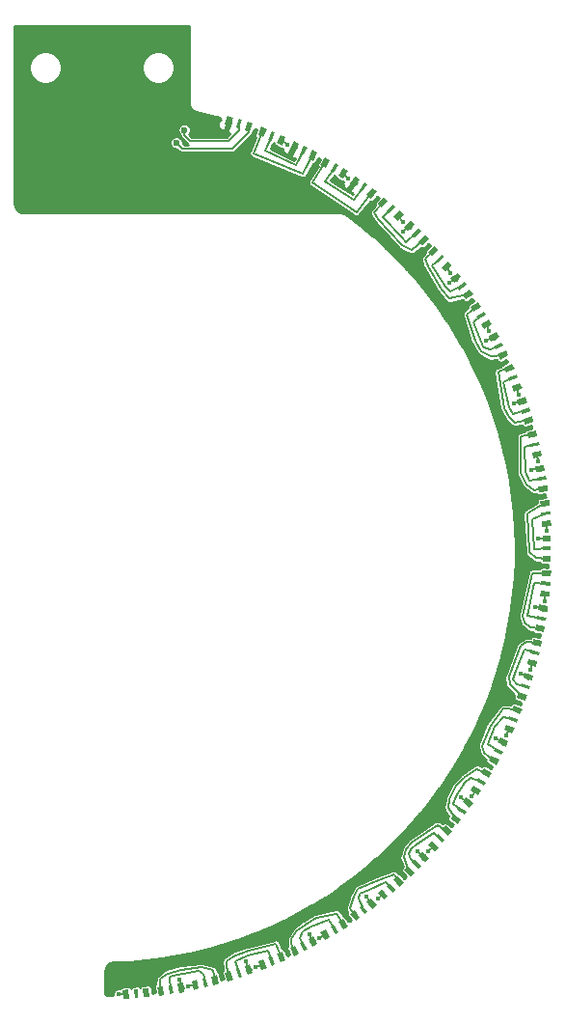
<source format=gbr>
G04 #@! TF.GenerationSoftware,KiCad,Pcbnew,(5.1.5)-3*
G04 #@! TF.CreationDate,2020-12-16T00:15:17-05:00*
G04 #@! TF.ProjectId,pixel,70697865-6c2e-46b6-9963-61645f706362,0.1a*
G04 #@! TF.SameCoordinates,Original*
G04 #@! TF.FileFunction,Copper,L2,Bot*
G04 #@! TF.FilePolarity,Positive*
%FSLAX46Y46*%
G04 Gerber Fmt 4.6, Leading zero omitted, Abs format (unit mm)*
G04 Created by KiCad (PCBNEW (5.1.5)-3) date 2020-12-16 00:15:17*
%MOMM*%
%LPD*%
G04 APERTURE LIST*
%ADD10C,0.100000*%
%ADD11R,0.800000X0.500000*%
%ADD12R,0.800000X0.300000*%
%ADD13C,0.600000*%
%ADD14C,0.400000*%
%ADD15C,0.200000*%
%ADD16C,0.254000*%
G04 APERTURE END LIST*
G04 #@! TA.AperFunction,SMDPad,CuDef*
D10*
G36*
X130858693Y-107438091D02*
G01*
X130383165Y-107283582D01*
X130630379Y-106522737D01*
X131105907Y-106677246D01*
X130858693Y-107438091D01*
G37*
G04 #@! TD.AperFunction*
G04 #@! TA.AperFunction,SMDPad,CuDef*
G36*
X132570595Y-107994322D02*
G01*
X132095067Y-107839813D01*
X132342281Y-107078968D01*
X132817809Y-107233477D01*
X132570595Y-107994322D01*
G37*
G04 #@! TD.AperFunction*
G04 #@! TA.AperFunction,SMDPad,CuDef*
G36*
X131619539Y-107685304D02*
G01*
X131334222Y-107592599D01*
X131581435Y-106831754D01*
X131866752Y-106924459D01*
X131619539Y-107685304D01*
G37*
G04 #@! TD.AperFunction*
G04 #@! TA.AperFunction,SMDPad,CuDef*
G36*
X133731524Y-108443533D02*
G01*
X133269584Y-108252191D01*
X133575730Y-107513087D01*
X134037670Y-107704429D01*
X133731524Y-108443533D01*
G37*
G04 #@! TD.AperFunction*
G04 #@! TA.AperFunction,SMDPad,CuDef*
G36*
X135394507Y-109132363D02*
G01*
X134932567Y-108941021D01*
X135238713Y-108201917D01*
X135700653Y-108393259D01*
X135394507Y-109132363D01*
G37*
G04 #@! TD.AperFunction*
G04 #@! TA.AperFunction,SMDPad,CuDef*
G36*
X134470627Y-108749679D02*
G01*
X134193463Y-108634874D01*
X134499609Y-107895771D01*
X134776773Y-108010576D01*
X134470627Y-108749679D01*
G37*
G04 #@! TD.AperFunction*
G04 #@! TA.AperFunction,SMDPad,CuDef*
G36*
X126205084Y-182679142D02*
G01*
X126698928Y-182600925D01*
X126824076Y-183391076D01*
X126330232Y-183469293D01*
X126205084Y-182679142D01*
G37*
G04 #@! TD.AperFunction*
G04 #@! TA.AperFunction,SMDPad,CuDef*
G36*
X124427245Y-182960724D02*
G01*
X124921089Y-182882507D01*
X125046237Y-183672658D01*
X124552393Y-183750875D01*
X124427245Y-182960724D01*
G37*
G04 #@! TD.AperFunction*
G04 #@! TA.AperFunction,SMDPad,CuDef*
G36*
X125414933Y-182804290D02*
G01*
X125711239Y-182757359D01*
X125836387Y-183547510D01*
X125540081Y-183594441D01*
X125414933Y-182804290D01*
G37*
G04 #@! TD.AperFunction*
G04 #@! TA.AperFunction,SMDPad,CuDef*
G36*
X132095067Y-181160187D02*
G01*
X132570595Y-181005678D01*
X132817809Y-181766523D01*
X132342281Y-181921032D01*
X132095067Y-181160187D01*
G37*
G04 #@! TD.AperFunction*
G04 #@! TA.AperFunction,SMDPad,CuDef*
G36*
X130383165Y-181716418D02*
G01*
X130858693Y-181561909D01*
X131105907Y-182322754D01*
X130630379Y-182477263D01*
X130383165Y-181716418D01*
G37*
G04 #@! TD.AperFunction*
G04 #@! TA.AperFunction,SMDPad,CuDef*
G36*
X131334222Y-181407401D02*
G01*
X131619539Y-181314696D01*
X131866752Y-182075541D01*
X131581435Y-182168246D01*
X131334222Y-181407401D01*
G37*
G04 #@! TD.AperFunction*
G04 #@! TA.AperFunction,SMDPad,CuDef*
G36*
X137674918Y-178738537D02*
G01*
X138120421Y-178511542D01*
X138483614Y-179224347D01*
X138038111Y-179451342D01*
X137674918Y-178738537D01*
G37*
G04 #@! TD.AperFunction*
G04 #@! TA.AperFunction,SMDPad,CuDef*
G36*
X136071106Y-179555720D02*
G01*
X136516609Y-179328725D01*
X136879802Y-180041530D01*
X136434299Y-180268525D01*
X136071106Y-179555720D01*
G37*
G04 #@! TD.AperFunction*
G04 #@! TA.AperFunction,SMDPad,CuDef*
G36*
X136962113Y-179101730D02*
G01*
X137229415Y-178965533D01*
X137592607Y-179678338D01*
X137325305Y-179814535D01*
X136962113Y-179101730D01*
G37*
G04 #@! TD.AperFunction*
G04 #@! TA.AperFunction,SMDPad,CuDef*
G36*
X142807242Y-175473820D02*
G01*
X143211750Y-175179927D01*
X143681978Y-175827140D01*
X143277470Y-176121033D01*
X142807242Y-175473820D01*
G37*
G04 #@! TD.AperFunction*
G04 #@! TA.AperFunction,SMDPad,CuDef*
G36*
X141351011Y-176531834D02*
G01*
X141755519Y-176237941D01*
X142225747Y-176885154D01*
X141821239Y-177179047D01*
X141351011Y-176531834D01*
G37*
G04 #@! TD.AperFunction*
G04 #@! TA.AperFunction,SMDPad,CuDef*
G36*
X142160027Y-175944048D02*
G01*
X142402732Y-175767712D01*
X142872961Y-176414926D01*
X142630256Y-176591262D01*
X142160027Y-175944048D01*
G37*
G04 #@! TD.AperFunction*
G04 #@! TA.AperFunction,SMDPad,CuDef*
G36*
X147365665Y-171446425D02*
G01*
X147719218Y-171092872D01*
X148284903Y-171658557D01*
X147931350Y-172012110D01*
X147365665Y-171446425D01*
G37*
G04 #@! TD.AperFunction*
G04 #@! TA.AperFunction,SMDPad,CuDef*
G36*
X146092872Y-172719218D02*
G01*
X146446425Y-172365665D01*
X147012110Y-172931350D01*
X146658557Y-173284903D01*
X146092872Y-172719218D01*
G37*
G04 #@! TD.AperFunction*
G04 #@! TA.AperFunction,SMDPad,CuDef*
G36*
X146799978Y-172012110D02*
G01*
X147012110Y-171799978D01*
X147577796Y-172365664D01*
X147365664Y-172577796D01*
X146799978Y-172012110D01*
G37*
G04 #@! TD.AperFunction*
G04 #@! TA.AperFunction,SMDPad,CuDef*
G36*
X151237941Y-166755519D02*
G01*
X151531834Y-166351011D01*
X152179047Y-166821239D01*
X151885154Y-167225747D01*
X151237941Y-166755519D01*
G37*
G04 #@! TD.AperFunction*
G04 #@! TA.AperFunction,SMDPad,CuDef*
G36*
X150179927Y-168211750D02*
G01*
X150473820Y-167807242D01*
X151121033Y-168277470D01*
X150827140Y-168681978D01*
X150179927Y-168211750D01*
G37*
G04 #@! TD.AperFunction*
G04 #@! TA.AperFunction,SMDPad,CuDef*
G36*
X150767712Y-167402732D02*
G01*
X150944048Y-167160027D01*
X151591262Y-167630256D01*
X151414926Y-167872961D01*
X150767712Y-167402732D01*
G37*
G04 #@! TD.AperFunction*
G04 #@! TA.AperFunction,SMDPad,CuDef*
G36*
X154328725Y-161516609D02*
G01*
X154555720Y-161071106D01*
X155268525Y-161434299D01*
X155041530Y-161879802D01*
X154328725Y-161516609D01*
G37*
G04 #@! TD.AperFunction*
G04 #@! TA.AperFunction,SMDPad,CuDef*
G36*
X153511542Y-163120421D02*
G01*
X153738537Y-162674918D01*
X154451342Y-163038111D01*
X154224347Y-163483614D01*
X153511542Y-163120421D01*
G37*
G04 #@! TD.AperFunction*
G04 #@! TA.AperFunction,SMDPad,CuDef*
G36*
X153965533Y-162229415D02*
G01*
X154101730Y-161962113D01*
X154814535Y-162325305D01*
X154678338Y-162592607D01*
X153965533Y-162229415D01*
G37*
G04 #@! TD.AperFunction*
G04 #@! TA.AperFunction,SMDPad,CuDef*
G36*
X156561909Y-155858693D02*
G01*
X156716418Y-155383165D01*
X157477263Y-155630379D01*
X157322754Y-156105907D01*
X156561909Y-155858693D01*
G37*
G04 #@! TD.AperFunction*
G04 #@! TA.AperFunction,SMDPad,CuDef*
G36*
X156005678Y-157570595D02*
G01*
X156160187Y-157095067D01*
X156921032Y-157342281D01*
X156766523Y-157817809D01*
X156005678Y-157570595D01*
G37*
G04 #@! TD.AperFunction*
G04 #@! TA.AperFunction,SMDPad,CuDef*
G36*
X156314696Y-156619539D02*
G01*
X156407401Y-156334222D01*
X157168246Y-156581435D01*
X157075541Y-156866752D01*
X156314696Y-156619539D01*
G37*
G04 #@! TD.AperFunction*
G04 #@! TA.AperFunction,SMDPad,CuDef*
G36*
X157882507Y-149921089D02*
G01*
X157960724Y-149427245D01*
X158750875Y-149552393D01*
X158672658Y-150046237D01*
X157882507Y-149921089D01*
G37*
G04 #@! TD.AperFunction*
G04 #@! TA.AperFunction,SMDPad,CuDef*
G36*
X157600925Y-151698928D02*
G01*
X157679142Y-151205084D01*
X158469293Y-151330232D01*
X158391076Y-151824076D01*
X157600925Y-151698928D01*
G37*
G04 #@! TD.AperFunction*
G04 #@! TA.AperFunction,SMDPad,CuDef*
G36*
X157757359Y-150711239D02*
G01*
X157804290Y-150414933D01*
X158594441Y-150540081D01*
X158547510Y-150836387D01*
X157757359Y-150711239D01*
G37*
G04 #@! TD.AperFunction*
G04 #@! TA.AperFunction,SMDPad,CuDef*
G36*
X136516609Y-109671275D02*
G01*
X136071106Y-109444280D01*
X136434299Y-108731475D01*
X136879802Y-108958470D01*
X136516609Y-109671275D01*
G37*
G04 #@! TD.AperFunction*
G04 #@! TA.AperFunction,SMDPad,CuDef*
G36*
X138120421Y-110488458D02*
G01*
X137674918Y-110261463D01*
X138038111Y-109548658D01*
X138483614Y-109775653D01*
X138120421Y-110488458D01*
G37*
G04 #@! TD.AperFunction*
G04 #@! TA.AperFunction,SMDPad,CuDef*
G36*
X137229415Y-110034467D02*
G01*
X136962113Y-109898270D01*
X137325305Y-109185465D01*
X137592607Y-109321662D01*
X137229415Y-110034467D01*
G37*
G04 #@! TD.AperFunction*
G04 #@! TA.AperFunction,SMDPad,CuDef*
G36*
X141755519Y-112762059D02*
G01*
X141351011Y-112468166D01*
X141821239Y-111820953D01*
X142225747Y-112114846D01*
X141755519Y-112762059D01*
G37*
G04 #@! TD.AperFunction*
G04 #@! TA.AperFunction,SMDPad,CuDef*
G36*
X143211750Y-113820073D02*
G01*
X142807242Y-113526180D01*
X143277470Y-112878967D01*
X143681978Y-113172860D01*
X143211750Y-113820073D01*
G37*
G04 #@! TD.AperFunction*
G04 #@! TA.AperFunction,SMDPad,CuDef*
G36*
X142402732Y-113232288D02*
G01*
X142160027Y-113055952D01*
X142630256Y-112408738D01*
X142872961Y-112585074D01*
X142402732Y-113232288D01*
G37*
G04 #@! TD.AperFunction*
G04 #@! TA.AperFunction,SMDPad,CuDef*
G36*
X146446425Y-116634335D02*
G01*
X146092872Y-116280782D01*
X146658557Y-115715097D01*
X147012110Y-116068650D01*
X146446425Y-116634335D01*
G37*
G04 #@! TD.AperFunction*
G04 #@! TA.AperFunction,SMDPad,CuDef*
G36*
X147719218Y-117907128D02*
G01*
X147365665Y-117553575D01*
X147931350Y-116987890D01*
X148284903Y-117341443D01*
X147719218Y-117907128D01*
G37*
G04 #@! TD.AperFunction*
G04 #@! TA.AperFunction,SMDPad,CuDef*
G36*
X147012110Y-117200022D02*
G01*
X146799978Y-116987890D01*
X147365664Y-116422204D01*
X147577796Y-116634336D01*
X147012110Y-117200022D01*
G37*
G04 #@! TD.AperFunction*
G04 #@! TA.AperFunction,SMDPad,CuDef*
G36*
X150473820Y-121192758D02*
G01*
X150179927Y-120788250D01*
X150827140Y-120318022D01*
X151121033Y-120722530D01*
X150473820Y-121192758D01*
G37*
G04 #@! TD.AperFunction*
G04 #@! TA.AperFunction,SMDPad,CuDef*
G36*
X151531834Y-122648989D02*
G01*
X151237941Y-122244481D01*
X151885154Y-121774253D01*
X152179047Y-122178761D01*
X151531834Y-122648989D01*
G37*
G04 #@! TD.AperFunction*
G04 #@! TA.AperFunction,SMDPad,CuDef*
G36*
X150944048Y-121839973D02*
G01*
X150767712Y-121597268D01*
X151414926Y-121127039D01*
X151591262Y-121369744D01*
X150944048Y-121839973D01*
G37*
G04 #@! TD.AperFunction*
G04 #@! TA.AperFunction,SMDPad,CuDef*
G36*
X153738537Y-126325082D02*
G01*
X153511542Y-125879579D01*
X154224347Y-125516386D01*
X154451342Y-125961889D01*
X153738537Y-126325082D01*
G37*
G04 #@! TD.AperFunction*
G04 #@! TA.AperFunction,SMDPad,CuDef*
G36*
X154555720Y-127928894D02*
G01*
X154328725Y-127483391D01*
X155041530Y-127120198D01*
X155268525Y-127565701D01*
X154555720Y-127928894D01*
G37*
G04 #@! TD.AperFunction*
G04 #@! TA.AperFunction,SMDPad,CuDef*
G36*
X154101730Y-127037887D02*
G01*
X153965533Y-126770585D01*
X154678338Y-126407393D01*
X154814535Y-126674695D01*
X154101730Y-127037887D01*
G37*
G04 #@! TD.AperFunction*
G04 #@! TA.AperFunction,SMDPad,CuDef*
G36*
X156160187Y-131904933D02*
G01*
X156005678Y-131429405D01*
X156766523Y-131182191D01*
X156921032Y-131657719D01*
X156160187Y-131904933D01*
G37*
G04 #@! TD.AperFunction*
G04 #@! TA.AperFunction,SMDPad,CuDef*
G36*
X156716418Y-133616835D02*
G01*
X156561909Y-133141307D01*
X157322754Y-132894093D01*
X157477263Y-133369621D01*
X156716418Y-133616835D01*
G37*
G04 #@! TD.AperFunction*
G04 #@! TA.AperFunction,SMDPad,CuDef*
G36*
X156407401Y-132665778D02*
G01*
X156314696Y-132380461D01*
X157075541Y-132133248D01*
X157168246Y-132418565D01*
X156407401Y-132665778D01*
G37*
G04 #@! TD.AperFunction*
G04 #@! TA.AperFunction,SMDPad,CuDef*
G36*
X157679142Y-137794916D02*
G01*
X157600925Y-137301072D01*
X158391076Y-137175924D01*
X158469293Y-137669768D01*
X157679142Y-137794916D01*
G37*
G04 #@! TD.AperFunction*
G04 #@! TA.AperFunction,SMDPad,CuDef*
G36*
X157960724Y-139572755D02*
G01*
X157882507Y-139078911D01*
X158672658Y-138953763D01*
X158750875Y-139447607D01*
X157960724Y-139572755D01*
G37*
G04 #@! TD.AperFunction*
G04 #@! TA.AperFunction,SMDPad,CuDef*
G36*
X157804290Y-138585067D02*
G01*
X157757359Y-138288761D01*
X158547510Y-138163613D01*
X158594441Y-138459919D01*
X157804290Y-138585067D01*
G37*
G04 #@! TD.AperFunction*
D11*
X158658000Y-143600000D03*
X158658000Y-145400000D03*
D12*
X158658000Y-144500000D03*
G04 #@! TA.AperFunction,SMDPad,CuDef*
D10*
G36*
X139196783Y-111113749D02*
G01*
X138770463Y-110852499D01*
X139188461Y-110170387D01*
X139614781Y-110431637D01*
X139196783Y-111113749D01*
G37*
G04 #@! TD.AperFunction*
G04 #@! TA.AperFunction,SMDPad,CuDef*
G36*
X140731536Y-112054247D02*
G01*
X140305216Y-111792997D01*
X140723214Y-111110885D01*
X141149534Y-111372135D01*
X140731536Y-112054247D01*
G37*
G04 #@! TD.AperFunction*
G04 #@! TA.AperFunction,SMDPad,CuDef*
G36*
X139878895Y-111531748D02*
G01*
X139623103Y-111374998D01*
X140041101Y-110692886D01*
X140296893Y-110849636D01*
X139878895Y-111531748D01*
G37*
G04 #@! TD.AperFunction*
G04 #@! TA.AperFunction,SMDPad,CuDef*
G36*
X144177043Y-114606044D02*
G01*
X143796840Y-114281320D01*
X144316399Y-113672996D01*
X144696602Y-113997720D01*
X144177043Y-114606044D01*
G37*
G04 #@! TD.AperFunction*
G04 #@! TA.AperFunction,SMDPad,CuDef*
G36*
X145545774Y-115775050D02*
G01*
X145165571Y-115450326D01*
X145685130Y-114842002D01*
X146065333Y-115166726D01*
X145545774Y-115775050D01*
G37*
G04 #@! TD.AperFunction*
G04 #@! TA.AperFunction,SMDPad,CuDef*
G36*
X144785369Y-115125603D02*
G01*
X144557247Y-114930768D01*
X145076805Y-114322443D01*
X145304927Y-114517278D01*
X144785369Y-115125603D01*
G37*
G04 #@! TD.AperFunction*
G04 #@! TA.AperFunction,SMDPad,CuDef*
G36*
X148549674Y-118834429D02*
G01*
X148224950Y-118454226D01*
X148833274Y-117934667D01*
X149157998Y-118314870D01*
X148549674Y-118834429D01*
G37*
G04 #@! TD.AperFunction*
G04 #@! TA.AperFunction,SMDPad,CuDef*
G36*
X149718680Y-120203160D02*
G01*
X149393956Y-119822957D01*
X150002280Y-119303398D01*
X150327004Y-119683601D01*
X149718680Y-120203160D01*
G37*
G04 #@! TD.AperFunction*
G04 #@! TA.AperFunction,SMDPad,CuDef*
G36*
X149069232Y-119442753D02*
G01*
X148874397Y-119214631D01*
X149482722Y-118695073D01*
X149677557Y-118923195D01*
X149069232Y-119442753D01*
G37*
G04 #@! TD.AperFunction*
G04 #@! TA.AperFunction,SMDPad,CuDef*
G36*
X152207003Y-123694784D02*
G01*
X151945753Y-123268464D01*
X152627865Y-122850466D01*
X152889115Y-123276786D01*
X152207003Y-123694784D01*
G37*
G04 #@! TD.AperFunction*
G04 #@! TA.AperFunction,SMDPad,CuDef*
G36*
X153147501Y-125229537D02*
G01*
X152886251Y-124803217D01*
X153568363Y-124385219D01*
X153829613Y-124811539D01*
X153147501Y-125229537D01*
G37*
G04 #@! TD.AperFunction*
G04 #@! TA.AperFunction,SMDPad,CuDef*
G36*
X152625002Y-124376897D02*
G01*
X152468252Y-124121105D01*
X153150364Y-123703107D01*
X153307114Y-123958899D01*
X152625002Y-124376897D01*
G37*
G04 #@! TD.AperFunction*
G04 #@! TA.AperFunction,SMDPad,CuDef*
G36*
X155058979Y-129067433D02*
G01*
X154867637Y-128605493D01*
X155606741Y-128299347D01*
X155798083Y-128761287D01*
X155058979Y-129067433D01*
G37*
G04 #@! TD.AperFunction*
G04 #@! TA.AperFunction,SMDPad,CuDef*
G36*
X155747809Y-130730416D02*
G01*
X155556467Y-130268476D01*
X156295571Y-129962330D01*
X156486913Y-130424270D01*
X155747809Y-130730416D01*
G37*
G04 #@! TD.AperFunction*
G04 #@! TA.AperFunction,SMDPad,CuDef*
G36*
X155365126Y-129806537D02*
G01*
X155250321Y-129529373D01*
X155989424Y-129223227D01*
X156104229Y-129500391D01*
X155365126Y-129806537D01*
G37*
G04 #@! TD.AperFunction*
G04 #@! TA.AperFunction,SMDPad,CuDef*
G36*
X157035374Y-134820084D02*
G01*
X156918652Y-134333899D01*
X157696548Y-134147142D01*
X157813270Y-134633327D01*
X157035374Y-134820084D01*
G37*
G04 #@! TD.AperFunction*
G04 #@! TA.AperFunction,SMDPad,CuDef*
G36*
X157455575Y-136570350D02*
G01*
X157338853Y-136084165D01*
X158116749Y-135897408D01*
X158233471Y-136383593D01*
X157455575Y-136570350D01*
G37*
G04 #@! TD.AperFunction*
G04 #@! TA.AperFunction,SMDPad,CuDef*
G36*
X157222130Y-135597980D02*
G01*
X157152096Y-135306269D01*
X157929992Y-135119512D01*
X158000026Y-135411223D01*
X157222130Y-135597980D01*
G37*
G04 #@! TD.AperFunction*
G04 #@! TA.AperFunction,SMDPad,CuDef*
G36*
X158087524Y-140811086D02*
G01*
X158048294Y-140312627D01*
X158845828Y-140249860D01*
X158885058Y-140748319D01*
X158087524Y-140811086D01*
G37*
G04 #@! TD.AperFunction*
G04 #@! TA.AperFunction,SMDPad,CuDef*
G36*
X158228750Y-142605538D02*
G01*
X158189520Y-142107079D01*
X158987054Y-142044312D01*
X159026284Y-142542771D01*
X158228750Y-142605538D01*
G37*
G04 #@! TD.AperFunction*
G04 #@! TA.AperFunction,SMDPad,CuDef*
G36*
X158150291Y-141608620D02*
G01*
X158126753Y-141309545D01*
X158924287Y-141246778D01*
X158947825Y-141545853D01*
X158150291Y-141608620D01*
G37*
G04 #@! TD.AperFunction*
G04 #@! TA.AperFunction,SMDPad,CuDef*
G36*
X158189520Y-146892921D02*
G01*
X158228750Y-146394462D01*
X159026284Y-146457229D01*
X158987054Y-146955688D01*
X158189520Y-146892921D01*
G37*
G04 #@! TD.AperFunction*
G04 #@! TA.AperFunction,SMDPad,CuDef*
G36*
X158048294Y-148687373D02*
G01*
X158087524Y-148188914D01*
X158885058Y-148251681D01*
X158845828Y-148750140D01*
X158048294Y-148687373D01*
G37*
G04 #@! TD.AperFunction*
G04 #@! TA.AperFunction,SMDPad,CuDef*
G36*
X158126753Y-147690455D02*
G01*
X158150291Y-147391380D01*
X158947825Y-147454147D01*
X158924287Y-147753222D01*
X158126753Y-147690455D01*
G37*
G04 #@! TD.AperFunction*
G04 #@! TA.AperFunction,SMDPad,CuDef*
G36*
X157338853Y-152915835D02*
G01*
X157455575Y-152429650D01*
X158233471Y-152616407D01*
X158116749Y-153102592D01*
X157338853Y-152915835D01*
G37*
G04 #@! TD.AperFunction*
G04 #@! TA.AperFunction,SMDPad,CuDef*
G36*
X156918652Y-154666101D02*
G01*
X157035374Y-154179916D01*
X157813270Y-154366673D01*
X157696548Y-154852858D01*
X156918652Y-154666101D01*
G37*
G04 #@! TD.AperFunction*
G04 #@! TA.AperFunction,SMDPad,CuDef*
G36*
X157152096Y-153693731D02*
G01*
X157222130Y-153402020D01*
X158000026Y-153588777D01*
X157929992Y-153880488D01*
X157152096Y-153693731D01*
G37*
G04 #@! TD.AperFunction*
G04 #@! TA.AperFunction,SMDPad,CuDef*
G36*
X155556467Y-158731524D02*
G01*
X155747809Y-158269584D01*
X156486913Y-158575730D01*
X156295571Y-159037670D01*
X155556467Y-158731524D01*
G37*
G04 #@! TD.AperFunction*
G04 #@! TA.AperFunction,SMDPad,CuDef*
G36*
X154867637Y-160394507D02*
G01*
X155058979Y-159932567D01*
X155798083Y-160238713D01*
X155606741Y-160700653D01*
X154867637Y-160394507D01*
G37*
G04 #@! TD.AperFunction*
G04 #@! TA.AperFunction,SMDPad,CuDef*
G36*
X155250321Y-159470627D02*
G01*
X155365126Y-159193463D01*
X156104229Y-159499609D01*
X155989424Y-159776773D01*
X155250321Y-159470627D01*
G37*
G04 #@! TD.AperFunction*
G04 #@! TA.AperFunction,SMDPad,CuDef*
G36*
X152886251Y-164196783D02*
G01*
X153147501Y-163770463D01*
X153829613Y-164188461D01*
X153568363Y-164614781D01*
X152886251Y-164196783D01*
G37*
G04 #@! TD.AperFunction*
G04 #@! TA.AperFunction,SMDPad,CuDef*
G36*
X151945753Y-165731536D02*
G01*
X152207003Y-165305216D01*
X152889115Y-165723214D01*
X152627865Y-166149534D01*
X151945753Y-165731536D01*
G37*
G04 #@! TD.AperFunction*
G04 #@! TA.AperFunction,SMDPad,CuDef*
G36*
X152468252Y-164878895D02*
G01*
X152625002Y-164623103D01*
X153307114Y-165041101D01*
X153150364Y-165296893D01*
X152468252Y-164878895D01*
G37*
G04 #@! TD.AperFunction*
G04 #@! TA.AperFunction,SMDPad,CuDef*
G36*
X149393956Y-169177043D02*
G01*
X149718680Y-168796840D01*
X150327004Y-169316399D01*
X150002280Y-169696602D01*
X149393956Y-169177043D01*
G37*
G04 #@! TD.AperFunction*
G04 #@! TA.AperFunction,SMDPad,CuDef*
G36*
X148224950Y-170545774D02*
G01*
X148549674Y-170165571D01*
X149157998Y-170685130D01*
X148833274Y-171065333D01*
X148224950Y-170545774D01*
G37*
G04 #@! TD.AperFunction*
G04 #@! TA.AperFunction,SMDPad,CuDef*
G36*
X148874397Y-169785369D02*
G01*
X149069232Y-169557247D01*
X149677557Y-170076805D01*
X149482722Y-170304927D01*
X148874397Y-169785369D01*
G37*
G04 #@! TD.AperFunction*
G04 #@! TA.AperFunction,SMDPad,CuDef*
G36*
X145165571Y-173549674D02*
G01*
X145545774Y-173224950D01*
X146065333Y-173833274D01*
X145685130Y-174157998D01*
X145165571Y-173549674D01*
G37*
G04 #@! TD.AperFunction*
G04 #@! TA.AperFunction,SMDPad,CuDef*
G36*
X143796840Y-174718680D02*
G01*
X144177043Y-174393956D01*
X144696602Y-175002280D01*
X144316399Y-175327004D01*
X143796840Y-174718680D01*
G37*
G04 #@! TD.AperFunction*
G04 #@! TA.AperFunction,SMDPad,CuDef*
G36*
X144557247Y-174069232D02*
G01*
X144785369Y-173874397D01*
X145304927Y-174482722D01*
X145076805Y-174677557D01*
X144557247Y-174069232D01*
G37*
G04 #@! TD.AperFunction*
G04 #@! TA.AperFunction,SMDPad,CuDef*
G36*
X140305216Y-177207003D02*
G01*
X140731536Y-176945753D01*
X141149534Y-177627865D01*
X140723214Y-177889115D01*
X140305216Y-177207003D01*
G37*
G04 #@! TD.AperFunction*
G04 #@! TA.AperFunction,SMDPad,CuDef*
G36*
X138770463Y-178147501D02*
G01*
X139196783Y-177886251D01*
X139614781Y-178568363D01*
X139188461Y-178829613D01*
X138770463Y-178147501D01*
G37*
G04 #@! TD.AperFunction*
G04 #@! TA.AperFunction,SMDPad,CuDef*
G36*
X139623103Y-177625002D02*
G01*
X139878895Y-177468252D01*
X140296893Y-178150364D01*
X140041101Y-178307114D01*
X139623103Y-177625002D01*
G37*
G04 #@! TD.AperFunction*
G04 #@! TA.AperFunction,SMDPad,CuDef*
G36*
X134932567Y-180058979D02*
G01*
X135394507Y-179867637D01*
X135700653Y-180606741D01*
X135238713Y-180798083D01*
X134932567Y-180058979D01*
G37*
G04 #@! TD.AperFunction*
G04 #@! TA.AperFunction,SMDPad,CuDef*
G36*
X133269584Y-180747809D02*
G01*
X133731524Y-180556467D01*
X134037670Y-181295571D01*
X133575730Y-181486913D01*
X133269584Y-180747809D01*
G37*
G04 #@! TD.AperFunction*
G04 #@! TA.AperFunction,SMDPad,CuDef*
G36*
X134193463Y-180365126D02*
G01*
X134470627Y-180250321D01*
X134776773Y-180989424D01*
X134499609Y-181104229D01*
X134193463Y-180365126D01*
G37*
G04 #@! TD.AperFunction*
G04 #@! TA.AperFunction,SMDPad,CuDef*
G36*
X129179916Y-182035374D02*
G01*
X129666101Y-181918652D01*
X129852858Y-182696548D01*
X129366673Y-182813270D01*
X129179916Y-182035374D01*
G37*
G04 #@! TD.AperFunction*
G04 #@! TA.AperFunction,SMDPad,CuDef*
G36*
X127429650Y-182455575D02*
G01*
X127915835Y-182338853D01*
X128102592Y-183116749D01*
X127616407Y-183233471D01*
X127429650Y-182455575D01*
G37*
G04 #@! TD.AperFunction*
G04 #@! TA.AperFunction,SMDPad,CuDef*
G36*
X128402020Y-182222130D02*
G01*
X128693731Y-182152096D01*
X128880488Y-182929992D01*
X128588777Y-183000026D01*
X128402020Y-182222130D01*
G37*
G04 #@! TD.AperFunction*
G04 #@! TA.AperFunction,SMDPad,CuDef*
G36*
X123188914Y-183087524D02*
G01*
X123687373Y-183048294D01*
X123750140Y-183845828D01*
X123251681Y-183885058D01*
X123188914Y-183087524D01*
G37*
G04 #@! TD.AperFunction*
G04 #@! TA.AperFunction,SMDPad,CuDef*
G36*
X121394462Y-183228750D02*
G01*
X121892921Y-183189520D01*
X121955688Y-183987054D01*
X121457229Y-184026284D01*
X121394462Y-183228750D01*
G37*
G04 #@! TD.AperFunction*
G04 #@! TA.AperFunction,SMDPad,CuDef*
G36*
X122391380Y-183150291D02*
G01*
X122690455Y-183126753D01*
X122753222Y-183924287D01*
X122454147Y-183947825D01*
X122391380Y-183150291D01*
G37*
G04 #@! TD.AperFunction*
D13*
X123700000Y-105300000D03*
X121700000Y-105275000D03*
X124650000Y-107450000D03*
X123725000Y-109725000D03*
X121725000Y-109725000D03*
D14*
X134225000Y-111125000D03*
X136100000Y-110025000D03*
X139250000Y-113825000D03*
X141300000Y-113000000D03*
X146000000Y-116675000D03*
X144200000Y-116675000D03*
X150050000Y-121200000D03*
X148175000Y-120950000D03*
X153300000Y-126250000D03*
X155750000Y-131800000D03*
X157275000Y-137625000D03*
X157900000Y-143625000D03*
X157575000Y-149625000D03*
X156325000Y-155500000D03*
X154125000Y-161125000D03*
X151125000Y-166325000D03*
X147300000Y-171025000D03*
X142825000Y-175050000D03*
X137775000Y-178300000D03*
X132225000Y-180750000D03*
X126375000Y-182300000D03*
X151475000Y-125625000D03*
X154175000Y-130925000D03*
X155750000Y-136550000D03*
X156525000Y-142475000D03*
X156450000Y-148250000D03*
X155400000Y-153925000D03*
X153450000Y-159425000D03*
X150675000Y-164625000D03*
X147275000Y-169375000D03*
X143150000Y-173425000D03*
X138725000Y-176350000D03*
X132950000Y-179125000D03*
X127425000Y-180825000D03*
X121575000Y-181850000D03*
X156975000Y-145950000D03*
X128400000Y-107775000D03*
X150825000Y-123750000D03*
X149025000Y-167700000D03*
X123925000Y-181600000D03*
X135825000Y-109075000D03*
X141175000Y-112025000D03*
X146000000Y-115825000D03*
X150200000Y-120325000D03*
X153575000Y-125400000D03*
X156175000Y-130975000D03*
X157825000Y-136850000D03*
X158650000Y-142950000D03*
X158425000Y-149100000D03*
X157200000Y-155125000D03*
X155050000Y-160900000D03*
X152050000Y-166225000D03*
X148250000Y-171100000D03*
X143800000Y-175250000D03*
X138650000Y-178675000D03*
X133050000Y-181200000D03*
X127150000Y-182900000D03*
X121025000Y-183575000D03*
D13*
X126800000Y-107775000D03*
X126100000Y-108900000D03*
D15*
X136475454Y-109201375D02*
X136100000Y-110025000D01*
X141788379Y-112291506D02*
X141300000Y-113000000D01*
X146552491Y-116174716D02*
X146000000Y-116675000D01*
X150650480Y-120755390D02*
X150050000Y-121200000D01*
X153981442Y-125920734D02*
X153300000Y-126250000D01*
X156463355Y-131543562D02*
X155750000Y-131800000D01*
X158035109Y-137485420D02*
X157275000Y-137625000D01*
X158658000Y-143600000D02*
X157900000Y-143625000D01*
X158316691Y-149736741D02*
X157575000Y-149625000D01*
X157019586Y-155744536D02*
X156325000Y-155500000D01*
X154798625Y-161475454D02*
X154125000Y-161125000D01*
X151708494Y-166788379D02*
X151125000Y-166325000D01*
X147825284Y-171552491D02*
X147300000Y-171025000D01*
X143244610Y-175650480D02*
X142825000Y-175050000D01*
X138079266Y-178981442D02*
X137775000Y-178300000D01*
X132456438Y-181463355D02*
X132225000Y-180750000D01*
X126514580Y-183035109D02*
X126375000Y-182300000D01*
X135316610Y-108667140D02*
X135825000Y-109075000D01*
X140727375Y-111582566D02*
X141175000Y-112025000D01*
X145615452Y-115308526D02*
X146000000Y-115825000D01*
X149860480Y-119753279D02*
X150200000Y-120325000D01*
X153357932Y-124807378D02*
X153575000Y-125400000D01*
X156021690Y-130346373D02*
X156175000Y-130975000D01*
X157786162Y-136233879D02*
X157825000Y-136850000D01*
X158607902Y-142324925D02*
X158650000Y-142950000D01*
X158466676Y-148469527D02*
X158425000Y-149100000D01*
X157365961Y-154516387D02*
X157200000Y-155125000D01*
X155332860Y-160316610D02*
X155050000Y-160900000D01*
X152417434Y-165727375D02*
X152050000Y-166225000D01*
X148691474Y-170615452D02*
X148250000Y-171100000D01*
X144246721Y-174860480D02*
X143800000Y-175250000D01*
X139192622Y-178357932D02*
X138650000Y-178675000D01*
X133653627Y-181021690D02*
X133050000Y-181200000D01*
X127766121Y-182786162D02*
X127150000Y-182900000D01*
X121675075Y-183607902D02*
X121025000Y-183575000D01*
X126800000Y-107775000D02*
X126800000Y-108225000D01*
X126800000Y-108225000D02*
X127325000Y-108750000D01*
X127325000Y-108750000D02*
X130650000Y-108750000D01*
X131600487Y-107799513D02*
X131600487Y-107258529D01*
X130650000Y-108750000D02*
X131600487Y-107799513D01*
X126100000Y-108900000D02*
X126625000Y-109425000D01*
X126625000Y-109425000D02*
X131000000Y-109425000D01*
X132456438Y-107968562D02*
X132456438Y-107536645D01*
X131000000Y-109425000D02*
X132456438Y-107968562D01*
X134485118Y-108322725D02*
X133925000Y-109575000D01*
X133925000Y-109575000D02*
X136625000Y-110900000D01*
X136625000Y-110900000D02*
X137277360Y-109609966D01*
X133653627Y-107978310D02*
X132875000Y-109825000D01*
X132875000Y-109825000D02*
X137225000Y-111625000D01*
X137225000Y-111625000D02*
X138079266Y-110018558D01*
X139192622Y-110642068D02*
X138050000Y-112400000D01*
X138050000Y-112400000D02*
X141925000Y-115000000D01*
X141925000Y-115000000D02*
X143244610Y-113349520D01*
X139959998Y-111112317D02*
X139175000Y-112325000D01*
X139175000Y-112325000D02*
X141650000Y-113925000D01*
X141650000Y-113925000D02*
X142516494Y-112820513D01*
X144246721Y-114139520D02*
X143475000Y-115025000D01*
X143475000Y-115025000D02*
X143800000Y-115600000D01*
X143800000Y-115600000D02*
X145950000Y-117925000D01*
X145950000Y-117925000D02*
X146800000Y-118325000D01*
X146800000Y-118325000D02*
X147825284Y-117447509D01*
X144931087Y-114724023D02*
X144225000Y-115450000D01*
X144225000Y-115450000D02*
X145925000Y-117250000D01*
X145925000Y-117250000D02*
X146225000Y-117600000D01*
X146225000Y-117600000D02*
X147188887Y-116811113D01*
X148691474Y-118384548D02*
X147950000Y-119100000D01*
X147950000Y-119100000D02*
X148175000Y-119750000D01*
X148175000Y-119750000D02*
X149375000Y-121775000D01*
X149375000Y-121775000D02*
X150050000Y-122575000D01*
X150050000Y-122575000D02*
X151708494Y-122211621D01*
X149275977Y-119068913D02*
X148575000Y-119675000D01*
X148575000Y-119675000D02*
X149725000Y-121525000D01*
X149725000Y-121525000D02*
X150150000Y-121975000D01*
X150150000Y-121975000D02*
X151179487Y-121483506D01*
X152417434Y-123272625D02*
X151600000Y-123950000D01*
X151600000Y-123950000D02*
X152325000Y-126275000D01*
X152325000Y-126275000D02*
X152875000Y-127175000D01*
X152875000Y-127175000D02*
X153675000Y-127650000D01*
X153675000Y-127650000D02*
X154798625Y-127524546D01*
X152887683Y-124040002D02*
X152175000Y-124675000D01*
X152175000Y-124675000D02*
X153025000Y-126775000D01*
X153025000Y-126775000D02*
X153250000Y-126975000D01*
X153250000Y-126975000D02*
X153675000Y-127000000D01*
X153675000Y-127000000D02*
X154390034Y-126722640D01*
X156741471Y-132399513D02*
X155700000Y-132700000D01*
X155700000Y-132700000D02*
X155300000Y-132125000D01*
X155300000Y-132125000D02*
X154850000Y-129875000D01*
X154850000Y-129875000D02*
X155677275Y-129514882D01*
X155332860Y-128683390D02*
X154375000Y-129000000D01*
X154375000Y-129000000D02*
X154875000Y-132175000D01*
X154875000Y-132175000D02*
X155325000Y-133000000D01*
X155325000Y-133000000D02*
X155850000Y-133450000D01*
X155850000Y-133450000D02*
X157019586Y-133255464D01*
X158175900Y-138374340D02*
X157125000Y-138550000D01*
X157125000Y-138550000D02*
X156725000Y-137750000D01*
X156725000Y-137750000D02*
X156700000Y-135625000D01*
X156700000Y-135625000D02*
X157576061Y-135358746D01*
X157365961Y-134483613D02*
X156350000Y-134675000D01*
X156350000Y-134675000D02*
X156350000Y-137850000D01*
X156350000Y-137850000D02*
X156850000Y-138875000D01*
X156850000Y-138875000D02*
X157525000Y-139375000D01*
X157525000Y-139375000D02*
X158316691Y-139263259D01*
X158658000Y-144500000D02*
X157525000Y-144550000D01*
X157525000Y-144550000D02*
X157325000Y-141900000D01*
X157325000Y-141900000D02*
X158537289Y-141427699D01*
X158466676Y-140530473D02*
X156925000Y-141425000D01*
X156925000Y-141425000D02*
X157125000Y-144825000D01*
X157125000Y-144825000D02*
X157700000Y-145350000D01*
X157700000Y-145350000D02*
X158658000Y-145400000D01*
X158537289Y-147572301D02*
X157525000Y-147500000D01*
X157525000Y-147500000D02*
X156925000Y-150400000D01*
X156925000Y-150400000D02*
X158175900Y-150625660D01*
X158607902Y-146675075D02*
X157375000Y-146650000D01*
X157375000Y-146650000D02*
X156525000Y-150425000D01*
X156525000Y-150425000D02*
X156700000Y-151025000D01*
X156700000Y-151025000D02*
X157200000Y-151450000D01*
X157200000Y-151450000D02*
X158035109Y-151514580D01*
X157576061Y-153641254D02*
X156650000Y-153400000D01*
X156650000Y-153400000D02*
X155875000Y-155225000D01*
X155875000Y-155225000D02*
X155700000Y-155950000D01*
X155700000Y-155950000D02*
X156025000Y-156375000D01*
X156025000Y-156375000D02*
X156741471Y-156600487D01*
X156463355Y-157456438D02*
X155375000Y-156425000D01*
X155375000Y-156425000D02*
X155300000Y-155750000D01*
X155300000Y-155750000D02*
X156375000Y-153025000D01*
X156375000Y-153025000D02*
X156875000Y-152725000D01*
X156875000Y-152725000D02*
X157786162Y-152766121D01*
X156021690Y-158653627D02*
X154825000Y-158550000D01*
X154825000Y-158550000D02*
X153675000Y-160025000D01*
X153675000Y-160025000D02*
X152975000Y-161800000D01*
X152975000Y-161800000D02*
X153125000Y-162400000D01*
X153125000Y-162400000D02*
X153981442Y-163079266D01*
X154390034Y-162277360D02*
X153425000Y-161700000D01*
X153425000Y-161700000D02*
X154075000Y-160100000D01*
X154075000Y-160100000D02*
X154775000Y-159300000D01*
X154775000Y-159300000D02*
X155677275Y-159485118D01*
X153357932Y-164192622D02*
X152475000Y-163825000D01*
X152475000Y-163825000D02*
X151350000Y-164625000D01*
X151350000Y-164625000D02*
X150700000Y-165275000D01*
X150700000Y-165275000D02*
X150075000Y-166475000D01*
X150075000Y-166475000D02*
X149975000Y-167275000D01*
X149975000Y-167275000D02*
X150650480Y-168244610D01*
X151179487Y-167516494D02*
X150450000Y-166925000D01*
X150450000Y-166925000D02*
X150675000Y-166225000D01*
X150675000Y-166225000D02*
X151425000Y-165050000D01*
X151425000Y-165050000D02*
X151975000Y-164650000D01*
X151975000Y-164650000D02*
X152887683Y-164959998D01*
X146552491Y-172825284D02*
X146075000Y-171575000D01*
X146075000Y-171575000D02*
X146275000Y-170925000D01*
X146275000Y-170925000D02*
X146775000Y-170300000D01*
X146775000Y-170300000D02*
X148100000Y-169400000D01*
X148100000Y-169400000D02*
X149075000Y-168775000D01*
X149075000Y-168775000D02*
X149860480Y-169246721D01*
X149275977Y-169931087D02*
X148700000Y-169425000D01*
X148700000Y-169425000D02*
X147200000Y-170500000D01*
X147200000Y-170500000D02*
X146800000Y-170800000D01*
X146800000Y-170800000D02*
X146625000Y-171075000D01*
X146625000Y-171075000D02*
X146550000Y-171275000D01*
X146550000Y-171275000D02*
X146675000Y-171700000D01*
X146675000Y-171700000D02*
X147188887Y-172188887D01*
X141788379Y-176708494D02*
X141375000Y-176050000D01*
X141375000Y-176050000D02*
X141725000Y-175000000D01*
X141725000Y-175000000D02*
X142025000Y-174400000D01*
X142025000Y-174400000D02*
X144050000Y-173525000D01*
X144050000Y-173525000D02*
X145225000Y-173100000D01*
X145225000Y-173100000D02*
X145615452Y-173691474D01*
X144931087Y-174275977D02*
X144475000Y-173750000D01*
X144475000Y-173750000D02*
X143075000Y-174425000D01*
X143075000Y-174425000D02*
X142225000Y-174825000D01*
X142225000Y-174825000D02*
X142150000Y-175225000D01*
X142150000Y-175225000D02*
X142516494Y-176179487D01*
X140727375Y-177417434D02*
X140200000Y-176525000D01*
X140200000Y-176525000D02*
X138425000Y-176925000D01*
X138425000Y-176925000D02*
X137425000Y-177475000D01*
X137425000Y-177475000D02*
X136650000Y-178050000D01*
X136650000Y-178050000D02*
X136225000Y-178775000D01*
X136225000Y-178775000D02*
X136200000Y-179200000D01*
X136200000Y-179200000D02*
X136475454Y-179798625D01*
X137277360Y-179390034D02*
X136925000Y-178675000D01*
X136925000Y-178675000D02*
X137200000Y-178100000D01*
X137200000Y-178100000D02*
X137975000Y-177625000D01*
X137975000Y-177625000D02*
X139450000Y-177050000D01*
X139450000Y-177050000D02*
X139959998Y-177887683D01*
X135316610Y-180332860D02*
X134850000Y-179175000D01*
X134850000Y-179175000D02*
X132475000Y-179775000D01*
X132475000Y-179775000D02*
X131100000Y-180275000D01*
X131100000Y-180275000D02*
X130500000Y-180725000D01*
X130500000Y-180725000D02*
X130525000Y-181200000D01*
X130525000Y-181200000D02*
X130744536Y-182019586D01*
X131600487Y-181741471D02*
X131275000Y-180675000D01*
X131275000Y-180675000D02*
X132375000Y-180200000D01*
X132375000Y-180200000D02*
X134125000Y-179775000D01*
X134125000Y-179775000D02*
X134485118Y-180677275D01*
X129516387Y-182365961D02*
X129300000Y-181500000D01*
X129300000Y-181500000D02*
X128300000Y-181225000D01*
X128300000Y-181225000D02*
X126575000Y-181450000D01*
X126575000Y-181450000D02*
X125325000Y-181775000D01*
X125325000Y-181775000D02*
X124700000Y-182250000D01*
X124700000Y-182250000D02*
X124650000Y-182675000D01*
X124650000Y-182675000D02*
X124736741Y-183316691D01*
X125625660Y-183175900D02*
X125500000Y-182100000D01*
X125500000Y-182100000D02*
X126200000Y-181900000D01*
X126200000Y-181900000D02*
X126700000Y-181775000D01*
X126700000Y-181775000D02*
X128075000Y-181600000D01*
X128075000Y-181600000D02*
X128475000Y-181800000D01*
X128475000Y-181800000D02*
X128641254Y-182576061D01*
D16*
G36*
X127194680Y-105307414D02*
G01*
X127194576Y-105308551D01*
X127194680Y-105323462D01*
X127194680Y-105338390D01*
X127194792Y-105339528D01*
X127195903Y-105498809D01*
X127194442Y-105513008D01*
X127196127Y-105530916D01*
X127196140Y-105532781D01*
X127197637Y-105546967D01*
X127200476Y-105577137D01*
X127201010Y-105578927D01*
X127201207Y-105580789D01*
X127210228Y-105609798D01*
X127214288Y-105623394D01*
X127214990Y-105625111D01*
X127220335Y-105642297D01*
X127227156Y-105654846D01*
X127283426Y-105792388D01*
X127286859Y-105804784D01*
X127295590Y-105822121D01*
X127296831Y-105825154D01*
X127302820Y-105836478D01*
X127315832Y-105862314D01*
X127317860Y-105864912D01*
X127319402Y-105867827D01*
X127337663Y-105890277D01*
X127345539Y-105900366D01*
X127347798Y-105902738D01*
X127360047Y-105917797D01*
X127369955Y-105926001D01*
X127472454Y-106033617D01*
X127481108Y-106044965D01*
X127494603Y-106056872D01*
X127495893Y-106058226D01*
X127506677Y-106067525D01*
X127529409Y-106087581D01*
X127531031Y-106088524D01*
X127532453Y-106089750D01*
X127558890Y-106104720D01*
X127571143Y-106111843D01*
X127572833Y-106112615D01*
X127588505Y-106121489D01*
X127602066Y-106125966D01*
X127745389Y-106191424D01*
X127758806Y-106199288D01*
X127774597Y-106204764D01*
X127775131Y-106205008D01*
X127789822Y-106210044D01*
X127804416Y-106215105D01*
X127804984Y-106215241D01*
X127820797Y-106220662D01*
X127836213Y-106222739D01*
X129899245Y-106718033D01*
X129863605Y-106827720D01*
X130014584Y-106876776D01*
X129814549Y-106978698D01*
X129780832Y-107073032D01*
X129751330Y-107194587D01*
X129746108Y-107319562D01*
X129765368Y-107443155D01*
X129808370Y-107560614D01*
X129873461Y-107667428D01*
X129958139Y-107759491D01*
X130059151Y-107833265D01*
X130156743Y-107877692D01*
X130356780Y-107775768D01*
X130588311Y-107063189D01*
X130565486Y-107055773D01*
X130608702Y-106922767D01*
X130888313Y-107013616D01*
X130845097Y-107146624D01*
X130822271Y-107139207D01*
X130590740Y-107851786D01*
X130692664Y-108051823D01*
X130794298Y-108072544D01*
X130493842Y-108373000D01*
X127481159Y-108373000D01*
X127249302Y-108141144D01*
X127311331Y-108048312D01*
X127354826Y-107943305D01*
X127377000Y-107831830D01*
X127377000Y-107718170D01*
X127354826Y-107606695D01*
X127311331Y-107501688D01*
X127248185Y-107407184D01*
X127167816Y-107326815D01*
X127073312Y-107263669D01*
X126968305Y-107220174D01*
X126856830Y-107198000D01*
X126743170Y-107198000D01*
X126631695Y-107220174D01*
X126526688Y-107263669D01*
X126432184Y-107326815D01*
X126351815Y-107407184D01*
X126288669Y-107501688D01*
X126245174Y-107606695D01*
X126223000Y-107718170D01*
X126223000Y-107831830D01*
X126245174Y-107943305D01*
X126288669Y-108048312D01*
X126351815Y-108142816D01*
X126422326Y-108213327D01*
X126421177Y-108225000D01*
X126423000Y-108243512D01*
X126423000Y-108243519D01*
X126425265Y-108266514D01*
X126428455Y-108298905D01*
X126450012Y-108369969D01*
X126485020Y-108435463D01*
X126520326Y-108478484D01*
X126520329Y-108478487D01*
X126532132Y-108492869D01*
X126546514Y-108504672D01*
X127045328Y-109003487D01*
X127057131Y-109017869D01*
X127071513Y-109029672D01*
X127071515Y-109029674D01*
X127076400Y-109033683D01*
X127093846Y-109048000D01*
X126781159Y-109048000D01*
X126677000Y-108943841D01*
X126677000Y-108843170D01*
X126654826Y-108731695D01*
X126611331Y-108626688D01*
X126548185Y-108532184D01*
X126467816Y-108451815D01*
X126373312Y-108388669D01*
X126268305Y-108345174D01*
X126156830Y-108323000D01*
X126043170Y-108323000D01*
X125931695Y-108345174D01*
X125826688Y-108388669D01*
X125732184Y-108451815D01*
X125651815Y-108532184D01*
X125588669Y-108626688D01*
X125545174Y-108731695D01*
X125523000Y-108843170D01*
X125523000Y-108956830D01*
X125545174Y-109068305D01*
X125588669Y-109173312D01*
X125651815Y-109267816D01*
X125732184Y-109348185D01*
X125826688Y-109411331D01*
X125931695Y-109454826D01*
X126043170Y-109477000D01*
X126143841Y-109477000D01*
X126345328Y-109678487D01*
X126357131Y-109692869D01*
X126371513Y-109704672D01*
X126371515Y-109704674D01*
X126381218Y-109712637D01*
X126414537Y-109739981D01*
X126480030Y-109774988D01*
X126551095Y-109796545D01*
X126606481Y-109802000D01*
X126606490Y-109802000D01*
X126624999Y-109803823D01*
X126643508Y-109802000D01*
X130981488Y-109802000D01*
X131000000Y-109803823D01*
X131018512Y-109802000D01*
X131018519Y-109802000D01*
X131073905Y-109796545D01*
X131144970Y-109774988D01*
X131210463Y-109739981D01*
X131267869Y-109692869D01*
X131279677Y-109678481D01*
X132709920Y-108248238D01*
X132724307Y-108236431D01*
X132746230Y-108209718D01*
X132782246Y-108175089D01*
X132813445Y-108130325D01*
X132835312Y-108080334D01*
X132962896Y-107687673D01*
X133130706Y-107742197D01*
X133172403Y-107759468D01*
X133012431Y-108145675D01*
X132996592Y-108197889D01*
X132991244Y-108252191D01*
X132996592Y-108306492D01*
X133012431Y-108358707D01*
X133038153Y-108406828D01*
X133055101Y-108427480D01*
X132534320Y-109662631D01*
X132524961Y-109680156D01*
X132514566Y-109714468D01*
X132503930Y-109748750D01*
X132503798Y-109750012D01*
X132503429Y-109751229D01*
X132499920Y-109786987D01*
X132496184Y-109822608D01*
X132496300Y-109823870D01*
X132496176Y-109825136D01*
X132499708Y-109860864D01*
X132502996Y-109896555D01*
X132503357Y-109897773D01*
X132503482Y-109899037D01*
X132513909Y-109933366D01*
X132524104Y-109967755D01*
X132524696Y-109968879D01*
X132525065Y-109970095D01*
X132541986Y-110001725D01*
X132558697Y-110033469D01*
X132559497Y-110034457D01*
X132560096Y-110035576D01*
X132582862Y-110063297D01*
X132605444Y-110091171D01*
X132606420Y-110091982D01*
X132607227Y-110092965D01*
X132635037Y-110115771D01*
X132662552Y-110138644D01*
X132663664Y-110139247D01*
X132664650Y-110140056D01*
X132696369Y-110156995D01*
X132727823Y-110174064D01*
X132746797Y-110179951D01*
X137046856Y-111959286D01*
X137047136Y-111959472D01*
X137081069Y-111973443D01*
X137097964Y-111980434D01*
X137098285Y-111980531D01*
X137115806Y-111987745D01*
X137133739Y-111991272D01*
X137151228Y-111996571D01*
X137170083Y-111998421D01*
X137188673Y-112002078D01*
X137206947Y-112002039D01*
X137225135Y-112003824D01*
X137243987Y-112001960D01*
X137262933Y-112001920D01*
X137280852Y-111998316D01*
X137299037Y-111996518D01*
X137317165Y-111991012D01*
X137335738Y-111987276D01*
X137352608Y-111980246D01*
X137370094Y-111974935D01*
X137386795Y-111966000D01*
X137404288Y-111958711D01*
X137419467Y-111948522D01*
X137435576Y-111939904D01*
X137450213Y-111927883D01*
X137465946Y-111917322D01*
X137478843Y-111904370D01*
X137492964Y-111892773D01*
X137504974Y-111878128D01*
X137518346Y-111864699D01*
X137528471Y-111849476D01*
X137540055Y-111835350D01*
X137548977Y-111818644D01*
X137549167Y-111818358D01*
X137557918Y-111801902D01*
X137575039Y-111769843D01*
X137575136Y-111769524D01*
X138108925Y-110765737D01*
X138153136Y-110764869D01*
X138206433Y-110753175D01*
X138256424Y-110731309D01*
X138301188Y-110700110D01*
X138339006Y-110660777D01*
X138368424Y-110614822D01*
X138560534Y-110237786D01*
X138717315Y-110317670D01*
X138756897Y-110341926D01*
X138533139Y-110707067D01*
X138509327Y-110756160D01*
X138495550Y-110808957D01*
X138492338Y-110863426D01*
X138499813Y-110917476D01*
X138517690Y-110969028D01*
X138523748Y-110979364D01*
X137745500Y-112176704D01*
X137735426Y-112188931D01*
X137725320Y-112207752D01*
X137723812Y-112210071D01*
X137716546Y-112224090D01*
X137700293Y-112254357D01*
X137699481Y-112257015D01*
X137698202Y-112259483D01*
X137688639Y-112292508D01*
X137678598Y-112325380D01*
X137678320Y-112328144D01*
X137677547Y-112330815D01*
X137674611Y-112365076D01*
X137671177Y-112399271D01*
X137671444Y-112402038D01*
X137671207Y-112404805D01*
X137675009Y-112438963D01*
X137678314Y-112473189D01*
X137679116Y-112475850D01*
X137679423Y-112478612D01*
X137689818Y-112511377D01*
X137699734Y-112544295D01*
X137701040Y-112546749D01*
X137701880Y-112549398D01*
X137718470Y-112579510D01*
X137734615Y-112609856D01*
X137736374Y-112612007D01*
X137737715Y-112614442D01*
X137759863Y-112640742D01*
X137781616Y-112667352D01*
X137783760Y-112669119D01*
X137785551Y-112671245D01*
X137812415Y-112692727D01*
X137824569Y-112702741D01*
X137826857Y-112704276D01*
X137843550Y-112717625D01*
X137857622Y-112724918D01*
X141686440Y-115293933D01*
X141688436Y-115295879D01*
X141717181Y-115314559D01*
X141730324Y-115323378D01*
X141732780Y-115324697D01*
X141750704Y-115336345D01*
X141765405Y-115342216D01*
X141779356Y-115349707D01*
X141799812Y-115355956D01*
X141819671Y-115363886D01*
X141835234Y-115366776D01*
X141850379Y-115371402D01*
X141871662Y-115373540D01*
X141892685Y-115377443D01*
X141908516Y-115377241D01*
X141924269Y-115378823D01*
X141945553Y-115376768D01*
X141966941Y-115376495D01*
X141982433Y-115373207D01*
X141998189Y-115371686D01*
X142018664Y-115365518D01*
X142039586Y-115361078D01*
X142054136Y-115354832D01*
X142069295Y-115350266D01*
X142088171Y-115340223D01*
X142107827Y-115331786D01*
X142120881Y-115322820D01*
X142134856Y-115315385D01*
X142151414Y-115301849D01*
X142169042Y-115289742D01*
X142180093Y-115278405D01*
X142192352Y-115268384D01*
X142205947Y-115251883D01*
X142207890Y-115249890D01*
X142217756Y-115237550D01*
X142239574Y-115211069D01*
X142240894Y-115208611D01*
X143137306Y-114087439D01*
X143146773Y-114090722D01*
X143200822Y-114098198D01*
X143255292Y-114094986D01*
X143308088Y-114081209D01*
X143357182Y-114057397D01*
X143400687Y-114024464D01*
X143436932Y-113983677D01*
X143691593Y-113633167D01*
X143832267Y-113735373D01*
X143869744Y-113767381D01*
X143585189Y-114100552D01*
X143553989Y-114145317D01*
X143532123Y-114195308D01*
X143520429Y-114248605D01*
X143519358Y-114303158D01*
X143528950Y-114356873D01*
X143537707Y-114379248D01*
X143196364Y-114770909D01*
X143176581Y-114791647D01*
X143162058Y-114814533D01*
X143146346Y-114836603D01*
X143142204Y-114845820D01*
X143136791Y-114854350D01*
X143127017Y-114879614D01*
X143115906Y-114904340D01*
X143113641Y-114914192D01*
X143109997Y-114923611D01*
X143105340Y-114950294D01*
X143099266Y-114976714D01*
X143098967Y-114986817D01*
X143097230Y-114996768D01*
X143097869Y-115023861D01*
X143097066Y-115050943D01*
X143098742Y-115060902D01*
X143098980Y-115071008D01*
X143104893Y-115097459D01*
X143109389Y-115124176D01*
X143112978Y-115133623D01*
X143115182Y-115143482D01*
X143126135Y-115168257D01*
X143135762Y-115193597D01*
X143150970Y-115217886D01*
X143465987Y-115775225D01*
X143477036Y-115797994D01*
X143495403Y-115822248D01*
X143512912Y-115847160D01*
X143531237Y-115864641D01*
X145659601Y-118166244D01*
X145669805Y-118179947D01*
X145684747Y-118193437D01*
X145685780Y-118194554D01*
X145698505Y-118205858D01*
X145724927Y-118229712D01*
X145726241Y-118230496D01*
X145727388Y-118231515D01*
X145758170Y-118249549D01*
X145772719Y-118258231D01*
X145774090Y-118258876D01*
X145791464Y-118269055D01*
X145807611Y-118274651D01*
X146617523Y-118655786D01*
X146628363Y-118662710D01*
X146651037Y-118671558D01*
X146656231Y-118674002D01*
X146668292Y-118678291D01*
X146697545Y-118689706D01*
X146703230Y-118690715D01*
X146708668Y-118692649D01*
X146739747Y-118697198D01*
X146770665Y-118702686D01*
X146776434Y-118702567D01*
X146782147Y-118703403D01*
X146813522Y-118701801D01*
X146844911Y-118701152D01*
X146850546Y-118699910D01*
X146856313Y-118699615D01*
X146886759Y-118691925D01*
X146917431Y-118685163D01*
X146922720Y-118682843D01*
X146928315Y-118681430D01*
X146956679Y-118667947D01*
X146985439Y-118655332D01*
X146990170Y-118652027D01*
X146995386Y-118649548D01*
X147020594Y-118630777D01*
X147031065Y-118623463D01*
X147035413Y-118619742D01*
X147054948Y-118605195D01*
X147063574Y-118595640D01*
X147584931Y-118149437D01*
X147612702Y-118164281D01*
X147664917Y-118180120D01*
X147719218Y-118185468D01*
X147773519Y-118180120D01*
X147825734Y-118164281D01*
X147873855Y-118138559D01*
X147916034Y-118103944D01*
X148229214Y-117790764D01*
X148349624Y-117911172D01*
X148384455Y-117951954D01*
X148044182Y-118242575D01*
X148006365Y-118281907D01*
X147976947Y-118327862D01*
X147957060Y-118378673D01*
X147947468Y-118432388D01*
X147948539Y-118486941D01*
X147960233Y-118540238D01*
X147968231Y-118558523D01*
X147707216Y-118810378D01*
X147698521Y-118816688D01*
X147680544Y-118836114D01*
X147674898Y-118841562D01*
X147667980Y-118849691D01*
X147648082Y-118871193D01*
X147643950Y-118877927D01*
X147638828Y-118883946D01*
X147624559Y-118909532D01*
X147609245Y-118934491D01*
X147606507Y-118941901D01*
X147602657Y-118948804D01*
X147593656Y-118976676D01*
X147583503Y-119004150D01*
X147582262Y-119011956D01*
X147579835Y-119019472D01*
X147576446Y-119048544D01*
X147571845Y-119077491D01*
X147572151Y-119085392D01*
X147571237Y-119093235D01*
X147573587Y-119122426D01*
X147574721Y-119151697D01*
X147576561Y-119159379D01*
X147577195Y-119167258D01*
X147585198Y-119195443D01*
X147587683Y-119205820D01*
X147590249Y-119213234D01*
X147597479Y-119238696D01*
X147602374Y-119248261D01*
X147813015Y-119856777D01*
X147817687Y-119875834D01*
X147832943Y-119908512D01*
X147848071Y-119941375D01*
X147859598Y-119957260D01*
X149038297Y-121946315D01*
X149043373Y-121958113D01*
X149057174Y-121978170D01*
X149060111Y-121983127D01*
X149067687Y-121993450D01*
X149074920Y-122003962D01*
X149078621Y-122008349D01*
X149093039Y-122027994D01*
X149102522Y-122036676D01*
X149738622Y-122790573D01*
X149739150Y-122791516D01*
X149762438Y-122818799D01*
X149773804Y-122832270D01*
X149774585Y-122833030D01*
X149787362Y-122847999D01*
X149801121Y-122858853D01*
X149813690Y-122871083D01*
X149830215Y-122881802D01*
X149845669Y-122893992D01*
X149861280Y-122901952D01*
X149875994Y-122911496D01*
X149894294Y-122918785D01*
X149911828Y-122927726D01*
X149928694Y-122932488D01*
X149944984Y-122938977D01*
X149964346Y-122942555D01*
X149983296Y-122947905D01*
X150000777Y-122949286D01*
X150018010Y-122952470D01*
X150037690Y-122952202D01*
X150057327Y-122953753D01*
X150074741Y-122951697D01*
X150092266Y-122951458D01*
X150111525Y-122947354D01*
X150112597Y-122947227D01*
X150129629Y-122943495D01*
X150164897Y-122935979D01*
X150165896Y-122935549D01*
X151227061Y-122703046D01*
X151306652Y-122812593D01*
X151342897Y-122853380D01*
X151386402Y-122886313D01*
X151435496Y-122910125D01*
X151488292Y-122923902D01*
X151542762Y-122927114D01*
X151596811Y-122919638D01*
X151648364Y-122901762D01*
X151695438Y-122874171D01*
X152061011Y-122608567D01*
X152158099Y-122742195D01*
X152189150Y-122792866D01*
X151800321Y-123031140D01*
X151756815Y-123064073D01*
X151720571Y-123104860D01*
X151692980Y-123151935D01*
X151675103Y-123203487D01*
X151667628Y-123257537D01*
X151670840Y-123312006D01*
X151684617Y-123364803D01*
X151693426Y-123382964D01*
X151373278Y-123648258D01*
X151357415Y-123659036D01*
X151331765Y-123685087D01*
X151306027Y-123711071D01*
X151305711Y-123711549D01*
X151305313Y-123711953D01*
X151285301Y-123742411D01*
X151265063Y-123773013D01*
X151264847Y-123773542D01*
X151264534Y-123774018D01*
X151250807Y-123807897D01*
X151236970Y-123841757D01*
X151236861Y-123842317D01*
X151236647Y-123842846D01*
X151229760Y-123878929D01*
X151222829Y-123914661D01*
X151222832Y-123915227D01*
X151222724Y-123915791D01*
X151223008Y-123952375D01*
X151223181Y-123988922D01*
X151223296Y-123989484D01*
X151223300Y-123990051D01*
X151230678Y-124025698D01*
X151238015Y-124061687D01*
X151245438Y-124079369D01*
X151962386Y-126378552D01*
X151969430Y-126405680D01*
X151981488Y-126430616D01*
X151992300Y-126456159D01*
X152008073Y-126479374D01*
X152552944Y-127370983D01*
X152571665Y-127401926D01*
X152584786Y-127416282D01*
X152596505Y-127431803D01*
X152609777Y-127443626D01*
X152621765Y-127456743D01*
X152637428Y-127468259D01*
X152651956Y-127481201D01*
X152683332Y-127499642D01*
X153476025Y-127970305D01*
X153500788Y-127986389D01*
X153525116Y-127996097D01*
X153548859Y-128007206D01*
X153559546Y-128009836D01*
X153569761Y-128013912D01*
X153595519Y-128018688D01*
X153620970Y-128024951D01*
X153631962Y-128025445D01*
X153642779Y-128027451D01*
X153668976Y-128027110D01*
X153695157Y-128028287D01*
X153724381Y-128023828D01*
X154261166Y-127963896D01*
X154307717Y-128055258D01*
X154337135Y-128101213D01*
X154374953Y-128140546D01*
X154419717Y-128171745D01*
X154469708Y-128193611D01*
X154523005Y-128205305D01*
X154577559Y-128206376D01*
X154631273Y-128196784D01*
X154682084Y-128176897D01*
X155091878Y-127968096D01*
X155163944Y-128109531D01*
X155189384Y-128170948D01*
X154761121Y-128348340D01*
X154713000Y-128374062D01*
X154670821Y-128408677D01*
X154636206Y-128450856D01*
X154610484Y-128498977D01*
X154601676Y-128528015D01*
X154268292Y-128638211D01*
X154244197Y-128644476D01*
X154216423Y-128657917D01*
X154188224Y-128670422D01*
X154183052Y-128674066D01*
X154177350Y-128676825D01*
X154152729Y-128695429D01*
X154127515Y-128713192D01*
X154123150Y-128717778D01*
X154118100Y-128721594D01*
X154097585Y-128744640D01*
X154076318Y-128766985D01*
X154072933Y-128772333D01*
X154068722Y-128777063D01*
X154053093Y-128803675D01*
X154036598Y-128829733D01*
X154034321Y-128835638D01*
X154031114Y-128841099D01*
X154020977Y-128870247D01*
X154009882Y-128899024D01*
X154008801Y-128905260D01*
X154006721Y-128911241D01*
X154002467Y-128941797D01*
X153997198Y-128972195D01*
X153997354Y-128978526D01*
X153996482Y-128984794D01*
X153998271Y-129015587D01*
X153999033Y-129046434D01*
X154004492Y-129070725D01*
X154498250Y-132206092D01*
X154498328Y-132215323D01*
X154504014Y-132242692D01*
X154505470Y-132251940D01*
X154507782Y-132260833D01*
X154513433Y-132288034D01*
X154517106Y-132296693D01*
X154519475Y-132305804D01*
X154531589Y-132330837D01*
X154535166Y-132339269D01*
X154539633Y-132347459D01*
X154551824Y-132372650D01*
X154557397Y-132380025D01*
X154982460Y-133159309D01*
X154987162Y-133171385D01*
X155000199Y-133191831D01*
X155002901Y-133196784D01*
X155010154Y-133207443D01*
X155027089Y-133234001D01*
X155031016Y-133238100D01*
X155034211Y-133242795D01*
X155056682Y-133264888D01*
X155065591Y-133274187D01*
X155069870Y-133277855D01*
X155087166Y-133294860D01*
X155098004Y-133301970D01*
X155603225Y-133735016D01*
X155629712Y-133758189D01*
X155647498Y-133768429D01*
X155664314Y-133780194D01*
X155679600Y-133786913D01*
X155694070Y-133795244D01*
X155713507Y-133801816D01*
X155732300Y-133810076D01*
X155748610Y-133813685D01*
X155764419Y-133819030D01*
X155784759Y-133821683D01*
X155804808Y-133826119D01*
X155821509Y-133826476D01*
X155838058Y-133828635D01*
X155858530Y-133827269D01*
X155879054Y-133827708D01*
X155913738Y-133821577D01*
X156463628Y-133730115D01*
X156473568Y-133752838D01*
X156504767Y-133797602D01*
X156544100Y-133835420D01*
X156590054Y-133864838D01*
X156640865Y-133884725D01*
X156694580Y-133894317D01*
X156749134Y-133893246D01*
X156802430Y-133881552D01*
X157246452Y-133737280D01*
X157293149Y-133880995D01*
X157310570Y-133953559D01*
X156853675Y-134063250D01*
X156802123Y-134081126D01*
X156755048Y-134108717D01*
X156714261Y-134144961D01*
X156681328Y-134188466D01*
X156659715Y-134233025D01*
X156296528Y-134301443D01*
X156276095Y-134303455D01*
X156242332Y-134313697D01*
X156208591Y-134323559D01*
X156206882Y-134324450D01*
X156205030Y-134325012D01*
X156173931Y-134341635D01*
X156142745Y-134357899D01*
X156141240Y-134359109D01*
X156139537Y-134360019D01*
X156112275Y-134382392D01*
X156084865Y-134404426D01*
X156083628Y-134405902D01*
X156082131Y-134407131D01*
X156059732Y-134434424D01*
X156037173Y-134461351D01*
X156036247Y-134463041D01*
X156035019Y-134464538D01*
X156018386Y-134495656D01*
X156001502Y-134526486D01*
X156000923Y-134528326D01*
X156000012Y-134530031D01*
X155989774Y-134563780D01*
X155979225Y-134597328D01*
X155979017Y-134599245D01*
X155978455Y-134601096D01*
X155974998Y-134636192D01*
X155971196Y-134671155D01*
X155973000Y-134691598D01*
X155973001Y-137843005D01*
X155971884Y-137873148D01*
X155975948Y-137898437D01*
X155978456Y-137923905D01*
X155981824Y-137935009D01*
X155983666Y-137946470D01*
X155992580Y-137970467D01*
X156000013Y-137994970D01*
X156014228Y-138021565D01*
X156510229Y-139038368D01*
X156525186Y-139069945D01*
X156537571Y-139086623D01*
X156548468Y-139104317D01*
X156559662Y-139116373D01*
X156569460Y-139129567D01*
X156584851Y-139143500D01*
X156598999Y-139158737D01*
X156627396Y-139179271D01*
X157284564Y-139666064D01*
X157297197Y-139677676D01*
X157314314Y-139688100D01*
X157315480Y-139688964D01*
X157330228Y-139697792D01*
X157360624Y-139716303D01*
X157361984Y-139716801D01*
X157363233Y-139717548D01*
X157396915Y-139729577D01*
X157430367Y-139741813D01*
X157431799Y-139742036D01*
X157433169Y-139742525D01*
X157468509Y-139747746D01*
X157503747Y-139753227D01*
X157505198Y-139753166D01*
X157506633Y-139753378D01*
X157542271Y-139751606D01*
X157559351Y-139750888D01*
X157560779Y-139750686D01*
X157580805Y-139749691D01*
X157597455Y-139745510D01*
X157729929Y-139726812D01*
X157756333Y-139761692D01*
X157797120Y-139797937D01*
X157844194Y-139825528D01*
X157895747Y-139843404D01*
X157949797Y-139850880D01*
X158004266Y-139847668D01*
X158470977Y-139773748D01*
X158493267Y-139914487D01*
X158499831Y-139997890D01*
X158026456Y-140035145D01*
X157972741Y-140044737D01*
X157921930Y-140064624D01*
X157875975Y-140094042D01*
X157836642Y-140131860D01*
X157805443Y-140176624D01*
X157783577Y-140226615D01*
X157771883Y-140279912D01*
X157770812Y-140334466D01*
X157783148Y-140491210D01*
X156763988Y-141082558D01*
X156759729Y-141084129D01*
X156731902Y-141101176D01*
X156719779Y-141108210D01*
X156716120Y-141110844D01*
X156696404Y-141122922D01*
X156686050Y-141132490D01*
X156674611Y-141140725D01*
X156658842Y-141157634D01*
X156641864Y-141173324D01*
X156633579Y-141184724D01*
X156623962Y-141195036D01*
X156611795Y-141214697D01*
X156598204Y-141233397D01*
X156592300Y-141246198D01*
X156584883Y-141258184D01*
X156576786Y-141279840D01*
X156567104Y-141300833D01*
X156563812Y-141314538D01*
X156558874Y-141327743D01*
X156555157Y-141350564D01*
X156549757Y-141373041D01*
X156549202Y-141387125D01*
X156546935Y-141401040D01*
X156547741Y-141424150D01*
X156547564Y-141428651D01*
X156548387Y-141442635D01*
X156549525Y-141475256D01*
X156550565Y-141479675D01*
X156747416Y-144826128D01*
X156746567Y-144842201D01*
X156749592Y-144863118D01*
X156749739Y-144865624D01*
X156752238Y-144881420D01*
X156757195Y-144915700D01*
X156758039Y-144918087D01*
X156758436Y-144920595D01*
X156770422Y-144953098D01*
X156781956Y-144985712D01*
X156783252Y-144987892D01*
X156784129Y-144990271D01*
X156802205Y-145019777D01*
X156819901Y-145049548D01*
X156821599Y-145051435D01*
X156822922Y-145053595D01*
X156846390Y-145078990D01*
X156857125Y-145090922D01*
X156858990Y-145092624D01*
X156873324Y-145108136D01*
X156886336Y-145117593D01*
X157418469Y-145603455D01*
X157418534Y-145603543D01*
X157444699Y-145627404D01*
X157459476Y-145640896D01*
X157459575Y-145640970D01*
X157473406Y-145653583D01*
X157489239Y-145663139D01*
X157504056Y-145674212D01*
X157520956Y-145682281D01*
X157536986Y-145691956D01*
X157554374Y-145698237D01*
X157571072Y-145706210D01*
X157589231Y-145710829D01*
X157606831Y-145717187D01*
X157625111Y-145719956D01*
X157643042Y-145724517D01*
X157661741Y-145725504D01*
X157661857Y-145725522D01*
X157680536Y-145726497D01*
X157717201Y-145728433D01*
X157717315Y-145728416D01*
X157996747Y-145743000D01*
X158000847Y-145756516D01*
X158026569Y-145804637D01*
X158061184Y-145846816D01*
X158103363Y-145881431D01*
X158151484Y-145907153D01*
X158203699Y-145922992D01*
X158258000Y-145928340D01*
X158734780Y-145928340D01*
X158734780Y-146061453D01*
X158727456Y-146154510D01*
X158250588Y-146116980D01*
X158196035Y-146118051D01*
X158142738Y-146129745D01*
X158092747Y-146151611D01*
X158047983Y-146182810D01*
X158010165Y-146222143D01*
X157980747Y-146268098D01*
X157974090Y-146285107D01*
X157402087Y-146273474D01*
X157384515Y-146271296D01*
X157365052Y-146272720D01*
X157364151Y-146272702D01*
X157346686Y-146274064D01*
X157310451Y-146276716D01*
X157309569Y-146276960D01*
X157308666Y-146277030D01*
X157273816Y-146286832D01*
X157238868Y-146296482D01*
X157238058Y-146296889D01*
X157237177Y-146297137D01*
X157204790Y-146313611D01*
X157172515Y-146329833D01*
X157171798Y-146330392D01*
X157170986Y-146330805D01*
X157142577Y-146353169D01*
X157113943Y-146375488D01*
X157113345Y-146376180D01*
X157112634Y-146376740D01*
X157089205Y-146404133D01*
X157065405Y-146431691D01*
X157064954Y-146432486D01*
X157064364Y-146433176D01*
X157046707Y-146464654D01*
X157028764Y-146496285D01*
X157028477Y-146497153D01*
X157028033Y-146497944D01*
X157016850Y-146532279D01*
X157011276Y-146549120D01*
X157011076Y-146550007D01*
X157005035Y-146568556D01*
X157002942Y-146586131D01*
X156164764Y-150308632D01*
X156163689Y-150311151D01*
X156156604Y-150344875D01*
X156153141Y-150360253D01*
X156152808Y-150362942D01*
X156148420Y-150383826D01*
X156148250Y-150399721D01*
X156146296Y-150415485D01*
X156147853Y-150436756D01*
X156147624Y-150458083D01*
X156150556Y-150473698D01*
X156151716Y-150489548D01*
X156157393Y-150510110D01*
X156157895Y-150512781D01*
X156162319Y-150527950D01*
X156171481Y-150561131D01*
X156172711Y-150563577D01*
X156332550Y-151111597D01*
X156335644Y-151128690D01*
X156342920Y-151147152D01*
X156343266Y-151148338D01*
X156349693Y-151164338D01*
X156362873Y-151197780D01*
X156363549Y-151198830D01*
X156364011Y-151199981D01*
X156383596Y-151229983D01*
X156403059Y-151260230D01*
X156403924Y-151261126D01*
X156404604Y-151262167D01*
X156429750Y-151287859D01*
X156441727Y-151300257D01*
X156442664Y-151301053D01*
X156456548Y-151315239D01*
X156470892Y-151325048D01*
X156947241Y-151729945D01*
X156965879Y-151747816D01*
X156991082Y-151763901D01*
X157015680Y-151780959D01*
X157022354Y-151783860D01*
X157028478Y-151787768D01*
X157056321Y-151798622D01*
X157083788Y-151810559D01*
X157090903Y-151812102D01*
X157097669Y-151814740D01*
X157127096Y-151819954D01*
X157156362Y-151826302D01*
X157182201Y-151826748D01*
X157362963Y-151840727D01*
X157375743Y-151862532D01*
X157411988Y-151903319D01*
X157455493Y-151936252D01*
X157504587Y-151960064D01*
X157557383Y-151973841D01*
X158031012Y-152048857D01*
X158011749Y-152170480D01*
X157987586Y-152271126D01*
X157520552Y-152159001D01*
X157466502Y-152151525D01*
X157412033Y-152154737D01*
X157359236Y-152168514D01*
X157310142Y-152192326D01*
X157266637Y-152225259D01*
X157230393Y-152266046D01*
X157202802Y-152313121D01*
X157185973Y-152361651D01*
X156911166Y-152349249D01*
X156893413Y-152346624D01*
X156874158Y-152347579D01*
X156873497Y-152347549D01*
X156855753Y-152348491D01*
X156819243Y-152350302D01*
X156818592Y-152350465D01*
X156817922Y-152350501D01*
X156782470Y-152359531D01*
X156747214Y-152368380D01*
X156746612Y-152368665D01*
X156745957Y-152368832D01*
X156712966Y-152384597D01*
X156696914Y-152392198D01*
X156696344Y-152392540D01*
X156678952Y-152400851D01*
X156664585Y-152411595D01*
X156186322Y-152698554D01*
X156159228Y-152713632D01*
X156140341Y-152729675D01*
X156120469Y-152744427D01*
X156112120Y-152753647D01*
X156102629Y-152761709D01*
X156087238Y-152781125D01*
X156070622Y-152799475D01*
X156064230Y-152810151D01*
X156056498Y-152819905D01*
X156045191Y-152841950D01*
X156032474Y-152863189D01*
X156022061Y-152892334D01*
X154949611Y-155610870D01*
X154936144Y-155644567D01*
X154932588Y-155663691D01*
X154927256Y-155682403D01*
X154925814Y-155700117D01*
X154922567Y-155717578D01*
X154922810Y-155737027D01*
X154921231Y-155756419D01*
X154925392Y-155792405D01*
X154996507Y-156432446D01*
X154996313Y-156435167D01*
X155000601Y-156469285D01*
X155002351Y-156485038D01*
X155002915Y-156487697D01*
X155005573Y-156508851D01*
X155010593Y-156523930D01*
X155013889Y-156539483D01*
X155022297Y-156559086D01*
X155029030Y-156579311D01*
X155036893Y-156593118D01*
X155043162Y-156607733D01*
X155055233Y-156625318D01*
X155065782Y-156643841D01*
X155076192Y-156655852D01*
X155085188Y-156668959D01*
X155100454Y-156683849D01*
X155102231Y-156685899D01*
X155113712Y-156696779D01*
X155138351Y-156720811D01*
X155140640Y-156722300D01*
X155788995Y-157336749D01*
X155740961Y-157484583D01*
X155729267Y-157537879D01*
X155728196Y-157592433D01*
X155737788Y-157646148D01*
X155757675Y-157696959D01*
X155787093Y-157742913D01*
X155824911Y-157782246D01*
X155869675Y-157813445D01*
X155919666Y-157835312D01*
X156376807Y-157983846D01*
X156341916Y-158091229D01*
X156298370Y-158196360D01*
X155854325Y-158012431D01*
X155802111Y-157996592D01*
X155747809Y-157991244D01*
X155693508Y-157996592D01*
X155641293Y-158012431D01*
X155593172Y-158038153D01*
X155550993Y-158072768D01*
X155516378Y-158114947D01*
X155490656Y-158163068D01*
X155464199Y-158226941D01*
X154873488Y-158175788D01*
X154852693Y-158172190D01*
X154818075Y-158173056D01*
X154783425Y-158173465D01*
X154780967Y-158173984D01*
X154778453Y-158174047D01*
X154744611Y-158181663D01*
X154710765Y-158188811D01*
X154708460Y-158189798D01*
X154706002Y-158190351D01*
X154674280Y-158204430D01*
X154642496Y-158218037D01*
X154640426Y-158219456D01*
X154638125Y-158220477D01*
X154609747Y-158240483D01*
X154581240Y-158260021D01*
X154579489Y-158261814D01*
X154577429Y-158263266D01*
X154553496Y-158288427D01*
X154529351Y-158313148D01*
X154517839Y-158330825D01*
X153378669Y-159791936D01*
X153356475Y-159819941D01*
X153347295Y-159837844D01*
X153336547Y-159854834D01*
X153323768Y-159888008D01*
X152628897Y-161650004D01*
X152618379Y-161672216D01*
X152610785Y-161702473D01*
X152602249Y-161732444D01*
X152601763Y-161738423D01*
X152600302Y-161744244D01*
X152598758Y-161775383D01*
X152596231Y-161806462D01*
X152596921Y-161812423D01*
X152596624Y-161818414D01*
X152601184Y-161849254D01*
X152604770Y-161880231D01*
X152612301Y-161903614D01*
X152757800Y-162485609D01*
X152764374Y-162516001D01*
X152774184Y-162538609D01*
X152782474Y-162561811D01*
X152788930Y-162572593D01*
X152793934Y-162584126D01*
X152807963Y-162604381D01*
X152820623Y-162625526D01*
X152829063Y-162634846D01*
X152836217Y-162645176D01*
X152853925Y-162662303D01*
X152870469Y-162680573D01*
X152895452Y-162699120D01*
X153264627Y-162991922D01*
X153263539Y-162994057D01*
X153243652Y-163044868D01*
X153234060Y-163098582D01*
X153235131Y-163153136D01*
X153246825Y-163206433D01*
X153268691Y-163256424D01*
X153299890Y-163301188D01*
X153339223Y-163339006D01*
X153385178Y-163368424D01*
X153813016Y-163586419D01*
X153766428Y-163677850D01*
X153701632Y-163783590D01*
X153292933Y-163533139D01*
X153243840Y-163509327D01*
X153191043Y-163495550D01*
X153136574Y-163492338D01*
X153082524Y-163499813D01*
X153030972Y-163517690D01*
X152983897Y-163545281D01*
X152943110Y-163581525D01*
X152925839Y-163604341D01*
X152631624Y-163481840D01*
X152609727Y-163470943D01*
X152579509Y-163462729D01*
X152549586Y-163453592D01*
X152543737Y-163453005D01*
X152538064Y-163451463D01*
X152506844Y-163449303D01*
X152475694Y-163446177D01*
X152469841Y-163446743D01*
X152463979Y-163446337D01*
X152432934Y-163450309D01*
X152401778Y-163453320D01*
X152396152Y-163455015D01*
X152390317Y-163455762D01*
X152360630Y-163465720D01*
X152330673Y-163474747D01*
X152325484Y-163477508D01*
X152319910Y-163479378D01*
X152292742Y-163494932D01*
X152265115Y-163509634D01*
X152246191Y-163525107D01*
X151151103Y-164303837D01*
X151139536Y-164310020D01*
X151120892Y-164325321D01*
X151116428Y-164328495D01*
X151106628Y-164337027D01*
X151096515Y-164345326D01*
X151092616Y-164349225D01*
X151074452Y-164365038D01*
X151066440Y-164375401D01*
X150458239Y-164983603D01*
X150456557Y-164984753D01*
X150431971Y-165009871D01*
X150420326Y-165021516D01*
X150419046Y-165023075D01*
X150404610Y-165037824D01*
X150395538Y-165051721D01*
X150385020Y-165064537D01*
X150375301Y-165082719D01*
X150374187Y-165084426D01*
X150366506Y-165099173D01*
X150350012Y-165130031D01*
X150349423Y-165131973D01*
X149752412Y-166278236D01*
X149745696Y-166287739D01*
X149735292Y-166311108D01*
X149732079Y-166317276D01*
X149727772Y-166327998D01*
X149715491Y-166355581D01*
X149713944Y-166362419D01*
X149711333Y-166368918D01*
X149705763Y-166398577D01*
X149703209Y-166409863D01*
X149702345Y-166416771D01*
X149697625Y-166441905D01*
X149697749Y-166453540D01*
X149604443Y-167199990D01*
X149602090Y-167208327D01*
X149599845Y-167236772D01*
X149598615Y-167246615D01*
X149598390Y-167255219D01*
X149596248Y-167282359D01*
X149597419Y-167292273D01*
X149597158Y-167302249D01*
X149601767Y-167329071D01*
X149604961Y-167356108D01*
X149608044Y-167365602D01*
X149609734Y-167375439D01*
X149619490Y-167400856D01*
X149627895Y-167426740D01*
X149632769Y-167435447D01*
X149636347Y-167444769D01*
X149650871Y-167467788D01*
X149655078Y-167475304D01*
X149660755Y-167483453D01*
X149675975Y-167507575D01*
X149681935Y-167513855D01*
X150005491Y-167978300D01*
X149954745Y-168048146D01*
X149927154Y-168095220D01*
X149909278Y-168146773D01*
X149901802Y-168200822D01*
X149905014Y-168255292D01*
X149918791Y-168308088D01*
X149942603Y-168357182D01*
X149975536Y-168400687D01*
X150016323Y-168436932D01*
X150403109Y-168717948D01*
X150348730Y-168792793D01*
X150261755Y-168894629D01*
X149899448Y-168585189D01*
X149854683Y-168553989D01*
X149804692Y-168532123D01*
X149751395Y-168520429D01*
X149696842Y-168519358D01*
X149643127Y-168528950D01*
X149592316Y-168548837D01*
X149546361Y-168578255D01*
X149520714Y-168602914D01*
X149295884Y-168467893D01*
X149291411Y-168464077D01*
X149264104Y-168448807D01*
X149253219Y-168442270D01*
X149247934Y-168439765D01*
X149226595Y-168427832D01*
X149214463Y-168423899D01*
X149202929Y-168418431D01*
X149179199Y-168412465D01*
X149155953Y-168404928D01*
X149143292Y-168403437D01*
X149130908Y-168400324D01*
X149106472Y-168399103D01*
X149082199Y-168396245D01*
X149069482Y-168397254D01*
X149056740Y-168396617D01*
X149032550Y-168400184D01*
X149008170Y-168402118D01*
X148995893Y-168405589D01*
X148983271Y-168407450D01*
X148960239Y-168415668D01*
X148936708Y-168422321D01*
X148925343Y-168428121D01*
X148913328Y-168432408D01*
X148892347Y-168444959D01*
X148887136Y-168447618D01*
X148876444Y-168454472D01*
X148849598Y-168470531D01*
X148845238Y-168474476D01*
X147907913Y-169075326D01*
X147903489Y-169077734D01*
X147892297Y-169085336D01*
X147880956Y-169092606D01*
X147877020Y-169095713D01*
X146593120Y-169967796D01*
X146592267Y-169968162D01*
X146562393Y-169988668D01*
X146547851Y-169998545D01*
X146547144Y-169999134D01*
X146531040Y-170010188D01*
X146518687Y-170022853D01*
X146505100Y-170034178D01*
X146492829Y-170049364D01*
X146492181Y-170050029D01*
X146481069Y-170063919D01*
X146458427Y-170091941D01*
X146457999Y-170092756D01*
X145994127Y-170672597D01*
X145983123Y-170683514D01*
X145970984Y-170701525D01*
X145969044Y-170703951D01*
X145960647Y-170716864D01*
X145941620Y-170745097D01*
X145940410Y-170747986D01*
X145938705Y-170750608D01*
X145926078Y-170782200D01*
X145920118Y-170796430D01*
X145919204Y-170799400D01*
X145911144Y-170819567D01*
X145908310Y-170834807D01*
X145715997Y-171459824D01*
X145705661Y-171490765D01*
X145702753Y-171513707D01*
X145698151Y-171536371D01*
X145698095Y-171550456D01*
X145696323Y-171564437D01*
X145697948Y-171587513D01*
X145697856Y-171610632D01*
X145700549Y-171624459D01*
X145701539Y-171638515D01*
X145707633Y-171660826D01*
X145712054Y-171683524D01*
X145724413Y-171713701D01*
X145995343Y-172423115D01*
X145896056Y-172522402D01*
X145861441Y-172564581D01*
X145835719Y-172612702D01*
X145819880Y-172664917D01*
X145814532Y-172719218D01*
X145819880Y-172773519D01*
X145835719Y-172825734D01*
X145861441Y-172873855D01*
X145896056Y-172916034D01*
X146231558Y-173251536D01*
X146172954Y-173310140D01*
X146064031Y-173403170D01*
X145757425Y-173044182D01*
X145718093Y-173006365D01*
X145672138Y-172976947D01*
X145621327Y-172957060D01*
X145577170Y-172949175D01*
X145554006Y-172914085D01*
X145549254Y-172904126D01*
X145533590Y-172883158D01*
X145529425Y-172876848D01*
X145522512Y-172868328D01*
X145504810Y-172844631D01*
X145499156Y-172839542D01*
X145494360Y-172833631D01*
X145471590Y-172814730D01*
X145449614Y-172794950D01*
X145443077Y-172791063D01*
X145437218Y-172786199D01*
X145411199Y-172772105D01*
X145385785Y-172756991D01*
X145378611Y-172754452D01*
X145371921Y-172750828D01*
X145343670Y-172742086D01*
X145315778Y-172732214D01*
X145308245Y-172731123D01*
X145300977Y-172728874D01*
X145271555Y-172725810D01*
X145242282Y-172721571D01*
X145234686Y-172721970D01*
X145227114Y-172721182D01*
X145197643Y-172723918D01*
X145168122Y-172725471D01*
X145160752Y-172727344D01*
X145153171Y-172728048D01*
X145124807Y-172736480D01*
X145114183Y-172739180D01*
X145107074Y-172741751D01*
X145081987Y-172749209D01*
X145072230Y-172754355D01*
X143928398Y-173168081D01*
X143917461Y-173171581D01*
X143910981Y-173174381D01*
X143904354Y-173176778D01*
X143894007Y-173181716D01*
X141907439Y-174040109D01*
X141905205Y-174040617D01*
X141873391Y-174054821D01*
X141858462Y-174061272D01*
X141856469Y-174062376D01*
X141837394Y-174070893D01*
X141824060Y-174080337D01*
X141809784Y-174088249D01*
X141793851Y-174101734D01*
X141776793Y-174113816D01*
X141765558Y-174125680D01*
X141753099Y-174136225D01*
X141740098Y-174152566D01*
X141725731Y-174167738D01*
X141717028Y-174181563D01*
X141706864Y-174194339D01*
X141697300Y-174212903D01*
X141696083Y-174214837D01*
X141688799Y-174229406D01*
X141672854Y-174260356D01*
X141672222Y-174262559D01*
X141400697Y-174805611D01*
X141395892Y-174812395D01*
X141384108Y-174838790D01*
X141379520Y-174847965D01*
X141376573Y-174855665D01*
X141373203Y-174863214D01*
X141369951Y-174872971D01*
X141359629Y-174899943D01*
X141358231Y-174908130D01*
X141017574Y-175930101D01*
X141005709Y-175965551D01*
X141003329Y-175984247D01*
X140999151Y-176002620D01*
X140998651Y-176020993D01*
X140996330Y-176039220D01*
X140997642Y-176058014D01*
X140997129Y-176076854D01*
X141000222Y-176094968D01*
X141001502Y-176113300D01*
X141006457Y-176131483D01*
X141009629Y-176150056D01*
X141016197Y-176167220D01*
X141021029Y-176184950D01*
X141029435Y-176201814D01*
X141036170Y-176219415D01*
X141055634Y-176250335D01*
X141128646Y-176366640D01*
X141113687Y-176386402D01*
X141089875Y-176435496D01*
X141076098Y-176488292D01*
X141072886Y-176542762D01*
X141080362Y-176596811D01*
X141098238Y-176648364D01*
X141125829Y-176695438D01*
X141401729Y-177075181D01*
X141341942Y-177118619D01*
X141212515Y-177197931D01*
X140968860Y-176800321D01*
X140935927Y-176756815D01*
X140895140Y-176720571D01*
X140848065Y-176692980D01*
X140796513Y-176675103D01*
X140742463Y-176667628D01*
X140722873Y-176668783D01*
X140526248Y-176336051D01*
X140509555Y-176306636D01*
X140495221Y-176290044D01*
X140482269Y-176272351D01*
X140471003Y-176262012D01*
X140461007Y-176250441D01*
X140443712Y-176236965D01*
X140427556Y-176222138D01*
X140414486Y-176214193D01*
X140402427Y-176204797D01*
X140382842Y-176194957D01*
X140364098Y-176183563D01*
X140349729Y-176178321D01*
X140336068Y-176171457D01*
X140314933Y-176165625D01*
X140294334Y-176158110D01*
X140279222Y-176155772D01*
X140264482Y-176151705D01*
X140242615Y-176150109D01*
X140220944Y-176146756D01*
X140205664Y-176147411D01*
X140190416Y-176146298D01*
X140168663Y-176148998D01*
X140146751Y-176149937D01*
X140113905Y-176157948D01*
X138344589Y-176556668D01*
X138310702Y-176563831D01*
X138291282Y-176572149D01*
X138271223Y-176578792D01*
X138241106Y-176595884D01*
X137269644Y-177130187D01*
X137262969Y-177132577D01*
X137237148Y-177148060D01*
X137227090Y-177153592D01*
X137221285Y-177157572D01*
X137215238Y-177161198D01*
X137206002Y-177168050D01*
X137181189Y-177185063D01*
X137176240Y-177190132D01*
X136438800Y-177737266D01*
X136421380Y-177747939D01*
X136395337Y-177772009D01*
X136369264Y-177795650D01*
X136368185Y-177797106D01*
X136366844Y-177798345D01*
X136346032Y-177826986D01*
X136325036Y-177855306D01*
X136316313Y-177873758D01*
X135901635Y-178581152D01*
X135884129Y-178609728D01*
X135876419Y-178630638D01*
X135867094Y-178650861D01*
X135863604Y-178665391D01*
X135858437Y-178679405D01*
X135854957Y-178701396D01*
X135849752Y-178723070D01*
X135848434Y-178756554D01*
X135823705Y-179176952D01*
X135821458Y-179214603D01*
X135824017Y-179233203D01*
X135824757Y-179251959D01*
X135829066Y-179269897D01*
X135831581Y-179288172D01*
X135837719Y-179305913D01*
X135842104Y-179324167D01*
X135857550Y-179357660D01*
X135863651Y-179370918D01*
X135859454Y-179374953D01*
X135828255Y-179419717D01*
X135806389Y-179469708D01*
X135794695Y-179523005D01*
X135793624Y-179577559D01*
X135803216Y-179631273D01*
X135823103Y-179682084D01*
X136033281Y-180094581D01*
X135974608Y-180124476D01*
X135827419Y-180185443D01*
X135651660Y-179761121D01*
X135625938Y-179713000D01*
X135591323Y-179670821D01*
X135549144Y-179636206D01*
X135501023Y-179610484D01*
X135448808Y-179594645D01*
X135424615Y-179592262D01*
X135202311Y-179040632D01*
X135192125Y-179012342D01*
X135178876Y-178990339D01*
X135166989Y-178967575D01*
X135159763Y-178958595D01*
X135153818Y-178948722D01*
X135136535Y-178929731D01*
X135120432Y-178909719D01*
X135111592Y-178902321D01*
X135103836Y-178893798D01*
X135083179Y-178878543D01*
X135063482Y-178862058D01*
X135053369Y-178856527D01*
X135044098Y-178849680D01*
X135020856Y-178838745D01*
X134998327Y-178826423D01*
X134987333Y-178822972D01*
X134976901Y-178818064D01*
X134951973Y-178811873D01*
X134927473Y-178804183D01*
X134916016Y-178802943D01*
X134904829Y-178800165D01*
X134879172Y-178798957D01*
X134853642Y-178796194D01*
X134842162Y-178797213D01*
X134830648Y-178796671D01*
X134805249Y-178800491D01*
X134779671Y-178802762D01*
X134750830Y-178811209D01*
X132418076Y-179400537D01*
X132417482Y-179400569D01*
X132382202Y-179409600D01*
X132364705Y-179414020D01*
X132364144Y-179414222D01*
X132363566Y-179414370D01*
X132346645Y-179420523D01*
X132312342Y-179432875D01*
X132311831Y-179433183D01*
X131006023Y-179908022D01*
X131005983Y-179908028D01*
X130969721Y-179921223D01*
X130953759Y-179927027D01*
X130953727Y-179927042D01*
X130936197Y-179933421D01*
X130920318Y-179943055D01*
X130903572Y-179951081D01*
X130888651Y-179962267D01*
X130888615Y-179962289D01*
X130871871Y-179974847D01*
X130844153Y-179995627D01*
X130844130Y-179995653D01*
X130288897Y-180412078D01*
X130273273Y-180421517D01*
X130259269Y-180434299D01*
X130258985Y-180434512D01*
X130245384Y-180446973D01*
X130218423Y-180471581D01*
X130218215Y-180471863D01*
X130217949Y-180472107D01*
X130196074Y-180501936D01*
X130174393Y-180531383D01*
X130174241Y-180531706D01*
X130174032Y-180531992D01*
X130158444Y-180565411D01*
X130142877Y-180598626D01*
X130142793Y-180598968D01*
X130142641Y-180599293D01*
X130133848Y-180635214D01*
X130125085Y-180670726D01*
X130125069Y-180671080D01*
X130124984Y-180671427D01*
X130123379Y-180708102D01*
X130122548Y-180726321D01*
X130122567Y-180726677D01*
X130121738Y-180745618D01*
X130124513Y-180763660D01*
X130147675Y-181203734D01*
X130146986Y-181224745D01*
X130152636Y-181258982D01*
X130157853Y-181293330D01*
X130165007Y-181313104D01*
X130214151Y-181496575D01*
X130202398Y-181504767D01*
X130164580Y-181544100D01*
X130135162Y-181590054D01*
X130115275Y-181640865D01*
X130105683Y-181694580D01*
X130106754Y-181749134D01*
X130118448Y-181802430D01*
X130259150Y-182235466D01*
X130203117Y-182253673D01*
X130042064Y-182292338D01*
X129936750Y-181853675D01*
X129918874Y-181802123D01*
X129891283Y-181755048D01*
X129855039Y-181714261D01*
X129811534Y-181681328D01*
X129762440Y-181657516D01*
X129725546Y-181647889D01*
X129666773Y-181412687D01*
X129659511Y-181380589D01*
X129650225Y-181359731D01*
X129642545Y-181338228D01*
X129635157Y-181325885D01*
X129629307Y-181312746D01*
X129616131Y-181294102D01*
X129604403Y-181274509D01*
X129594749Y-181263845D01*
X129586448Y-181252099D01*
X129569885Y-181236381D01*
X129554563Y-181219456D01*
X129543016Y-181210882D01*
X129532582Y-181200980D01*
X129513272Y-181188796D01*
X129494939Y-181175183D01*
X129481938Y-181169025D01*
X129469776Y-181161351D01*
X129448460Y-181153168D01*
X129427825Y-181143394D01*
X129395909Y-181135380D01*
X128416850Y-180866139D01*
X128398485Y-180859202D01*
X128362834Y-180853273D01*
X128327257Y-180847158D01*
X128326231Y-180847185D01*
X128325228Y-180847018D01*
X128289288Y-180848151D01*
X128253021Y-180849100D01*
X128233874Y-180853432D01*
X126558062Y-181072016D01*
X126553033Y-181071814D01*
X126521297Y-181076811D01*
X126507876Y-181078562D01*
X126503002Y-181079692D01*
X126498057Y-181080471D01*
X126484952Y-181083878D01*
X126453661Y-181091135D01*
X126449075Y-181093206D01*
X125247547Y-181405604D01*
X125228647Y-181408634D01*
X125194220Y-181421410D01*
X125159980Y-181434008D01*
X125159526Y-181434286D01*
X125159024Y-181434472D01*
X125127766Y-181453710D01*
X125096626Y-181472754D01*
X125082563Y-181485731D01*
X124483861Y-181940745D01*
X124465264Y-181952668D01*
X124441013Y-181976018D01*
X124416344Y-181998909D01*
X124414290Y-182001748D01*
X124411768Y-182004176D01*
X124392544Y-182031800D01*
X124372809Y-182059072D01*
X124371349Y-182062254D01*
X124369348Y-182065130D01*
X124355885Y-182095968D01*
X124341848Y-182126572D01*
X124341036Y-182129983D01*
X124339636Y-182133190D01*
X124332447Y-182166064D01*
X124324650Y-182198816D01*
X124323825Y-182220885D01*
X124276532Y-182622887D01*
X124271904Y-182651533D01*
X124272871Y-182678249D01*
X124272365Y-182704987D01*
X124276401Y-182727497D01*
X124238308Y-182756333D01*
X124202063Y-182797120D01*
X124174472Y-182844194D01*
X124156596Y-182895747D01*
X124149120Y-182949797D01*
X124152332Y-183004266D01*
X124222215Y-183445486D01*
X124169623Y-183453816D01*
X123999542Y-183467201D01*
X123964855Y-183026456D01*
X123955263Y-182972741D01*
X123935376Y-182921930D01*
X123905958Y-182875975D01*
X123868140Y-182836642D01*
X123823376Y-182805443D01*
X123773385Y-182783577D01*
X123720088Y-182771883D01*
X123665534Y-182770812D01*
X123167075Y-182810042D01*
X123113361Y-182819634D01*
X123062550Y-182839521D01*
X123016595Y-182868939D01*
X122977263Y-182906757D01*
X122946064Y-182951521D01*
X122930278Y-182987610D01*
X122909040Y-182954434D01*
X122871222Y-182915101D01*
X122826458Y-182883902D01*
X122776467Y-182862036D01*
X122723170Y-182850342D01*
X122668616Y-182849271D01*
X122369541Y-182872809D01*
X122315827Y-182882401D01*
X122265016Y-182902288D01*
X122219061Y-182931706D01*
X122179729Y-182969524D01*
X122148530Y-183014288D01*
X122132744Y-183050377D01*
X122111506Y-183017201D01*
X122073688Y-182977868D01*
X122028924Y-182946669D01*
X121978933Y-182924803D01*
X121925636Y-182913109D01*
X121871082Y-182912038D01*
X121372623Y-182951268D01*
X121318909Y-182960860D01*
X121268098Y-182980747D01*
X121222143Y-183010165D01*
X121182811Y-183047983D01*
X121151612Y-183092747D01*
X121143124Y-183112151D01*
X121071980Y-183098000D01*
X120978020Y-183098000D01*
X120885864Y-183116331D01*
X120799056Y-183152288D01*
X120720930Y-183204490D01*
X120654490Y-183270930D01*
X120602288Y-183349056D01*
X120566331Y-183435864D01*
X120548000Y-183528020D01*
X120548000Y-183621980D01*
X120562590Y-183695331D01*
X119910209Y-183695331D01*
X119907015Y-183687857D01*
X119879930Y-183487721D01*
X119879930Y-181525178D01*
X119894746Y-181375479D01*
X119932411Y-181251863D01*
X119992213Y-181139382D01*
X120071788Y-181040577D01*
X120168373Y-180958418D01*
X120279193Y-180895658D01*
X120401814Y-180854695D01*
X120554321Y-180835454D01*
X121967412Y-180769540D01*
X121973900Y-180769618D01*
X121983453Y-180768792D01*
X121993019Y-180768346D01*
X121999433Y-180767411D01*
X123403137Y-180646070D01*
X123409601Y-180645892D01*
X123419128Y-180644688D01*
X123428693Y-180643861D01*
X123435048Y-180642676D01*
X124824813Y-180467014D01*
X124831245Y-180466583D01*
X124840744Y-180465001D01*
X124850289Y-180463794D01*
X124856568Y-180462364D01*
X126231129Y-180233358D01*
X126237527Y-180232676D01*
X126246984Y-180230716D01*
X126256481Y-180229134D01*
X126262674Y-180227465D01*
X127620876Y-179946006D01*
X127627213Y-179945079D01*
X127636600Y-179942748D01*
X127646061Y-179940787D01*
X127652168Y-179938881D01*
X128992698Y-179605939D01*
X128998954Y-179604773D01*
X129008243Y-179602078D01*
X129017668Y-179599737D01*
X129023688Y-179597597D01*
X130345339Y-179214129D01*
X130351531Y-179212725D01*
X130360738Y-179209662D01*
X130370073Y-179206953D01*
X130375980Y-179204590D01*
X131677531Y-178771513D01*
X131683644Y-178769875D01*
X131692748Y-178766449D01*
X131701990Y-178763374D01*
X131707778Y-178760793D01*
X132988032Y-178279035D01*
X132994042Y-178277174D01*
X133003008Y-178273400D01*
X133012167Y-178269953D01*
X133017842Y-178267155D01*
X134275531Y-177737697D01*
X134281456Y-177735609D01*
X134290295Y-177731481D01*
X134299317Y-177727683D01*
X134304860Y-177724679D01*
X135538770Y-177148425D01*
X135544591Y-177146120D01*
X135553280Y-177141649D01*
X135562170Y-177137497D01*
X135567579Y-177134291D01*
X136776500Y-176512195D01*
X136782218Y-176509673D01*
X136790735Y-176504869D01*
X136799473Y-176500373D01*
X136804748Y-176496966D01*
X137987444Y-175829937D01*
X137993053Y-175827203D01*
X138001404Y-175822064D01*
X138009967Y-175817234D01*
X138015090Y-175813641D01*
X139170346Y-175102647D01*
X139175849Y-175099700D01*
X139184010Y-175094238D01*
X139192379Y-175089087D01*
X139197352Y-175085308D01*
X140323963Y-174331239D01*
X140329339Y-174328090D01*
X140337272Y-174322330D01*
X140345454Y-174316854D01*
X140350288Y-174312881D01*
X141446949Y-173516677D01*
X141452196Y-173513329D01*
X141459912Y-173507265D01*
X141467883Y-173501478D01*
X141472554Y-173497330D01*
X142538109Y-172659932D01*
X142543218Y-172656391D01*
X142550688Y-172650046D01*
X142558442Y-172643952D01*
X142562956Y-172639625D01*
X143596183Y-171761967D01*
X143601167Y-171758224D01*
X143608390Y-171751598D01*
X143615889Y-171745228D01*
X143620238Y-171740729D01*
X144619856Y-170823717D01*
X144624696Y-170819784D01*
X144631658Y-170812890D01*
X144638908Y-170806239D01*
X144643084Y-170801575D01*
X145607917Y-169846147D01*
X145612618Y-169842019D01*
X145619306Y-169834869D01*
X145626280Y-169827963D01*
X145630283Y-169823134D01*
X146559059Y-168830203D01*
X146563604Y-168825892D01*
X146570000Y-168818506D01*
X146576701Y-168811342D01*
X146580527Y-168806350D01*
X147472021Y-167776847D01*
X147476413Y-167772348D01*
X147482519Y-167764723D01*
X147488922Y-167757329D01*
X147492558Y-167752187D01*
X148345550Y-166687026D01*
X148349780Y-166682346D01*
X148355570Y-166674515D01*
X148361672Y-166666895D01*
X148365123Y-166661594D01*
X149178309Y-165561720D01*
X149182360Y-165556873D01*
X149187838Y-165548831D01*
X149193637Y-165540988D01*
X149196884Y-165535552D01*
X149969164Y-164401868D01*
X149973039Y-164396848D01*
X149978176Y-164388640D01*
X149983655Y-164380596D01*
X149986710Y-164375002D01*
X150716715Y-163208437D01*
X150720409Y-163203245D01*
X150725226Y-163194836D01*
X150730368Y-163186619D01*
X150733205Y-163180908D01*
X151419765Y-161982385D01*
X151423264Y-161977037D01*
X151427736Y-161968471D01*
X151432546Y-161960074D01*
X151435168Y-161954234D01*
X152077068Y-160724651D01*
X152080366Y-160719149D01*
X152084479Y-160710455D01*
X152088949Y-160701892D01*
X152091356Y-160695917D01*
X152687249Y-159436239D01*
X152690333Y-159430604D01*
X152694095Y-159421769D01*
X152698222Y-159413044D01*
X152700397Y-159406967D01*
X153249158Y-158118081D01*
X153252029Y-158112302D01*
X153255427Y-158103356D01*
X153259197Y-158094501D01*
X153261141Y-158088313D01*
X153761419Y-156771162D01*
X153764067Y-156765257D01*
X153767105Y-156756192D01*
X153770515Y-156747214D01*
X153772216Y-156740941D01*
X154222795Y-155396470D01*
X154225208Y-155390462D01*
X154227885Y-155381281D01*
X154230935Y-155372181D01*
X154232386Y-155365848D01*
X154629349Y-154004570D01*
X154631522Y-153998471D01*
X154633834Y-153989191D01*
X154636521Y-153979975D01*
X154637719Y-153973590D01*
X154978266Y-152606415D01*
X154980192Y-152600249D01*
X154982144Y-152590843D01*
X154984466Y-152581522D01*
X154985405Y-152575131D01*
X155270084Y-151203549D01*
X155271762Y-151197328D01*
X155273344Y-151187844D01*
X155275300Y-151178419D01*
X155275985Y-151172006D01*
X155505240Y-149797462D01*
X155506669Y-149791195D01*
X155507880Y-149781633D01*
X155509466Y-149772125D01*
X155509897Y-149765712D01*
X155684194Y-148389684D01*
X155685371Y-148383398D01*
X155686211Y-148373763D01*
X155687426Y-148364168D01*
X155687604Y-148357776D01*
X155807514Y-146981752D01*
X155808443Y-146975443D01*
X155808908Y-146965761D01*
X155809749Y-146956108D01*
X155809677Y-146949733D01*
X155875668Y-145575150D01*
X155876349Y-145568825D01*
X155876438Y-145559112D01*
X155876903Y-145549419D01*
X155876584Y-145543071D01*
X155889107Y-144171413D01*
X155889541Y-144165092D01*
X155889253Y-144155354D01*
X155889342Y-144145625D01*
X155888779Y-144139323D01*
X155848364Y-142772025D01*
X155848554Y-142765716D01*
X155847890Y-142755987D01*
X155847602Y-142746235D01*
X155846798Y-142739971D01*
X155753916Y-141378542D01*
X155753863Y-141372253D01*
X155752824Y-141362535D01*
X155752158Y-141352779D01*
X155751116Y-141346574D01*
X155606285Y-139992457D01*
X155605992Y-139986188D01*
X155604578Y-139976498D01*
X155603537Y-139966764D01*
X155602261Y-139960620D01*
X155405957Y-138615266D01*
X155405425Y-138609023D01*
X155403639Y-138599380D01*
X155402224Y-138589684D01*
X155400717Y-138583607D01*
X155153408Y-137248505D01*
X155152638Y-137242289D01*
X155150478Y-137232693D01*
X155148694Y-137223059D01*
X155146962Y-137217066D01*
X154849146Y-135893630D01*
X154848142Y-135887463D01*
X154845621Y-135877968D01*
X154843466Y-135868391D01*
X154841505Y-135862463D01*
X154493631Y-134552175D01*
X154492395Y-134546060D01*
X154489510Y-134536654D01*
X154486989Y-134527158D01*
X154484808Y-134521321D01*
X154087426Y-133225678D01*
X154085958Y-133219614D01*
X154082718Y-133210327D01*
X154079836Y-133200931D01*
X154077433Y-133195181D01*
X153630993Y-131915592D01*
X153629291Y-131909576D01*
X153625698Y-131900416D01*
X153622467Y-131891156D01*
X153619847Y-131885501D01*
X153124782Y-130623469D01*
X153122852Y-130617522D01*
X153118912Y-130608506D01*
X153115330Y-130599374D01*
X153112496Y-130593822D01*
X152569331Y-129350799D01*
X152567169Y-129344914D01*
X152562890Y-129336060D01*
X152558970Y-129327089D01*
X152555923Y-129321643D01*
X151965075Y-128099058D01*
X151962691Y-128093262D01*
X151958084Y-128084591D01*
X151953822Y-128075773D01*
X151950563Y-128070437D01*
X151312596Y-126869823D01*
X151309987Y-126864112D01*
X151305061Y-126855641D01*
X151300468Y-126846998D01*
X151296997Y-126841776D01*
X150612365Y-125664544D01*
X150609527Y-125658916D01*
X150604284Y-125650649D01*
X150599379Y-125642215D01*
X150595704Y-125637120D01*
X149864844Y-124484743D01*
X149861782Y-124479212D01*
X149856239Y-124471175D01*
X149851023Y-124462951D01*
X149847139Y-124457981D01*
X149070505Y-123331953D01*
X149067217Y-123326521D01*
X149061366Y-123318702D01*
X149055854Y-123310711D01*
X149051778Y-123305890D01*
X148229879Y-122207642D01*
X148226382Y-122202341D01*
X148220264Y-122194794D01*
X148214441Y-122187014D01*
X148210156Y-122182327D01*
X147343502Y-121113366D01*
X147339771Y-121108163D01*
X147333362Y-121100860D01*
X147327282Y-121093360D01*
X147322811Y-121088835D01*
X146411792Y-120050638D01*
X146407851Y-120045572D01*
X146401168Y-120038531D01*
X146394814Y-120031290D01*
X146390162Y-120026936D01*
X145435292Y-119020917D01*
X145431143Y-119015996D01*
X145424224Y-119009257D01*
X145417597Y-119002275D01*
X145412747Y-118998078D01*
X144414462Y-118025756D01*
X144410118Y-118020996D01*
X144402966Y-118014559D01*
X144396072Y-118007844D01*
X144391038Y-118003822D01*
X143349865Y-117066693D01*
X143345311Y-117062083D01*
X143337913Y-117055935D01*
X143330793Y-117049527D01*
X143325597Y-117045701D01*
X142241947Y-116145223D01*
X142237204Y-116140787D01*
X142229584Y-116134950D01*
X142222226Y-116128835D01*
X142216867Y-116125207D01*
X141109060Y-115276511D01*
X141108940Y-115276375D01*
X141083938Y-115257265D01*
X141070895Y-115247273D01*
X141070734Y-115247173D01*
X141070586Y-115247060D01*
X141056906Y-115238589D01*
X141029881Y-115221813D01*
X141029709Y-115221749D01*
X140940858Y-115166730D01*
X140933211Y-115160413D01*
X140913551Y-115149822D01*
X140908266Y-115146549D01*
X140899394Y-115142195D01*
X140890711Y-115137517D01*
X140884987Y-115135124D01*
X140864929Y-115125280D01*
X140855338Y-115122729D01*
X140750888Y-115079065D01*
X140742396Y-115074061D01*
X140721227Y-115066665D01*
X140715445Y-115064248D01*
X140706095Y-115061378D01*
X140696823Y-115058139D01*
X140690708Y-115056656D01*
X140669295Y-115050084D01*
X140659499Y-115049087D01*
X140549480Y-115022404D01*
X140540245Y-115018779D01*
X140518260Y-115014832D01*
X140512225Y-115013368D01*
X140502445Y-115011992D01*
X140492731Y-115010248D01*
X140486546Y-115009755D01*
X140464422Y-115006643D01*
X140454514Y-115007204D01*
X140321465Y-114996608D01*
X140308491Y-114995330D01*
X140305420Y-114995330D01*
X140302381Y-114995088D01*
X140289432Y-114995330D01*
X112618316Y-114995330D01*
X112465895Y-114979968D01*
X112340349Y-114940995D01*
X112226531Y-114879221D01*
X112127086Y-114797185D01*
X112045052Y-114697725D01*
X111983230Y-114583855D01*
X111944248Y-114458322D01*
X111928880Y-114305891D01*
X111928880Y-102158169D01*
X113159968Y-102158169D01*
X113159968Y-102441831D01*
X113215307Y-102720042D01*
X113323860Y-102982111D01*
X113481454Y-103217967D01*
X113682033Y-103418546D01*
X113917889Y-103576140D01*
X114179958Y-103684693D01*
X114458169Y-103740032D01*
X114741831Y-103740032D01*
X115020042Y-103684693D01*
X115282111Y-103576140D01*
X115517967Y-103418546D01*
X115718546Y-103217967D01*
X115876140Y-102982111D01*
X115984693Y-102720042D01*
X116040032Y-102441831D01*
X116040032Y-102158169D01*
X123059968Y-102158169D01*
X123059968Y-102441831D01*
X123115307Y-102720042D01*
X123223860Y-102982111D01*
X123381454Y-103217967D01*
X123582033Y-103418546D01*
X123817889Y-103576140D01*
X124079958Y-103684693D01*
X124358169Y-103740032D01*
X124641831Y-103740032D01*
X124920042Y-103684693D01*
X125182111Y-103576140D01*
X125417967Y-103418546D01*
X125618546Y-103217967D01*
X125776140Y-102982111D01*
X125884693Y-102720042D01*
X125940032Y-102441831D01*
X125940032Y-102158169D01*
X125884693Y-101879958D01*
X125776140Y-101617889D01*
X125618546Y-101382033D01*
X125417967Y-101181454D01*
X125182111Y-101023860D01*
X124920042Y-100915307D01*
X124641831Y-100859968D01*
X124358169Y-100859968D01*
X124079958Y-100915307D01*
X123817889Y-101023860D01*
X123582033Y-101181454D01*
X123381454Y-101382033D01*
X123223860Y-101617889D01*
X123115307Y-101879958D01*
X123059968Y-102158169D01*
X116040032Y-102158169D01*
X115984693Y-101879958D01*
X115876140Y-101617889D01*
X115718546Y-101382033D01*
X115517967Y-101181454D01*
X115282111Y-101023860D01*
X115020042Y-100915307D01*
X114741831Y-100859968D01*
X114458169Y-100859968D01*
X114179958Y-100915307D01*
X113917889Y-101023860D01*
X113682033Y-101181454D01*
X113481454Y-101382033D01*
X113323860Y-101617889D01*
X113215307Y-101879958D01*
X113159968Y-102158169D01*
X111928880Y-102158169D01*
X111928880Y-98649330D01*
X127194681Y-98649330D01*
X127194680Y-105307414D01*
G37*
X127194680Y-105307414D02*
X127194576Y-105308551D01*
X127194680Y-105323462D01*
X127194680Y-105338390D01*
X127194792Y-105339528D01*
X127195903Y-105498809D01*
X127194442Y-105513008D01*
X127196127Y-105530916D01*
X127196140Y-105532781D01*
X127197637Y-105546967D01*
X127200476Y-105577137D01*
X127201010Y-105578927D01*
X127201207Y-105580789D01*
X127210228Y-105609798D01*
X127214288Y-105623394D01*
X127214990Y-105625111D01*
X127220335Y-105642297D01*
X127227156Y-105654846D01*
X127283426Y-105792388D01*
X127286859Y-105804784D01*
X127295590Y-105822121D01*
X127296831Y-105825154D01*
X127302820Y-105836478D01*
X127315832Y-105862314D01*
X127317860Y-105864912D01*
X127319402Y-105867827D01*
X127337663Y-105890277D01*
X127345539Y-105900366D01*
X127347798Y-105902738D01*
X127360047Y-105917797D01*
X127369955Y-105926001D01*
X127472454Y-106033617D01*
X127481108Y-106044965D01*
X127494603Y-106056872D01*
X127495893Y-106058226D01*
X127506677Y-106067525D01*
X127529409Y-106087581D01*
X127531031Y-106088524D01*
X127532453Y-106089750D01*
X127558890Y-106104720D01*
X127571143Y-106111843D01*
X127572833Y-106112615D01*
X127588505Y-106121489D01*
X127602066Y-106125966D01*
X127745389Y-106191424D01*
X127758806Y-106199288D01*
X127774597Y-106204764D01*
X127775131Y-106205008D01*
X127789822Y-106210044D01*
X127804416Y-106215105D01*
X127804984Y-106215241D01*
X127820797Y-106220662D01*
X127836213Y-106222739D01*
X129899245Y-106718033D01*
X129863605Y-106827720D01*
X130014584Y-106876776D01*
X129814549Y-106978698D01*
X129780832Y-107073032D01*
X129751330Y-107194587D01*
X129746108Y-107319562D01*
X129765368Y-107443155D01*
X129808370Y-107560614D01*
X129873461Y-107667428D01*
X129958139Y-107759491D01*
X130059151Y-107833265D01*
X130156743Y-107877692D01*
X130356780Y-107775768D01*
X130588311Y-107063189D01*
X130565486Y-107055773D01*
X130608702Y-106922767D01*
X130888313Y-107013616D01*
X130845097Y-107146624D01*
X130822271Y-107139207D01*
X130590740Y-107851786D01*
X130692664Y-108051823D01*
X130794298Y-108072544D01*
X130493842Y-108373000D01*
X127481159Y-108373000D01*
X127249302Y-108141144D01*
X127311331Y-108048312D01*
X127354826Y-107943305D01*
X127377000Y-107831830D01*
X127377000Y-107718170D01*
X127354826Y-107606695D01*
X127311331Y-107501688D01*
X127248185Y-107407184D01*
X127167816Y-107326815D01*
X127073312Y-107263669D01*
X126968305Y-107220174D01*
X126856830Y-107198000D01*
X126743170Y-107198000D01*
X126631695Y-107220174D01*
X126526688Y-107263669D01*
X126432184Y-107326815D01*
X126351815Y-107407184D01*
X126288669Y-107501688D01*
X126245174Y-107606695D01*
X126223000Y-107718170D01*
X126223000Y-107831830D01*
X126245174Y-107943305D01*
X126288669Y-108048312D01*
X126351815Y-108142816D01*
X126422326Y-108213327D01*
X126421177Y-108225000D01*
X126423000Y-108243512D01*
X126423000Y-108243519D01*
X126425265Y-108266514D01*
X126428455Y-108298905D01*
X126450012Y-108369969D01*
X126485020Y-108435463D01*
X126520326Y-108478484D01*
X126520329Y-108478487D01*
X126532132Y-108492869D01*
X126546514Y-108504672D01*
X127045328Y-109003487D01*
X127057131Y-109017869D01*
X127071513Y-109029672D01*
X127071515Y-109029674D01*
X127076400Y-109033683D01*
X127093846Y-109048000D01*
X126781159Y-109048000D01*
X126677000Y-108943841D01*
X126677000Y-108843170D01*
X126654826Y-108731695D01*
X126611331Y-108626688D01*
X126548185Y-108532184D01*
X126467816Y-108451815D01*
X126373312Y-108388669D01*
X126268305Y-108345174D01*
X126156830Y-108323000D01*
X126043170Y-108323000D01*
X125931695Y-108345174D01*
X125826688Y-108388669D01*
X125732184Y-108451815D01*
X125651815Y-108532184D01*
X125588669Y-108626688D01*
X125545174Y-108731695D01*
X125523000Y-108843170D01*
X125523000Y-108956830D01*
X125545174Y-109068305D01*
X125588669Y-109173312D01*
X125651815Y-109267816D01*
X125732184Y-109348185D01*
X125826688Y-109411331D01*
X125931695Y-109454826D01*
X126043170Y-109477000D01*
X126143841Y-109477000D01*
X126345328Y-109678487D01*
X126357131Y-109692869D01*
X126371513Y-109704672D01*
X126371515Y-109704674D01*
X126381218Y-109712637D01*
X126414537Y-109739981D01*
X126480030Y-109774988D01*
X126551095Y-109796545D01*
X126606481Y-109802000D01*
X126606490Y-109802000D01*
X126624999Y-109803823D01*
X126643508Y-109802000D01*
X130981488Y-109802000D01*
X131000000Y-109803823D01*
X131018512Y-109802000D01*
X131018519Y-109802000D01*
X131073905Y-109796545D01*
X131144970Y-109774988D01*
X131210463Y-109739981D01*
X131267869Y-109692869D01*
X131279677Y-109678481D01*
X132709920Y-108248238D01*
X132724307Y-108236431D01*
X132746230Y-108209718D01*
X132782246Y-108175089D01*
X132813445Y-108130325D01*
X132835312Y-108080334D01*
X132962896Y-107687673D01*
X133130706Y-107742197D01*
X133172403Y-107759468D01*
X133012431Y-108145675D01*
X132996592Y-108197889D01*
X132991244Y-108252191D01*
X132996592Y-108306492D01*
X133012431Y-108358707D01*
X133038153Y-108406828D01*
X133055101Y-108427480D01*
X132534320Y-109662631D01*
X132524961Y-109680156D01*
X132514566Y-109714468D01*
X132503930Y-109748750D01*
X132503798Y-109750012D01*
X132503429Y-109751229D01*
X132499920Y-109786987D01*
X132496184Y-109822608D01*
X132496300Y-109823870D01*
X132496176Y-109825136D01*
X132499708Y-109860864D01*
X132502996Y-109896555D01*
X132503357Y-109897773D01*
X132503482Y-109899037D01*
X132513909Y-109933366D01*
X132524104Y-109967755D01*
X132524696Y-109968879D01*
X132525065Y-109970095D01*
X132541986Y-110001725D01*
X132558697Y-110033469D01*
X132559497Y-110034457D01*
X132560096Y-110035576D01*
X132582862Y-110063297D01*
X132605444Y-110091171D01*
X132606420Y-110091982D01*
X132607227Y-110092965D01*
X132635037Y-110115771D01*
X132662552Y-110138644D01*
X132663664Y-110139247D01*
X132664650Y-110140056D01*
X132696369Y-110156995D01*
X132727823Y-110174064D01*
X132746797Y-110179951D01*
X137046856Y-111959286D01*
X137047136Y-111959472D01*
X137081069Y-111973443D01*
X137097964Y-111980434D01*
X137098285Y-111980531D01*
X137115806Y-111987745D01*
X137133739Y-111991272D01*
X137151228Y-111996571D01*
X137170083Y-111998421D01*
X137188673Y-112002078D01*
X137206947Y-112002039D01*
X137225135Y-112003824D01*
X137243987Y-112001960D01*
X137262933Y-112001920D01*
X137280852Y-111998316D01*
X137299037Y-111996518D01*
X137317165Y-111991012D01*
X137335738Y-111987276D01*
X137352608Y-111980246D01*
X137370094Y-111974935D01*
X137386795Y-111966000D01*
X137404288Y-111958711D01*
X137419467Y-111948522D01*
X137435576Y-111939904D01*
X137450213Y-111927883D01*
X137465946Y-111917322D01*
X137478843Y-111904370D01*
X137492964Y-111892773D01*
X137504974Y-111878128D01*
X137518346Y-111864699D01*
X137528471Y-111849476D01*
X137540055Y-111835350D01*
X137548977Y-111818644D01*
X137549167Y-111818358D01*
X137557918Y-111801902D01*
X137575039Y-111769843D01*
X137575136Y-111769524D01*
X138108925Y-110765737D01*
X138153136Y-110764869D01*
X138206433Y-110753175D01*
X138256424Y-110731309D01*
X138301188Y-110700110D01*
X138339006Y-110660777D01*
X138368424Y-110614822D01*
X138560534Y-110237786D01*
X138717315Y-110317670D01*
X138756897Y-110341926D01*
X138533139Y-110707067D01*
X138509327Y-110756160D01*
X138495550Y-110808957D01*
X138492338Y-110863426D01*
X138499813Y-110917476D01*
X138517690Y-110969028D01*
X138523748Y-110979364D01*
X137745500Y-112176704D01*
X137735426Y-112188931D01*
X137725320Y-112207752D01*
X137723812Y-112210071D01*
X137716546Y-112224090D01*
X137700293Y-112254357D01*
X137699481Y-112257015D01*
X137698202Y-112259483D01*
X137688639Y-112292508D01*
X137678598Y-112325380D01*
X137678320Y-112328144D01*
X137677547Y-112330815D01*
X137674611Y-112365076D01*
X137671177Y-112399271D01*
X137671444Y-112402038D01*
X137671207Y-112404805D01*
X137675009Y-112438963D01*
X137678314Y-112473189D01*
X137679116Y-112475850D01*
X137679423Y-112478612D01*
X137689818Y-112511377D01*
X137699734Y-112544295D01*
X137701040Y-112546749D01*
X137701880Y-112549398D01*
X137718470Y-112579510D01*
X137734615Y-112609856D01*
X137736374Y-112612007D01*
X137737715Y-112614442D01*
X137759863Y-112640742D01*
X137781616Y-112667352D01*
X137783760Y-112669119D01*
X137785551Y-112671245D01*
X137812415Y-112692727D01*
X137824569Y-112702741D01*
X137826857Y-112704276D01*
X137843550Y-112717625D01*
X137857622Y-112724918D01*
X141686440Y-115293933D01*
X141688436Y-115295879D01*
X141717181Y-115314559D01*
X141730324Y-115323378D01*
X141732780Y-115324697D01*
X141750704Y-115336345D01*
X141765405Y-115342216D01*
X141779356Y-115349707D01*
X141799812Y-115355956D01*
X141819671Y-115363886D01*
X141835234Y-115366776D01*
X141850379Y-115371402D01*
X141871662Y-115373540D01*
X141892685Y-115377443D01*
X141908516Y-115377241D01*
X141924269Y-115378823D01*
X141945553Y-115376768D01*
X141966941Y-115376495D01*
X141982433Y-115373207D01*
X141998189Y-115371686D01*
X142018664Y-115365518D01*
X142039586Y-115361078D01*
X142054136Y-115354832D01*
X142069295Y-115350266D01*
X142088171Y-115340223D01*
X142107827Y-115331786D01*
X142120881Y-115322820D01*
X142134856Y-115315385D01*
X142151414Y-115301849D01*
X142169042Y-115289742D01*
X142180093Y-115278405D01*
X142192352Y-115268384D01*
X142205947Y-115251883D01*
X142207890Y-115249890D01*
X142217756Y-115237550D01*
X142239574Y-115211069D01*
X142240894Y-115208611D01*
X143137306Y-114087439D01*
X143146773Y-114090722D01*
X143200822Y-114098198D01*
X143255292Y-114094986D01*
X143308088Y-114081209D01*
X143357182Y-114057397D01*
X143400687Y-114024464D01*
X143436932Y-113983677D01*
X143691593Y-113633167D01*
X143832267Y-113735373D01*
X143869744Y-113767381D01*
X143585189Y-114100552D01*
X143553989Y-114145317D01*
X143532123Y-114195308D01*
X143520429Y-114248605D01*
X143519358Y-114303158D01*
X143528950Y-114356873D01*
X143537707Y-114379248D01*
X143196364Y-114770909D01*
X143176581Y-114791647D01*
X143162058Y-114814533D01*
X143146346Y-114836603D01*
X143142204Y-114845820D01*
X143136791Y-114854350D01*
X143127017Y-114879614D01*
X143115906Y-114904340D01*
X143113641Y-114914192D01*
X143109997Y-114923611D01*
X143105340Y-114950294D01*
X143099266Y-114976714D01*
X143098967Y-114986817D01*
X143097230Y-114996768D01*
X143097869Y-115023861D01*
X143097066Y-115050943D01*
X143098742Y-115060902D01*
X143098980Y-115071008D01*
X143104893Y-115097459D01*
X143109389Y-115124176D01*
X143112978Y-115133623D01*
X143115182Y-115143482D01*
X143126135Y-115168257D01*
X143135762Y-115193597D01*
X143150970Y-115217886D01*
X143465987Y-115775225D01*
X143477036Y-115797994D01*
X143495403Y-115822248D01*
X143512912Y-115847160D01*
X143531237Y-115864641D01*
X145659601Y-118166244D01*
X145669805Y-118179947D01*
X145684747Y-118193437D01*
X145685780Y-118194554D01*
X145698505Y-118205858D01*
X145724927Y-118229712D01*
X145726241Y-118230496D01*
X145727388Y-118231515D01*
X145758170Y-118249549D01*
X145772719Y-118258231D01*
X145774090Y-118258876D01*
X145791464Y-118269055D01*
X145807611Y-118274651D01*
X146617523Y-118655786D01*
X146628363Y-118662710D01*
X146651037Y-118671558D01*
X146656231Y-118674002D01*
X146668292Y-118678291D01*
X146697545Y-118689706D01*
X146703230Y-118690715D01*
X146708668Y-118692649D01*
X146739747Y-118697198D01*
X146770665Y-118702686D01*
X146776434Y-118702567D01*
X146782147Y-118703403D01*
X146813522Y-118701801D01*
X146844911Y-118701152D01*
X146850546Y-118699910D01*
X146856313Y-118699615D01*
X146886759Y-118691925D01*
X146917431Y-118685163D01*
X146922720Y-118682843D01*
X146928315Y-118681430D01*
X146956679Y-118667947D01*
X146985439Y-118655332D01*
X146990170Y-118652027D01*
X146995386Y-118649548D01*
X147020594Y-118630777D01*
X147031065Y-118623463D01*
X147035413Y-118619742D01*
X147054948Y-118605195D01*
X147063574Y-118595640D01*
X147584931Y-118149437D01*
X147612702Y-118164281D01*
X147664917Y-118180120D01*
X147719218Y-118185468D01*
X147773519Y-118180120D01*
X147825734Y-118164281D01*
X147873855Y-118138559D01*
X147916034Y-118103944D01*
X148229214Y-117790764D01*
X148349624Y-117911172D01*
X148384455Y-117951954D01*
X148044182Y-118242575D01*
X148006365Y-118281907D01*
X147976947Y-118327862D01*
X147957060Y-118378673D01*
X147947468Y-118432388D01*
X147948539Y-118486941D01*
X147960233Y-118540238D01*
X147968231Y-118558523D01*
X147707216Y-118810378D01*
X147698521Y-118816688D01*
X147680544Y-118836114D01*
X147674898Y-118841562D01*
X147667980Y-118849691D01*
X147648082Y-118871193D01*
X147643950Y-118877927D01*
X147638828Y-118883946D01*
X147624559Y-118909532D01*
X147609245Y-118934491D01*
X147606507Y-118941901D01*
X147602657Y-118948804D01*
X147593656Y-118976676D01*
X147583503Y-119004150D01*
X147582262Y-119011956D01*
X147579835Y-119019472D01*
X147576446Y-119048544D01*
X147571845Y-119077491D01*
X147572151Y-119085392D01*
X147571237Y-119093235D01*
X147573587Y-119122426D01*
X147574721Y-119151697D01*
X147576561Y-119159379D01*
X147577195Y-119167258D01*
X147585198Y-119195443D01*
X147587683Y-119205820D01*
X147590249Y-119213234D01*
X147597479Y-119238696D01*
X147602374Y-119248261D01*
X147813015Y-119856777D01*
X147817687Y-119875834D01*
X147832943Y-119908512D01*
X147848071Y-119941375D01*
X147859598Y-119957260D01*
X149038297Y-121946315D01*
X149043373Y-121958113D01*
X149057174Y-121978170D01*
X149060111Y-121983127D01*
X149067687Y-121993450D01*
X149074920Y-122003962D01*
X149078621Y-122008349D01*
X149093039Y-122027994D01*
X149102522Y-122036676D01*
X149738622Y-122790573D01*
X149739150Y-122791516D01*
X149762438Y-122818799D01*
X149773804Y-122832270D01*
X149774585Y-122833030D01*
X149787362Y-122847999D01*
X149801121Y-122858853D01*
X149813690Y-122871083D01*
X149830215Y-122881802D01*
X149845669Y-122893992D01*
X149861280Y-122901952D01*
X149875994Y-122911496D01*
X149894294Y-122918785D01*
X149911828Y-122927726D01*
X149928694Y-122932488D01*
X149944984Y-122938977D01*
X149964346Y-122942555D01*
X149983296Y-122947905D01*
X150000777Y-122949286D01*
X150018010Y-122952470D01*
X150037690Y-122952202D01*
X150057327Y-122953753D01*
X150074741Y-122951697D01*
X150092266Y-122951458D01*
X150111525Y-122947354D01*
X150112597Y-122947227D01*
X150129629Y-122943495D01*
X150164897Y-122935979D01*
X150165896Y-122935549D01*
X151227061Y-122703046D01*
X151306652Y-122812593D01*
X151342897Y-122853380D01*
X151386402Y-122886313D01*
X151435496Y-122910125D01*
X151488292Y-122923902D01*
X151542762Y-122927114D01*
X151596811Y-122919638D01*
X151648364Y-122901762D01*
X151695438Y-122874171D01*
X152061011Y-122608567D01*
X152158099Y-122742195D01*
X152189150Y-122792866D01*
X151800321Y-123031140D01*
X151756815Y-123064073D01*
X151720571Y-123104860D01*
X151692980Y-123151935D01*
X151675103Y-123203487D01*
X151667628Y-123257537D01*
X151670840Y-123312006D01*
X151684617Y-123364803D01*
X151693426Y-123382964D01*
X151373278Y-123648258D01*
X151357415Y-123659036D01*
X151331765Y-123685087D01*
X151306027Y-123711071D01*
X151305711Y-123711549D01*
X151305313Y-123711953D01*
X151285301Y-123742411D01*
X151265063Y-123773013D01*
X151264847Y-123773542D01*
X151264534Y-123774018D01*
X151250807Y-123807897D01*
X151236970Y-123841757D01*
X151236861Y-123842317D01*
X151236647Y-123842846D01*
X151229760Y-123878929D01*
X151222829Y-123914661D01*
X151222832Y-123915227D01*
X151222724Y-123915791D01*
X151223008Y-123952375D01*
X151223181Y-123988922D01*
X151223296Y-123989484D01*
X151223300Y-123990051D01*
X151230678Y-124025698D01*
X151238015Y-124061687D01*
X151245438Y-124079369D01*
X151962386Y-126378552D01*
X151969430Y-126405680D01*
X151981488Y-126430616D01*
X151992300Y-126456159D01*
X152008073Y-126479374D01*
X152552944Y-127370983D01*
X152571665Y-127401926D01*
X152584786Y-127416282D01*
X152596505Y-127431803D01*
X152609777Y-127443626D01*
X152621765Y-127456743D01*
X152637428Y-127468259D01*
X152651956Y-127481201D01*
X152683332Y-127499642D01*
X153476025Y-127970305D01*
X153500788Y-127986389D01*
X153525116Y-127996097D01*
X153548859Y-128007206D01*
X153559546Y-128009836D01*
X153569761Y-128013912D01*
X153595519Y-128018688D01*
X153620970Y-128024951D01*
X153631962Y-128025445D01*
X153642779Y-128027451D01*
X153668976Y-128027110D01*
X153695157Y-128028287D01*
X153724381Y-128023828D01*
X154261166Y-127963896D01*
X154307717Y-128055258D01*
X154337135Y-128101213D01*
X154374953Y-128140546D01*
X154419717Y-128171745D01*
X154469708Y-128193611D01*
X154523005Y-128205305D01*
X154577559Y-128206376D01*
X154631273Y-128196784D01*
X154682084Y-128176897D01*
X155091878Y-127968096D01*
X155163944Y-128109531D01*
X155189384Y-128170948D01*
X154761121Y-128348340D01*
X154713000Y-128374062D01*
X154670821Y-128408677D01*
X154636206Y-128450856D01*
X154610484Y-128498977D01*
X154601676Y-128528015D01*
X154268292Y-128638211D01*
X154244197Y-128644476D01*
X154216423Y-128657917D01*
X154188224Y-128670422D01*
X154183052Y-128674066D01*
X154177350Y-128676825D01*
X154152729Y-128695429D01*
X154127515Y-128713192D01*
X154123150Y-128717778D01*
X154118100Y-128721594D01*
X154097585Y-128744640D01*
X154076318Y-128766985D01*
X154072933Y-128772333D01*
X154068722Y-128777063D01*
X154053093Y-128803675D01*
X154036598Y-128829733D01*
X154034321Y-128835638D01*
X154031114Y-128841099D01*
X154020977Y-128870247D01*
X154009882Y-128899024D01*
X154008801Y-128905260D01*
X154006721Y-128911241D01*
X154002467Y-128941797D01*
X153997198Y-128972195D01*
X153997354Y-128978526D01*
X153996482Y-128984794D01*
X153998271Y-129015587D01*
X153999033Y-129046434D01*
X154004492Y-129070725D01*
X154498250Y-132206092D01*
X154498328Y-132215323D01*
X154504014Y-132242692D01*
X154505470Y-132251940D01*
X154507782Y-132260833D01*
X154513433Y-132288034D01*
X154517106Y-132296693D01*
X154519475Y-132305804D01*
X154531589Y-132330837D01*
X154535166Y-132339269D01*
X154539633Y-132347459D01*
X154551824Y-132372650D01*
X154557397Y-132380025D01*
X154982460Y-133159309D01*
X154987162Y-133171385D01*
X155000199Y-133191831D01*
X155002901Y-133196784D01*
X155010154Y-133207443D01*
X155027089Y-133234001D01*
X155031016Y-133238100D01*
X155034211Y-133242795D01*
X155056682Y-133264888D01*
X155065591Y-133274187D01*
X155069870Y-133277855D01*
X155087166Y-133294860D01*
X155098004Y-133301970D01*
X155603225Y-133735016D01*
X155629712Y-133758189D01*
X155647498Y-133768429D01*
X155664314Y-133780194D01*
X155679600Y-133786913D01*
X155694070Y-133795244D01*
X155713507Y-133801816D01*
X155732300Y-133810076D01*
X155748610Y-133813685D01*
X155764419Y-133819030D01*
X155784759Y-133821683D01*
X155804808Y-133826119D01*
X155821509Y-133826476D01*
X155838058Y-133828635D01*
X155858530Y-133827269D01*
X155879054Y-133827708D01*
X155913738Y-133821577D01*
X156463628Y-133730115D01*
X156473568Y-133752838D01*
X156504767Y-133797602D01*
X156544100Y-133835420D01*
X156590054Y-133864838D01*
X156640865Y-133884725D01*
X156694580Y-133894317D01*
X156749134Y-133893246D01*
X156802430Y-133881552D01*
X157246452Y-133737280D01*
X157293149Y-133880995D01*
X157310570Y-133953559D01*
X156853675Y-134063250D01*
X156802123Y-134081126D01*
X156755048Y-134108717D01*
X156714261Y-134144961D01*
X156681328Y-134188466D01*
X156659715Y-134233025D01*
X156296528Y-134301443D01*
X156276095Y-134303455D01*
X156242332Y-134313697D01*
X156208591Y-134323559D01*
X156206882Y-134324450D01*
X156205030Y-134325012D01*
X156173931Y-134341635D01*
X156142745Y-134357899D01*
X156141240Y-134359109D01*
X156139537Y-134360019D01*
X156112275Y-134382392D01*
X156084865Y-134404426D01*
X156083628Y-134405902D01*
X156082131Y-134407131D01*
X156059732Y-134434424D01*
X156037173Y-134461351D01*
X156036247Y-134463041D01*
X156035019Y-134464538D01*
X156018386Y-134495656D01*
X156001502Y-134526486D01*
X156000923Y-134528326D01*
X156000012Y-134530031D01*
X155989774Y-134563780D01*
X155979225Y-134597328D01*
X155979017Y-134599245D01*
X155978455Y-134601096D01*
X155974998Y-134636192D01*
X155971196Y-134671155D01*
X155973000Y-134691598D01*
X155973001Y-137843005D01*
X155971884Y-137873148D01*
X155975948Y-137898437D01*
X155978456Y-137923905D01*
X155981824Y-137935009D01*
X155983666Y-137946470D01*
X155992580Y-137970467D01*
X156000013Y-137994970D01*
X156014228Y-138021565D01*
X156510229Y-139038368D01*
X156525186Y-139069945D01*
X156537571Y-139086623D01*
X156548468Y-139104317D01*
X156559662Y-139116373D01*
X156569460Y-139129567D01*
X156584851Y-139143500D01*
X156598999Y-139158737D01*
X156627396Y-139179271D01*
X157284564Y-139666064D01*
X157297197Y-139677676D01*
X157314314Y-139688100D01*
X157315480Y-139688964D01*
X157330228Y-139697792D01*
X157360624Y-139716303D01*
X157361984Y-139716801D01*
X157363233Y-139717548D01*
X157396915Y-139729577D01*
X157430367Y-139741813D01*
X157431799Y-139742036D01*
X157433169Y-139742525D01*
X157468509Y-139747746D01*
X157503747Y-139753227D01*
X157505198Y-139753166D01*
X157506633Y-139753378D01*
X157542271Y-139751606D01*
X157559351Y-139750888D01*
X157560779Y-139750686D01*
X157580805Y-139749691D01*
X157597455Y-139745510D01*
X157729929Y-139726812D01*
X157756333Y-139761692D01*
X157797120Y-139797937D01*
X157844194Y-139825528D01*
X157895747Y-139843404D01*
X157949797Y-139850880D01*
X158004266Y-139847668D01*
X158470977Y-139773748D01*
X158493267Y-139914487D01*
X158499831Y-139997890D01*
X158026456Y-140035145D01*
X157972741Y-140044737D01*
X157921930Y-140064624D01*
X157875975Y-140094042D01*
X157836642Y-140131860D01*
X157805443Y-140176624D01*
X157783577Y-140226615D01*
X157771883Y-140279912D01*
X157770812Y-140334466D01*
X157783148Y-140491210D01*
X156763988Y-141082558D01*
X156759729Y-141084129D01*
X156731902Y-141101176D01*
X156719779Y-141108210D01*
X156716120Y-141110844D01*
X156696404Y-141122922D01*
X156686050Y-141132490D01*
X156674611Y-141140725D01*
X156658842Y-141157634D01*
X156641864Y-141173324D01*
X156633579Y-141184724D01*
X156623962Y-141195036D01*
X156611795Y-141214697D01*
X156598204Y-141233397D01*
X156592300Y-141246198D01*
X156584883Y-141258184D01*
X156576786Y-141279840D01*
X156567104Y-141300833D01*
X156563812Y-141314538D01*
X156558874Y-141327743D01*
X156555157Y-141350564D01*
X156549757Y-141373041D01*
X156549202Y-141387125D01*
X156546935Y-141401040D01*
X156547741Y-141424150D01*
X156547564Y-141428651D01*
X156548387Y-141442635D01*
X156549525Y-141475256D01*
X156550565Y-141479675D01*
X156747416Y-144826128D01*
X156746567Y-144842201D01*
X156749592Y-144863118D01*
X156749739Y-144865624D01*
X156752238Y-144881420D01*
X156757195Y-144915700D01*
X156758039Y-144918087D01*
X156758436Y-144920595D01*
X156770422Y-144953098D01*
X156781956Y-144985712D01*
X156783252Y-144987892D01*
X156784129Y-144990271D01*
X156802205Y-145019777D01*
X156819901Y-145049548D01*
X156821599Y-145051435D01*
X156822922Y-145053595D01*
X156846390Y-145078990D01*
X156857125Y-145090922D01*
X156858990Y-145092624D01*
X156873324Y-145108136D01*
X156886336Y-145117593D01*
X157418469Y-145603455D01*
X157418534Y-145603543D01*
X157444699Y-145627404D01*
X157459476Y-145640896D01*
X157459575Y-145640970D01*
X157473406Y-145653583D01*
X157489239Y-145663139D01*
X157504056Y-145674212D01*
X157520956Y-145682281D01*
X157536986Y-145691956D01*
X157554374Y-145698237D01*
X157571072Y-145706210D01*
X157589231Y-145710829D01*
X157606831Y-145717187D01*
X157625111Y-145719956D01*
X157643042Y-145724517D01*
X157661741Y-145725504D01*
X157661857Y-145725522D01*
X157680536Y-145726497D01*
X157717201Y-145728433D01*
X157717315Y-145728416D01*
X157996747Y-145743000D01*
X158000847Y-145756516D01*
X158026569Y-145804637D01*
X158061184Y-145846816D01*
X158103363Y-145881431D01*
X158151484Y-145907153D01*
X158203699Y-145922992D01*
X158258000Y-145928340D01*
X158734780Y-145928340D01*
X158734780Y-146061453D01*
X158727456Y-146154510D01*
X158250588Y-146116980D01*
X158196035Y-146118051D01*
X158142738Y-146129745D01*
X158092747Y-146151611D01*
X158047983Y-146182810D01*
X158010165Y-146222143D01*
X157980747Y-146268098D01*
X157974090Y-146285107D01*
X157402087Y-146273474D01*
X157384515Y-146271296D01*
X157365052Y-146272720D01*
X157364151Y-146272702D01*
X157346686Y-146274064D01*
X157310451Y-146276716D01*
X157309569Y-146276960D01*
X157308666Y-146277030D01*
X157273816Y-146286832D01*
X157238868Y-146296482D01*
X157238058Y-146296889D01*
X157237177Y-146297137D01*
X157204790Y-146313611D01*
X157172515Y-146329833D01*
X157171798Y-146330392D01*
X157170986Y-146330805D01*
X157142577Y-146353169D01*
X157113943Y-146375488D01*
X157113345Y-146376180D01*
X157112634Y-146376740D01*
X157089205Y-146404133D01*
X157065405Y-146431691D01*
X157064954Y-146432486D01*
X157064364Y-146433176D01*
X157046707Y-146464654D01*
X157028764Y-146496285D01*
X157028477Y-146497153D01*
X157028033Y-146497944D01*
X157016850Y-146532279D01*
X157011276Y-146549120D01*
X157011076Y-146550007D01*
X157005035Y-146568556D01*
X157002942Y-146586131D01*
X156164764Y-150308632D01*
X156163689Y-150311151D01*
X156156604Y-150344875D01*
X156153141Y-150360253D01*
X156152808Y-150362942D01*
X156148420Y-150383826D01*
X156148250Y-150399721D01*
X156146296Y-150415485D01*
X156147853Y-150436756D01*
X156147624Y-150458083D01*
X156150556Y-150473698D01*
X156151716Y-150489548D01*
X156157393Y-150510110D01*
X156157895Y-150512781D01*
X156162319Y-150527950D01*
X156171481Y-150561131D01*
X156172711Y-150563577D01*
X156332550Y-151111597D01*
X156335644Y-151128690D01*
X156342920Y-151147152D01*
X156343266Y-151148338D01*
X156349693Y-151164338D01*
X156362873Y-151197780D01*
X156363549Y-151198830D01*
X156364011Y-151199981D01*
X156383596Y-151229983D01*
X156403059Y-151260230D01*
X156403924Y-151261126D01*
X156404604Y-151262167D01*
X156429750Y-151287859D01*
X156441727Y-151300257D01*
X156442664Y-151301053D01*
X156456548Y-151315239D01*
X156470892Y-151325048D01*
X156947241Y-151729945D01*
X156965879Y-151747816D01*
X156991082Y-151763901D01*
X157015680Y-151780959D01*
X157022354Y-151783860D01*
X157028478Y-151787768D01*
X157056321Y-151798622D01*
X157083788Y-151810559D01*
X157090903Y-151812102D01*
X157097669Y-151814740D01*
X157127096Y-151819954D01*
X157156362Y-151826302D01*
X157182201Y-151826748D01*
X157362963Y-151840727D01*
X157375743Y-151862532D01*
X157411988Y-151903319D01*
X157455493Y-151936252D01*
X157504587Y-151960064D01*
X157557383Y-151973841D01*
X158031012Y-152048857D01*
X158011749Y-152170480D01*
X157987586Y-152271126D01*
X157520552Y-152159001D01*
X157466502Y-152151525D01*
X157412033Y-152154737D01*
X157359236Y-152168514D01*
X157310142Y-152192326D01*
X157266637Y-152225259D01*
X157230393Y-152266046D01*
X157202802Y-152313121D01*
X157185973Y-152361651D01*
X156911166Y-152349249D01*
X156893413Y-152346624D01*
X156874158Y-152347579D01*
X156873497Y-152347549D01*
X156855753Y-152348491D01*
X156819243Y-152350302D01*
X156818592Y-152350465D01*
X156817922Y-152350501D01*
X156782470Y-152359531D01*
X156747214Y-152368380D01*
X156746612Y-152368665D01*
X156745957Y-152368832D01*
X156712966Y-152384597D01*
X156696914Y-152392198D01*
X156696344Y-152392540D01*
X156678952Y-152400851D01*
X156664585Y-152411595D01*
X156186322Y-152698554D01*
X156159228Y-152713632D01*
X156140341Y-152729675D01*
X156120469Y-152744427D01*
X156112120Y-152753647D01*
X156102629Y-152761709D01*
X156087238Y-152781125D01*
X156070622Y-152799475D01*
X156064230Y-152810151D01*
X156056498Y-152819905D01*
X156045191Y-152841950D01*
X156032474Y-152863189D01*
X156022061Y-152892334D01*
X154949611Y-155610870D01*
X154936144Y-155644567D01*
X154932588Y-155663691D01*
X154927256Y-155682403D01*
X154925814Y-155700117D01*
X154922567Y-155717578D01*
X154922810Y-155737027D01*
X154921231Y-155756419D01*
X154925392Y-155792405D01*
X154996507Y-156432446D01*
X154996313Y-156435167D01*
X155000601Y-156469285D01*
X155002351Y-156485038D01*
X155002915Y-156487697D01*
X155005573Y-156508851D01*
X155010593Y-156523930D01*
X155013889Y-156539483D01*
X155022297Y-156559086D01*
X155029030Y-156579311D01*
X155036893Y-156593118D01*
X155043162Y-156607733D01*
X155055233Y-156625318D01*
X155065782Y-156643841D01*
X155076192Y-156655852D01*
X155085188Y-156668959D01*
X155100454Y-156683849D01*
X155102231Y-156685899D01*
X155113712Y-156696779D01*
X155138351Y-156720811D01*
X155140640Y-156722300D01*
X155788995Y-157336749D01*
X155740961Y-157484583D01*
X155729267Y-157537879D01*
X155728196Y-157592433D01*
X155737788Y-157646148D01*
X155757675Y-157696959D01*
X155787093Y-157742913D01*
X155824911Y-157782246D01*
X155869675Y-157813445D01*
X155919666Y-157835312D01*
X156376807Y-157983846D01*
X156341916Y-158091229D01*
X156298370Y-158196360D01*
X155854325Y-158012431D01*
X155802111Y-157996592D01*
X155747809Y-157991244D01*
X155693508Y-157996592D01*
X155641293Y-158012431D01*
X155593172Y-158038153D01*
X155550993Y-158072768D01*
X155516378Y-158114947D01*
X155490656Y-158163068D01*
X155464199Y-158226941D01*
X154873488Y-158175788D01*
X154852693Y-158172190D01*
X154818075Y-158173056D01*
X154783425Y-158173465D01*
X154780967Y-158173984D01*
X154778453Y-158174047D01*
X154744611Y-158181663D01*
X154710765Y-158188811D01*
X154708460Y-158189798D01*
X154706002Y-158190351D01*
X154674280Y-158204430D01*
X154642496Y-158218037D01*
X154640426Y-158219456D01*
X154638125Y-158220477D01*
X154609747Y-158240483D01*
X154581240Y-158260021D01*
X154579489Y-158261814D01*
X154577429Y-158263266D01*
X154553496Y-158288427D01*
X154529351Y-158313148D01*
X154517839Y-158330825D01*
X153378669Y-159791936D01*
X153356475Y-159819941D01*
X153347295Y-159837844D01*
X153336547Y-159854834D01*
X153323768Y-159888008D01*
X152628897Y-161650004D01*
X152618379Y-161672216D01*
X152610785Y-161702473D01*
X152602249Y-161732444D01*
X152601763Y-161738423D01*
X152600302Y-161744244D01*
X152598758Y-161775383D01*
X152596231Y-161806462D01*
X152596921Y-161812423D01*
X152596624Y-161818414D01*
X152601184Y-161849254D01*
X152604770Y-161880231D01*
X152612301Y-161903614D01*
X152757800Y-162485609D01*
X152764374Y-162516001D01*
X152774184Y-162538609D01*
X152782474Y-162561811D01*
X152788930Y-162572593D01*
X152793934Y-162584126D01*
X152807963Y-162604381D01*
X152820623Y-162625526D01*
X152829063Y-162634846D01*
X152836217Y-162645176D01*
X152853925Y-162662303D01*
X152870469Y-162680573D01*
X152895452Y-162699120D01*
X153264627Y-162991922D01*
X153263539Y-162994057D01*
X153243652Y-163044868D01*
X153234060Y-163098582D01*
X153235131Y-163153136D01*
X153246825Y-163206433D01*
X153268691Y-163256424D01*
X153299890Y-163301188D01*
X153339223Y-163339006D01*
X153385178Y-163368424D01*
X153813016Y-163586419D01*
X153766428Y-163677850D01*
X153701632Y-163783590D01*
X153292933Y-163533139D01*
X153243840Y-163509327D01*
X153191043Y-163495550D01*
X153136574Y-163492338D01*
X153082524Y-163499813D01*
X153030972Y-163517690D01*
X152983897Y-163545281D01*
X152943110Y-163581525D01*
X152925839Y-163604341D01*
X152631624Y-163481840D01*
X152609727Y-163470943D01*
X152579509Y-163462729D01*
X152549586Y-163453592D01*
X152543737Y-163453005D01*
X152538064Y-163451463D01*
X152506844Y-163449303D01*
X152475694Y-163446177D01*
X152469841Y-163446743D01*
X152463979Y-163446337D01*
X152432934Y-163450309D01*
X152401778Y-163453320D01*
X152396152Y-163455015D01*
X152390317Y-163455762D01*
X152360630Y-163465720D01*
X152330673Y-163474747D01*
X152325484Y-163477508D01*
X152319910Y-163479378D01*
X152292742Y-163494932D01*
X152265115Y-163509634D01*
X152246191Y-163525107D01*
X151151103Y-164303837D01*
X151139536Y-164310020D01*
X151120892Y-164325321D01*
X151116428Y-164328495D01*
X151106628Y-164337027D01*
X151096515Y-164345326D01*
X151092616Y-164349225D01*
X151074452Y-164365038D01*
X151066440Y-164375401D01*
X150458239Y-164983603D01*
X150456557Y-164984753D01*
X150431971Y-165009871D01*
X150420326Y-165021516D01*
X150419046Y-165023075D01*
X150404610Y-165037824D01*
X150395538Y-165051721D01*
X150385020Y-165064537D01*
X150375301Y-165082719D01*
X150374187Y-165084426D01*
X150366506Y-165099173D01*
X150350012Y-165130031D01*
X150349423Y-165131973D01*
X149752412Y-166278236D01*
X149745696Y-166287739D01*
X149735292Y-166311108D01*
X149732079Y-166317276D01*
X149727772Y-166327998D01*
X149715491Y-166355581D01*
X149713944Y-166362419D01*
X149711333Y-166368918D01*
X149705763Y-166398577D01*
X149703209Y-166409863D01*
X149702345Y-166416771D01*
X149697625Y-166441905D01*
X149697749Y-166453540D01*
X149604443Y-167199990D01*
X149602090Y-167208327D01*
X149599845Y-167236772D01*
X149598615Y-167246615D01*
X149598390Y-167255219D01*
X149596248Y-167282359D01*
X149597419Y-167292273D01*
X149597158Y-167302249D01*
X149601767Y-167329071D01*
X149604961Y-167356108D01*
X149608044Y-167365602D01*
X149609734Y-167375439D01*
X149619490Y-167400856D01*
X149627895Y-167426740D01*
X149632769Y-167435447D01*
X149636347Y-167444769D01*
X149650871Y-167467788D01*
X149655078Y-167475304D01*
X149660755Y-167483453D01*
X149675975Y-167507575D01*
X149681935Y-167513855D01*
X150005491Y-167978300D01*
X149954745Y-168048146D01*
X149927154Y-168095220D01*
X149909278Y-168146773D01*
X149901802Y-168200822D01*
X149905014Y-168255292D01*
X149918791Y-168308088D01*
X149942603Y-168357182D01*
X149975536Y-168400687D01*
X150016323Y-168436932D01*
X150403109Y-168717948D01*
X150348730Y-168792793D01*
X150261755Y-168894629D01*
X149899448Y-168585189D01*
X149854683Y-168553989D01*
X149804692Y-168532123D01*
X149751395Y-168520429D01*
X149696842Y-168519358D01*
X149643127Y-168528950D01*
X149592316Y-168548837D01*
X149546361Y-168578255D01*
X149520714Y-168602914D01*
X149295884Y-168467893D01*
X149291411Y-168464077D01*
X149264104Y-168448807D01*
X149253219Y-168442270D01*
X149247934Y-168439765D01*
X149226595Y-168427832D01*
X149214463Y-168423899D01*
X149202929Y-168418431D01*
X149179199Y-168412465D01*
X149155953Y-168404928D01*
X149143292Y-168403437D01*
X149130908Y-168400324D01*
X149106472Y-168399103D01*
X149082199Y-168396245D01*
X149069482Y-168397254D01*
X149056740Y-168396617D01*
X149032550Y-168400184D01*
X149008170Y-168402118D01*
X148995893Y-168405589D01*
X148983271Y-168407450D01*
X148960239Y-168415668D01*
X148936708Y-168422321D01*
X148925343Y-168428121D01*
X148913328Y-168432408D01*
X148892347Y-168444959D01*
X148887136Y-168447618D01*
X148876444Y-168454472D01*
X148849598Y-168470531D01*
X148845238Y-168474476D01*
X147907913Y-169075326D01*
X147903489Y-169077734D01*
X147892297Y-169085336D01*
X147880956Y-169092606D01*
X147877020Y-169095713D01*
X146593120Y-169967796D01*
X146592267Y-169968162D01*
X146562393Y-169988668D01*
X146547851Y-169998545D01*
X146547144Y-169999134D01*
X146531040Y-170010188D01*
X146518687Y-170022853D01*
X146505100Y-170034178D01*
X146492829Y-170049364D01*
X146492181Y-170050029D01*
X146481069Y-170063919D01*
X146458427Y-170091941D01*
X146457999Y-170092756D01*
X145994127Y-170672597D01*
X145983123Y-170683514D01*
X145970984Y-170701525D01*
X145969044Y-170703951D01*
X145960647Y-170716864D01*
X145941620Y-170745097D01*
X145940410Y-170747986D01*
X145938705Y-170750608D01*
X145926078Y-170782200D01*
X145920118Y-170796430D01*
X145919204Y-170799400D01*
X145911144Y-170819567D01*
X145908310Y-170834807D01*
X145715997Y-171459824D01*
X145705661Y-171490765D01*
X145702753Y-171513707D01*
X145698151Y-171536371D01*
X145698095Y-171550456D01*
X145696323Y-171564437D01*
X145697948Y-171587513D01*
X145697856Y-171610632D01*
X145700549Y-171624459D01*
X145701539Y-171638515D01*
X145707633Y-171660826D01*
X145712054Y-171683524D01*
X145724413Y-171713701D01*
X145995343Y-172423115D01*
X145896056Y-172522402D01*
X145861441Y-172564581D01*
X145835719Y-172612702D01*
X145819880Y-172664917D01*
X145814532Y-172719218D01*
X145819880Y-172773519D01*
X145835719Y-172825734D01*
X145861441Y-172873855D01*
X145896056Y-172916034D01*
X146231558Y-173251536D01*
X146172954Y-173310140D01*
X146064031Y-173403170D01*
X145757425Y-173044182D01*
X145718093Y-173006365D01*
X145672138Y-172976947D01*
X145621327Y-172957060D01*
X145577170Y-172949175D01*
X145554006Y-172914085D01*
X145549254Y-172904126D01*
X145533590Y-172883158D01*
X145529425Y-172876848D01*
X145522512Y-172868328D01*
X145504810Y-172844631D01*
X145499156Y-172839542D01*
X145494360Y-172833631D01*
X145471590Y-172814730D01*
X145449614Y-172794950D01*
X145443077Y-172791063D01*
X145437218Y-172786199D01*
X145411199Y-172772105D01*
X145385785Y-172756991D01*
X145378611Y-172754452D01*
X145371921Y-172750828D01*
X145343670Y-172742086D01*
X145315778Y-172732214D01*
X145308245Y-172731123D01*
X145300977Y-172728874D01*
X145271555Y-172725810D01*
X145242282Y-172721571D01*
X145234686Y-172721970D01*
X145227114Y-172721182D01*
X145197643Y-172723918D01*
X145168122Y-172725471D01*
X145160752Y-172727344D01*
X145153171Y-172728048D01*
X145124807Y-172736480D01*
X145114183Y-172739180D01*
X145107074Y-172741751D01*
X145081987Y-172749209D01*
X145072230Y-172754355D01*
X143928398Y-173168081D01*
X143917461Y-173171581D01*
X143910981Y-173174381D01*
X143904354Y-173176778D01*
X143894007Y-173181716D01*
X141907439Y-174040109D01*
X141905205Y-174040617D01*
X141873391Y-174054821D01*
X141858462Y-174061272D01*
X141856469Y-174062376D01*
X141837394Y-174070893D01*
X141824060Y-174080337D01*
X141809784Y-174088249D01*
X141793851Y-174101734D01*
X141776793Y-174113816D01*
X141765558Y-174125680D01*
X141753099Y-174136225D01*
X141740098Y-174152566D01*
X141725731Y-174167738D01*
X141717028Y-174181563D01*
X141706864Y-174194339D01*
X141697300Y-174212903D01*
X141696083Y-174214837D01*
X141688799Y-174229406D01*
X141672854Y-174260356D01*
X141672222Y-174262559D01*
X141400697Y-174805611D01*
X141395892Y-174812395D01*
X141384108Y-174838790D01*
X141379520Y-174847965D01*
X141376573Y-174855665D01*
X141373203Y-174863214D01*
X141369951Y-174872971D01*
X141359629Y-174899943D01*
X141358231Y-174908130D01*
X141017574Y-175930101D01*
X141005709Y-175965551D01*
X141003329Y-175984247D01*
X140999151Y-176002620D01*
X140998651Y-176020993D01*
X140996330Y-176039220D01*
X140997642Y-176058014D01*
X140997129Y-176076854D01*
X141000222Y-176094968D01*
X141001502Y-176113300D01*
X141006457Y-176131483D01*
X141009629Y-176150056D01*
X141016197Y-176167220D01*
X141021029Y-176184950D01*
X141029435Y-176201814D01*
X141036170Y-176219415D01*
X141055634Y-176250335D01*
X141128646Y-176366640D01*
X141113687Y-176386402D01*
X141089875Y-176435496D01*
X141076098Y-176488292D01*
X141072886Y-176542762D01*
X141080362Y-176596811D01*
X141098238Y-176648364D01*
X141125829Y-176695438D01*
X141401729Y-177075181D01*
X141341942Y-177118619D01*
X141212515Y-177197931D01*
X140968860Y-176800321D01*
X140935927Y-176756815D01*
X140895140Y-176720571D01*
X140848065Y-176692980D01*
X140796513Y-176675103D01*
X140742463Y-176667628D01*
X140722873Y-176668783D01*
X140526248Y-176336051D01*
X140509555Y-176306636D01*
X140495221Y-176290044D01*
X140482269Y-176272351D01*
X140471003Y-176262012D01*
X140461007Y-176250441D01*
X140443712Y-176236965D01*
X140427556Y-176222138D01*
X140414486Y-176214193D01*
X140402427Y-176204797D01*
X140382842Y-176194957D01*
X140364098Y-176183563D01*
X140349729Y-176178321D01*
X140336068Y-176171457D01*
X140314933Y-176165625D01*
X140294334Y-176158110D01*
X140279222Y-176155772D01*
X140264482Y-176151705D01*
X140242615Y-176150109D01*
X140220944Y-176146756D01*
X140205664Y-176147411D01*
X140190416Y-176146298D01*
X140168663Y-176148998D01*
X140146751Y-176149937D01*
X140113905Y-176157948D01*
X138344589Y-176556668D01*
X138310702Y-176563831D01*
X138291282Y-176572149D01*
X138271223Y-176578792D01*
X138241106Y-176595884D01*
X137269644Y-177130187D01*
X137262969Y-177132577D01*
X137237148Y-177148060D01*
X137227090Y-177153592D01*
X137221285Y-177157572D01*
X137215238Y-177161198D01*
X137206002Y-177168050D01*
X137181189Y-177185063D01*
X137176240Y-177190132D01*
X136438800Y-177737266D01*
X136421380Y-177747939D01*
X136395337Y-177772009D01*
X136369264Y-177795650D01*
X136368185Y-177797106D01*
X136366844Y-177798345D01*
X136346032Y-177826986D01*
X136325036Y-177855306D01*
X136316313Y-177873758D01*
X135901635Y-178581152D01*
X135884129Y-178609728D01*
X135876419Y-178630638D01*
X135867094Y-178650861D01*
X135863604Y-178665391D01*
X135858437Y-178679405D01*
X135854957Y-178701396D01*
X135849752Y-178723070D01*
X135848434Y-178756554D01*
X135823705Y-179176952D01*
X135821458Y-179214603D01*
X135824017Y-179233203D01*
X135824757Y-179251959D01*
X135829066Y-179269897D01*
X135831581Y-179288172D01*
X135837719Y-179305913D01*
X135842104Y-179324167D01*
X135857550Y-179357660D01*
X135863651Y-179370918D01*
X135859454Y-179374953D01*
X135828255Y-179419717D01*
X135806389Y-179469708D01*
X135794695Y-179523005D01*
X135793624Y-179577559D01*
X135803216Y-179631273D01*
X135823103Y-179682084D01*
X136033281Y-180094581D01*
X135974608Y-180124476D01*
X135827419Y-180185443D01*
X135651660Y-179761121D01*
X135625938Y-179713000D01*
X135591323Y-179670821D01*
X135549144Y-179636206D01*
X135501023Y-179610484D01*
X135448808Y-179594645D01*
X135424615Y-179592262D01*
X135202311Y-179040632D01*
X135192125Y-179012342D01*
X135178876Y-178990339D01*
X135166989Y-178967575D01*
X135159763Y-178958595D01*
X135153818Y-178948722D01*
X135136535Y-178929731D01*
X135120432Y-178909719D01*
X135111592Y-178902321D01*
X135103836Y-178893798D01*
X135083179Y-178878543D01*
X135063482Y-178862058D01*
X135053369Y-178856527D01*
X135044098Y-178849680D01*
X135020856Y-178838745D01*
X134998327Y-178826423D01*
X134987333Y-178822972D01*
X134976901Y-178818064D01*
X134951973Y-178811873D01*
X134927473Y-178804183D01*
X134916016Y-178802943D01*
X134904829Y-178800165D01*
X134879172Y-178798957D01*
X134853642Y-178796194D01*
X134842162Y-178797213D01*
X134830648Y-178796671D01*
X134805249Y-178800491D01*
X134779671Y-178802762D01*
X134750830Y-178811209D01*
X132418076Y-179400537D01*
X132417482Y-179400569D01*
X132382202Y-179409600D01*
X132364705Y-179414020D01*
X132364144Y-179414222D01*
X132363566Y-179414370D01*
X132346645Y-179420523D01*
X132312342Y-179432875D01*
X132311831Y-179433183D01*
X131006023Y-179908022D01*
X131005983Y-179908028D01*
X130969721Y-179921223D01*
X130953759Y-179927027D01*
X130953727Y-179927042D01*
X130936197Y-179933421D01*
X130920318Y-179943055D01*
X130903572Y-179951081D01*
X130888651Y-179962267D01*
X130888615Y-179962289D01*
X130871871Y-179974847D01*
X130844153Y-179995627D01*
X130844130Y-179995653D01*
X130288897Y-180412078D01*
X130273273Y-180421517D01*
X130259269Y-180434299D01*
X130258985Y-180434512D01*
X130245384Y-180446973D01*
X130218423Y-180471581D01*
X130218215Y-180471863D01*
X130217949Y-180472107D01*
X130196074Y-180501936D01*
X130174393Y-180531383D01*
X130174241Y-180531706D01*
X130174032Y-180531992D01*
X130158444Y-180565411D01*
X130142877Y-180598626D01*
X130142793Y-180598968D01*
X130142641Y-180599293D01*
X130133848Y-180635214D01*
X130125085Y-180670726D01*
X130125069Y-180671080D01*
X130124984Y-180671427D01*
X130123379Y-180708102D01*
X130122548Y-180726321D01*
X130122567Y-180726677D01*
X130121738Y-180745618D01*
X130124513Y-180763660D01*
X130147675Y-181203734D01*
X130146986Y-181224745D01*
X130152636Y-181258982D01*
X130157853Y-181293330D01*
X130165007Y-181313104D01*
X130214151Y-181496575D01*
X130202398Y-181504767D01*
X130164580Y-181544100D01*
X130135162Y-181590054D01*
X130115275Y-181640865D01*
X130105683Y-181694580D01*
X130106754Y-181749134D01*
X130118448Y-181802430D01*
X130259150Y-182235466D01*
X130203117Y-182253673D01*
X130042064Y-182292338D01*
X129936750Y-181853675D01*
X129918874Y-181802123D01*
X129891283Y-181755048D01*
X129855039Y-181714261D01*
X129811534Y-181681328D01*
X129762440Y-181657516D01*
X129725546Y-181647889D01*
X129666773Y-181412687D01*
X129659511Y-181380589D01*
X129650225Y-181359731D01*
X129642545Y-181338228D01*
X129635157Y-181325885D01*
X129629307Y-181312746D01*
X129616131Y-181294102D01*
X129604403Y-181274509D01*
X129594749Y-181263845D01*
X129586448Y-181252099D01*
X129569885Y-181236381D01*
X129554563Y-181219456D01*
X129543016Y-181210882D01*
X129532582Y-181200980D01*
X129513272Y-181188796D01*
X129494939Y-181175183D01*
X129481938Y-181169025D01*
X129469776Y-181161351D01*
X129448460Y-181153168D01*
X129427825Y-181143394D01*
X129395909Y-181135380D01*
X128416850Y-180866139D01*
X128398485Y-180859202D01*
X128362834Y-180853273D01*
X128327257Y-180847158D01*
X128326231Y-180847185D01*
X128325228Y-180847018D01*
X128289288Y-180848151D01*
X128253021Y-180849100D01*
X128233874Y-180853432D01*
X126558062Y-181072016D01*
X126553033Y-181071814D01*
X126521297Y-181076811D01*
X126507876Y-181078562D01*
X126503002Y-181079692D01*
X126498057Y-181080471D01*
X126484952Y-181083878D01*
X126453661Y-181091135D01*
X126449075Y-181093206D01*
X125247547Y-181405604D01*
X125228647Y-181408634D01*
X125194220Y-181421410D01*
X125159980Y-181434008D01*
X125159526Y-181434286D01*
X125159024Y-181434472D01*
X125127766Y-181453710D01*
X125096626Y-181472754D01*
X125082563Y-181485731D01*
X124483861Y-181940745D01*
X124465264Y-181952668D01*
X124441013Y-181976018D01*
X124416344Y-181998909D01*
X124414290Y-182001748D01*
X124411768Y-182004176D01*
X124392544Y-182031800D01*
X124372809Y-182059072D01*
X124371349Y-182062254D01*
X124369348Y-182065130D01*
X124355885Y-182095968D01*
X124341848Y-182126572D01*
X124341036Y-182129983D01*
X124339636Y-182133190D01*
X124332447Y-182166064D01*
X124324650Y-182198816D01*
X124323825Y-182220885D01*
X124276532Y-182622887D01*
X124271904Y-182651533D01*
X124272871Y-182678249D01*
X124272365Y-182704987D01*
X124276401Y-182727497D01*
X124238308Y-182756333D01*
X124202063Y-182797120D01*
X124174472Y-182844194D01*
X124156596Y-182895747D01*
X124149120Y-182949797D01*
X124152332Y-183004266D01*
X124222215Y-183445486D01*
X124169623Y-183453816D01*
X123999542Y-183467201D01*
X123964855Y-183026456D01*
X123955263Y-182972741D01*
X123935376Y-182921930D01*
X123905958Y-182875975D01*
X123868140Y-182836642D01*
X123823376Y-182805443D01*
X123773385Y-182783577D01*
X123720088Y-182771883D01*
X123665534Y-182770812D01*
X123167075Y-182810042D01*
X123113361Y-182819634D01*
X123062550Y-182839521D01*
X123016595Y-182868939D01*
X122977263Y-182906757D01*
X122946064Y-182951521D01*
X122930278Y-182987610D01*
X122909040Y-182954434D01*
X122871222Y-182915101D01*
X122826458Y-182883902D01*
X122776467Y-182862036D01*
X122723170Y-182850342D01*
X122668616Y-182849271D01*
X122369541Y-182872809D01*
X122315827Y-182882401D01*
X122265016Y-182902288D01*
X122219061Y-182931706D01*
X122179729Y-182969524D01*
X122148530Y-183014288D01*
X122132744Y-183050377D01*
X122111506Y-183017201D01*
X122073688Y-182977868D01*
X122028924Y-182946669D01*
X121978933Y-182924803D01*
X121925636Y-182913109D01*
X121871082Y-182912038D01*
X121372623Y-182951268D01*
X121318909Y-182960860D01*
X121268098Y-182980747D01*
X121222143Y-183010165D01*
X121182811Y-183047983D01*
X121151612Y-183092747D01*
X121143124Y-183112151D01*
X121071980Y-183098000D01*
X120978020Y-183098000D01*
X120885864Y-183116331D01*
X120799056Y-183152288D01*
X120720930Y-183204490D01*
X120654490Y-183270930D01*
X120602288Y-183349056D01*
X120566331Y-183435864D01*
X120548000Y-183528020D01*
X120548000Y-183621980D01*
X120562590Y-183695331D01*
X119910209Y-183695331D01*
X119907015Y-183687857D01*
X119879930Y-183487721D01*
X119879930Y-181525178D01*
X119894746Y-181375479D01*
X119932411Y-181251863D01*
X119992213Y-181139382D01*
X120071788Y-181040577D01*
X120168373Y-180958418D01*
X120279193Y-180895658D01*
X120401814Y-180854695D01*
X120554321Y-180835454D01*
X121967412Y-180769540D01*
X121973900Y-180769618D01*
X121983453Y-180768792D01*
X121993019Y-180768346D01*
X121999433Y-180767411D01*
X123403137Y-180646070D01*
X123409601Y-180645892D01*
X123419128Y-180644688D01*
X123428693Y-180643861D01*
X123435048Y-180642676D01*
X124824813Y-180467014D01*
X124831245Y-180466583D01*
X124840744Y-180465001D01*
X124850289Y-180463794D01*
X124856568Y-180462364D01*
X126231129Y-180233358D01*
X126237527Y-180232676D01*
X126246984Y-180230716D01*
X126256481Y-180229134D01*
X126262674Y-180227465D01*
X127620876Y-179946006D01*
X127627213Y-179945079D01*
X127636600Y-179942748D01*
X127646061Y-179940787D01*
X127652168Y-179938881D01*
X128992698Y-179605939D01*
X128998954Y-179604773D01*
X129008243Y-179602078D01*
X129017668Y-179599737D01*
X129023688Y-179597597D01*
X130345339Y-179214129D01*
X130351531Y-179212725D01*
X130360738Y-179209662D01*
X130370073Y-179206953D01*
X130375980Y-179204590D01*
X131677531Y-178771513D01*
X131683644Y-178769875D01*
X131692748Y-178766449D01*
X131701990Y-178763374D01*
X131707778Y-178760793D01*
X132988032Y-178279035D01*
X132994042Y-178277174D01*
X133003008Y-178273400D01*
X133012167Y-178269953D01*
X133017842Y-178267155D01*
X134275531Y-177737697D01*
X134281456Y-177735609D01*
X134290295Y-177731481D01*
X134299317Y-177727683D01*
X134304860Y-177724679D01*
X135538770Y-177148425D01*
X135544591Y-177146120D01*
X135553280Y-177141649D01*
X135562170Y-177137497D01*
X135567579Y-177134291D01*
X136776500Y-176512195D01*
X136782218Y-176509673D01*
X136790735Y-176504869D01*
X136799473Y-176500373D01*
X136804748Y-176496966D01*
X137987444Y-175829937D01*
X137993053Y-175827203D01*
X138001404Y-175822064D01*
X138009967Y-175817234D01*
X138015090Y-175813641D01*
X139170346Y-175102647D01*
X139175849Y-175099700D01*
X139184010Y-175094238D01*
X139192379Y-175089087D01*
X139197352Y-175085308D01*
X140323963Y-174331239D01*
X140329339Y-174328090D01*
X140337272Y-174322330D01*
X140345454Y-174316854D01*
X140350288Y-174312881D01*
X141446949Y-173516677D01*
X141452196Y-173513329D01*
X141459912Y-173507265D01*
X141467883Y-173501478D01*
X141472554Y-173497330D01*
X142538109Y-172659932D01*
X142543218Y-172656391D01*
X142550688Y-172650046D01*
X142558442Y-172643952D01*
X142562956Y-172639625D01*
X143596183Y-171761967D01*
X143601167Y-171758224D01*
X143608390Y-171751598D01*
X143615889Y-171745228D01*
X143620238Y-171740729D01*
X144619856Y-170823717D01*
X144624696Y-170819784D01*
X144631658Y-170812890D01*
X144638908Y-170806239D01*
X144643084Y-170801575D01*
X145607917Y-169846147D01*
X145612618Y-169842019D01*
X145619306Y-169834869D01*
X145626280Y-169827963D01*
X145630283Y-169823134D01*
X146559059Y-168830203D01*
X146563604Y-168825892D01*
X146570000Y-168818506D01*
X146576701Y-168811342D01*
X146580527Y-168806350D01*
X147472021Y-167776847D01*
X147476413Y-167772348D01*
X147482519Y-167764723D01*
X147488922Y-167757329D01*
X147492558Y-167752187D01*
X148345550Y-166687026D01*
X148349780Y-166682346D01*
X148355570Y-166674515D01*
X148361672Y-166666895D01*
X148365123Y-166661594D01*
X149178309Y-165561720D01*
X149182360Y-165556873D01*
X149187838Y-165548831D01*
X149193637Y-165540988D01*
X149196884Y-165535552D01*
X149969164Y-164401868D01*
X149973039Y-164396848D01*
X149978176Y-164388640D01*
X149983655Y-164380596D01*
X149986710Y-164375002D01*
X150716715Y-163208437D01*
X150720409Y-163203245D01*
X150725226Y-163194836D01*
X150730368Y-163186619D01*
X150733205Y-163180908D01*
X151419765Y-161982385D01*
X151423264Y-161977037D01*
X151427736Y-161968471D01*
X151432546Y-161960074D01*
X151435168Y-161954234D01*
X152077068Y-160724651D01*
X152080366Y-160719149D01*
X152084479Y-160710455D01*
X152088949Y-160701892D01*
X152091356Y-160695917D01*
X152687249Y-159436239D01*
X152690333Y-159430604D01*
X152694095Y-159421769D01*
X152698222Y-159413044D01*
X152700397Y-159406967D01*
X153249158Y-158118081D01*
X153252029Y-158112302D01*
X153255427Y-158103356D01*
X153259197Y-158094501D01*
X153261141Y-158088313D01*
X153761419Y-156771162D01*
X153764067Y-156765257D01*
X153767105Y-156756192D01*
X153770515Y-156747214D01*
X153772216Y-156740941D01*
X154222795Y-155396470D01*
X154225208Y-155390462D01*
X154227885Y-155381281D01*
X154230935Y-155372181D01*
X154232386Y-155365848D01*
X154629349Y-154004570D01*
X154631522Y-153998471D01*
X154633834Y-153989191D01*
X154636521Y-153979975D01*
X154637719Y-153973590D01*
X154978266Y-152606415D01*
X154980192Y-152600249D01*
X154982144Y-152590843D01*
X154984466Y-152581522D01*
X154985405Y-152575131D01*
X155270084Y-151203549D01*
X155271762Y-151197328D01*
X155273344Y-151187844D01*
X155275300Y-151178419D01*
X155275985Y-151172006D01*
X155505240Y-149797462D01*
X155506669Y-149791195D01*
X155507880Y-149781633D01*
X155509466Y-149772125D01*
X155509897Y-149765712D01*
X155684194Y-148389684D01*
X155685371Y-148383398D01*
X155686211Y-148373763D01*
X155687426Y-148364168D01*
X155687604Y-148357776D01*
X155807514Y-146981752D01*
X155808443Y-146975443D01*
X155808908Y-146965761D01*
X155809749Y-146956108D01*
X155809677Y-146949733D01*
X155875668Y-145575150D01*
X155876349Y-145568825D01*
X155876438Y-145559112D01*
X155876903Y-145549419D01*
X155876584Y-145543071D01*
X155889107Y-144171413D01*
X155889541Y-144165092D01*
X155889253Y-144155354D01*
X155889342Y-144145625D01*
X155888779Y-144139323D01*
X155848364Y-142772025D01*
X155848554Y-142765716D01*
X155847890Y-142755987D01*
X155847602Y-142746235D01*
X155846798Y-142739971D01*
X155753916Y-141378542D01*
X155753863Y-141372253D01*
X155752824Y-141362535D01*
X155752158Y-141352779D01*
X155751116Y-141346574D01*
X155606285Y-139992457D01*
X155605992Y-139986188D01*
X155604578Y-139976498D01*
X155603537Y-139966764D01*
X155602261Y-139960620D01*
X155405957Y-138615266D01*
X155405425Y-138609023D01*
X155403639Y-138599380D01*
X155402224Y-138589684D01*
X155400717Y-138583607D01*
X155153408Y-137248505D01*
X155152638Y-137242289D01*
X155150478Y-137232693D01*
X155148694Y-137223059D01*
X155146962Y-137217066D01*
X154849146Y-135893630D01*
X154848142Y-135887463D01*
X154845621Y-135877968D01*
X154843466Y-135868391D01*
X154841505Y-135862463D01*
X154493631Y-134552175D01*
X154492395Y-134546060D01*
X154489510Y-134536654D01*
X154486989Y-134527158D01*
X154484808Y-134521321D01*
X154087426Y-133225678D01*
X154085958Y-133219614D01*
X154082718Y-133210327D01*
X154079836Y-133200931D01*
X154077433Y-133195181D01*
X153630993Y-131915592D01*
X153629291Y-131909576D01*
X153625698Y-131900416D01*
X153622467Y-131891156D01*
X153619847Y-131885501D01*
X153124782Y-130623469D01*
X153122852Y-130617522D01*
X153118912Y-130608506D01*
X153115330Y-130599374D01*
X153112496Y-130593822D01*
X152569331Y-129350799D01*
X152567169Y-129344914D01*
X152562890Y-129336060D01*
X152558970Y-129327089D01*
X152555923Y-129321643D01*
X151965075Y-128099058D01*
X151962691Y-128093262D01*
X151958084Y-128084591D01*
X151953822Y-128075773D01*
X151950563Y-128070437D01*
X151312596Y-126869823D01*
X151309987Y-126864112D01*
X151305061Y-126855641D01*
X151300468Y-126846998D01*
X151296997Y-126841776D01*
X150612365Y-125664544D01*
X150609527Y-125658916D01*
X150604284Y-125650649D01*
X150599379Y-125642215D01*
X150595704Y-125637120D01*
X149864844Y-124484743D01*
X149861782Y-124479212D01*
X149856239Y-124471175D01*
X149851023Y-124462951D01*
X149847139Y-124457981D01*
X149070505Y-123331953D01*
X149067217Y-123326521D01*
X149061366Y-123318702D01*
X149055854Y-123310711D01*
X149051778Y-123305890D01*
X148229879Y-122207642D01*
X148226382Y-122202341D01*
X148220264Y-122194794D01*
X148214441Y-122187014D01*
X148210156Y-122182327D01*
X147343502Y-121113366D01*
X147339771Y-121108163D01*
X147333362Y-121100860D01*
X147327282Y-121093360D01*
X147322811Y-121088835D01*
X146411792Y-120050638D01*
X146407851Y-120045572D01*
X146401168Y-120038531D01*
X146394814Y-120031290D01*
X146390162Y-120026936D01*
X145435292Y-119020917D01*
X145431143Y-119015996D01*
X145424224Y-119009257D01*
X145417597Y-119002275D01*
X145412747Y-118998078D01*
X144414462Y-118025756D01*
X144410118Y-118020996D01*
X144402966Y-118014559D01*
X144396072Y-118007844D01*
X144391038Y-118003822D01*
X143349865Y-117066693D01*
X143345311Y-117062083D01*
X143337913Y-117055935D01*
X143330793Y-117049527D01*
X143325597Y-117045701D01*
X142241947Y-116145223D01*
X142237204Y-116140787D01*
X142229584Y-116134950D01*
X142222226Y-116128835D01*
X142216867Y-116125207D01*
X141109060Y-115276511D01*
X141108940Y-115276375D01*
X141083938Y-115257265D01*
X141070895Y-115247273D01*
X141070734Y-115247173D01*
X141070586Y-115247060D01*
X141056906Y-115238589D01*
X141029881Y-115221813D01*
X141029709Y-115221749D01*
X140940858Y-115166730D01*
X140933211Y-115160413D01*
X140913551Y-115149822D01*
X140908266Y-115146549D01*
X140899394Y-115142195D01*
X140890711Y-115137517D01*
X140884987Y-115135124D01*
X140864929Y-115125280D01*
X140855338Y-115122729D01*
X140750888Y-115079065D01*
X140742396Y-115074061D01*
X140721227Y-115066665D01*
X140715445Y-115064248D01*
X140706095Y-115061378D01*
X140696823Y-115058139D01*
X140690708Y-115056656D01*
X140669295Y-115050084D01*
X140659499Y-115049087D01*
X140549480Y-115022404D01*
X140540245Y-115018779D01*
X140518260Y-115014832D01*
X140512225Y-115013368D01*
X140502445Y-115011992D01*
X140492731Y-115010248D01*
X140486546Y-115009755D01*
X140464422Y-115006643D01*
X140454514Y-115007204D01*
X140321465Y-114996608D01*
X140308491Y-114995330D01*
X140305420Y-114995330D01*
X140302381Y-114995088D01*
X140289432Y-114995330D01*
X112618316Y-114995330D01*
X112465895Y-114979968D01*
X112340349Y-114940995D01*
X112226531Y-114879221D01*
X112127086Y-114797185D01*
X112045052Y-114697725D01*
X111983230Y-114583855D01*
X111944248Y-114458322D01*
X111928880Y-114305891D01*
X111928880Y-102158169D01*
X113159968Y-102158169D01*
X113159968Y-102441831D01*
X113215307Y-102720042D01*
X113323860Y-102982111D01*
X113481454Y-103217967D01*
X113682033Y-103418546D01*
X113917889Y-103576140D01*
X114179958Y-103684693D01*
X114458169Y-103740032D01*
X114741831Y-103740032D01*
X115020042Y-103684693D01*
X115282111Y-103576140D01*
X115517967Y-103418546D01*
X115718546Y-103217967D01*
X115876140Y-102982111D01*
X115984693Y-102720042D01*
X116040032Y-102441831D01*
X116040032Y-102158169D01*
X123059968Y-102158169D01*
X123059968Y-102441831D01*
X123115307Y-102720042D01*
X123223860Y-102982111D01*
X123381454Y-103217967D01*
X123582033Y-103418546D01*
X123817889Y-103576140D01*
X124079958Y-103684693D01*
X124358169Y-103740032D01*
X124641831Y-103740032D01*
X124920042Y-103684693D01*
X125182111Y-103576140D01*
X125417967Y-103418546D01*
X125618546Y-103217967D01*
X125776140Y-102982111D01*
X125884693Y-102720042D01*
X125940032Y-102441831D01*
X125940032Y-102158169D01*
X125884693Y-101879958D01*
X125776140Y-101617889D01*
X125618546Y-101382033D01*
X125417967Y-101181454D01*
X125182111Y-101023860D01*
X124920042Y-100915307D01*
X124641831Y-100859968D01*
X124358169Y-100859968D01*
X124079958Y-100915307D01*
X123817889Y-101023860D01*
X123582033Y-101181454D01*
X123381454Y-101382033D01*
X123223860Y-101617889D01*
X123115307Y-101879958D01*
X123059968Y-102158169D01*
X116040032Y-102158169D01*
X115984693Y-101879958D01*
X115876140Y-101617889D01*
X115718546Y-101382033D01*
X115517967Y-101181454D01*
X115282111Y-101023860D01*
X115020042Y-100915307D01*
X114741831Y-100859968D01*
X114458169Y-100859968D01*
X114179958Y-100915307D01*
X113917889Y-101023860D01*
X113682033Y-101181454D01*
X113481454Y-101382033D01*
X113323860Y-101617889D01*
X113215307Y-101879958D01*
X113159968Y-102158169D01*
X111928880Y-102158169D01*
X111928880Y-98649330D01*
X127194681Y-98649330D01*
X127194680Y-105307414D01*
G36*
X126616198Y-182890431D02*
G01*
X126639903Y-182886676D01*
X126667078Y-183058254D01*
X126376698Y-183104246D01*
X126349522Y-182932668D01*
X126373227Y-182928914D01*
X126370098Y-182909160D01*
X126613069Y-182870677D01*
X126616198Y-182890431D01*
G37*
X126616198Y-182890431D02*
X126639903Y-182886676D01*
X126667078Y-183058254D01*
X126376698Y-183104246D01*
X126349522Y-182932668D01*
X126373227Y-182928914D01*
X126370098Y-182909160D01*
X126613069Y-182870677D01*
X126616198Y-182890431D01*
G36*
X132534173Y-181304562D02*
G01*
X132556999Y-181297146D01*
X132613340Y-181470547D01*
X132333729Y-181561398D01*
X132277388Y-181387996D01*
X132300213Y-181380580D01*
X132294032Y-181361558D01*
X132527993Y-181285541D01*
X132534173Y-181304562D01*
G37*
X132534173Y-181304562D02*
X132556999Y-181297146D01*
X132613340Y-181470547D01*
X132333729Y-181561398D01*
X132277388Y-181387996D01*
X132300213Y-181380580D01*
X132294032Y-181361558D01*
X132527993Y-181285541D01*
X132534173Y-181304562D01*
G36*
X138131203Y-178812443D02*
G01*
X138152587Y-178801547D01*
X138238823Y-178970795D01*
X137976868Y-179104269D01*
X137890631Y-178935021D01*
X137912015Y-178924125D01*
X137902935Y-178906305D01*
X138122123Y-178794623D01*
X138131203Y-178812443D01*
G37*
X138131203Y-178812443D02*
X138152587Y-178801547D01*
X138238823Y-178970795D01*
X137976868Y-179104269D01*
X137890631Y-178935021D01*
X137912015Y-178924125D01*
X137902935Y-178906305D01*
X138122123Y-178794623D01*
X138131203Y-178812443D01*
G36*
X143269470Y-175475437D02*
G01*
X143288887Y-175461330D01*
X143404320Y-175620210D01*
X143166469Y-175793020D01*
X143051036Y-175634139D01*
X143070452Y-175620032D01*
X143058696Y-175603852D01*
X143257715Y-175459257D01*
X143269470Y-175475437D01*
G37*
X143269470Y-175475437D02*
X143288887Y-175461330D01*
X143404320Y-175620210D01*
X143166469Y-175793020D01*
X143051036Y-175634139D01*
X143070452Y-175620032D01*
X143058696Y-175603852D01*
X143257715Y-175459257D01*
X143269470Y-175475437D01*
G36*
X147868893Y-171388210D02*
G01*
X147879490Y-171404070D01*
X147945930Y-171470510D01*
X147961790Y-171481107D01*
X147981896Y-171501213D01*
X147774006Y-171709103D01*
X147631537Y-171566634D01*
X147648507Y-171549663D01*
X147634365Y-171535520D01*
X147808313Y-171361572D01*
X147822456Y-171375714D01*
X147839427Y-171358744D01*
X147868893Y-171388210D01*
G37*
X147868893Y-171388210D02*
X147879490Y-171404070D01*
X147945930Y-171470510D01*
X147961790Y-171481107D01*
X147981896Y-171501213D01*
X147774006Y-171709103D01*
X147631537Y-171566634D01*
X147648507Y-171549663D01*
X147634365Y-171535520D01*
X147808313Y-171361572D01*
X147822456Y-171375714D01*
X147839427Y-171358744D01*
X147868893Y-171388210D01*
G36*
X151858099Y-166715371D02*
G01*
X151685287Y-166953220D01*
X151519344Y-166832656D01*
X151533451Y-166813239D01*
X151517271Y-166801484D01*
X151661866Y-166602465D01*
X151678046Y-166614221D01*
X151692153Y-166594805D01*
X151858099Y-166715371D01*
G37*
X151858099Y-166715371D02*
X151685287Y-166953220D01*
X151519344Y-166832656D01*
X151533451Y-166813239D01*
X151517271Y-166801484D01*
X151661866Y-166602465D01*
X151678046Y-166614221D01*
X151692153Y-166594805D01*
X151858099Y-166715371D01*
G36*
X154936815Y-161380884D02*
G01*
X154803340Y-161642839D01*
X154618730Y-161548775D01*
X154629626Y-161527391D01*
X154611806Y-161518311D01*
X154723488Y-161299123D01*
X154741308Y-161308203D01*
X154752204Y-161286819D01*
X154936815Y-161380884D01*
G37*
X154936815Y-161380884D02*
X154803340Y-161642839D01*
X154618730Y-161548775D01*
X154629626Y-161527391D01*
X154611806Y-161518311D01*
X154723488Y-161299123D01*
X154741308Y-161308203D01*
X154752204Y-161286819D01*
X154936815Y-161380884D01*
G36*
X157141732Y-155629658D02*
G01*
X157050880Y-155909269D01*
X156853376Y-155845097D01*
X156860793Y-155822271D01*
X156841772Y-155816091D01*
X156917789Y-155582130D01*
X156936811Y-155588311D01*
X156944227Y-155565486D01*
X157141732Y-155629658D01*
G37*
X157141732Y-155629658D02*
X157050880Y-155909269D01*
X156853376Y-155845097D01*
X156860793Y-155822271D01*
X156841772Y-155816091D01*
X156917789Y-155582130D01*
X156936811Y-155588311D01*
X156944227Y-155565486D01*
X157141732Y-155629658D01*
G36*
X158418222Y-149603989D02*
G01*
X158372233Y-149894371D01*
X158168258Y-149862064D01*
X158172013Y-149838359D01*
X158152259Y-149835230D01*
X158190742Y-149592259D01*
X158210496Y-149595388D01*
X158214251Y-149571683D01*
X158418222Y-149603989D01*
G37*
X158418222Y-149603989D02*
X158372233Y-149894371D01*
X158168258Y-149862064D01*
X158172013Y-149838359D01*
X158152259Y-149835230D01*
X158190742Y-149592259D01*
X158210496Y-149595388D01*
X158214251Y-149571683D01*
X158418222Y-149603989D01*
G36*
X158734781Y-143747000D02*
G01*
X158531000Y-143747000D01*
X158531000Y-143723000D01*
X158511000Y-143723000D01*
X158511000Y-143477000D01*
X158531000Y-143477000D01*
X158531000Y-143453000D01*
X158734781Y-143453000D01*
X158734781Y-143747000D01*
G37*
X158734781Y-143747000D02*
X158531000Y-143747000D01*
X158531000Y-143723000D01*
X158511000Y-143723000D01*
X158511000Y-143477000D01*
X158531000Y-143477000D01*
X158531000Y-143453000D01*
X158734781Y-143453000D01*
X158734781Y-143747000D01*
G36*
X158129755Y-137619262D02*
G01*
X157932668Y-137650478D01*
X157928914Y-137626773D01*
X157909160Y-137629902D01*
X157870677Y-137386931D01*
X157890431Y-137383802D01*
X157886677Y-137360097D01*
X158083765Y-137328881D01*
X158129755Y-137619262D01*
G37*
X158129755Y-137619262D02*
X157932668Y-137650478D01*
X157928914Y-137626773D01*
X157909160Y-137629902D01*
X157870677Y-137386931D01*
X157890431Y-137383802D01*
X157886677Y-137360097D01*
X158083765Y-137328881D01*
X158129755Y-137619262D01*
G36*
X156572375Y-131662704D02*
G01*
X156387996Y-131722612D01*
X156380580Y-131699787D01*
X156361558Y-131705968D01*
X156285541Y-131472007D01*
X156304562Y-131465827D01*
X156297146Y-131443001D01*
X156481523Y-131383094D01*
X156572375Y-131662704D01*
G37*
X156572375Y-131662704D02*
X156387996Y-131722612D01*
X156380580Y-131699787D01*
X156361558Y-131705968D01*
X156285541Y-131472007D01*
X156304562Y-131465827D01*
X156297146Y-131443001D01*
X156481523Y-131383094D01*
X156572375Y-131662704D01*
G36*
X154101553Y-126024516D02*
G01*
X153935021Y-126109369D01*
X153924125Y-126087985D01*
X153906305Y-126097065D01*
X153794623Y-125877877D01*
X153812443Y-125868797D01*
X153801548Y-125847413D01*
X153968078Y-125762561D01*
X154101553Y-126024516D01*
G37*
X154101553Y-126024516D02*
X153935021Y-126109369D01*
X153924125Y-126087985D01*
X153906305Y-126097065D01*
X153794623Y-125877877D01*
X153812443Y-125868797D01*
X153801548Y-125847413D01*
X153968078Y-125762561D01*
X154101553Y-126024516D01*
G36*
X150778835Y-120843836D02*
G01*
X150634139Y-120948964D01*
X150620032Y-120929548D01*
X150603852Y-120941304D01*
X150459257Y-120742285D01*
X150475437Y-120730530D01*
X150467666Y-120719834D01*
X150504070Y-120695510D01*
X150560565Y-120639015D01*
X150606025Y-120605987D01*
X150778835Y-120843836D01*
G37*
X150778835Y-120843836D02*
X150634139Y-120948964D01*
X150620032Y-120929548D01*
X150603852Y-120941304D01*
X150459257Y-120742285D01*
X150475437Y-120730530D01*
X150467666Y-120719834D01*
X150504070Y-120695510D01*
X150560565Y-120639015D01*
X150606025Y-120605987D01*
X150778835Y-120843836D01*
G36*
X146686767Y-116248330D02*
G01*
X146566634Y-116368464D01*
X146549663Y-116351493D01*
X146535521Y-116365636D01*
X146361572Y-116191687D01*
X146375714Y-116177544D01*
X146358744Y-116160574D01*
X146478876Y-116040441D01*
X146686767Y-116248330D01*
G37*
X146686767Y-116248330D02*
X146566634Y-116368464D01*
X146549663Y-116351493D01*
X146535521Y-116365636D01*
X146361572Y-116191687D01*
X146375714Y-116177544D01*
X146358744Y-116160574D01*
X146478876Y-116040441D01*
X146686767Y-116248330D01*
G36*
X140027091Y-111803924D02*
G01*
X140034566Y-111857974D01*
X140052443Y-111909526D01*
X140080034Y-111956601D01*
X140116278Y-111997388D01*
X140159783Y-112030321D01*
X140586103Y-112291571D01*
X140635198Y-112315383D01*
X140687994Y-112329160D01*
X140729814Y-112331626D01*
X140714141Y-112429019D01*
X140718741Y-112554018D01*
X140747638Y-112675718D01*
X140799723Y-112789442D01*
X140872994Y-112890820D01*
X140952081Y-112963230D01*
X141173823Y-112928110D01*
X141614221Y-112321954D01*
X141594805Y-112307847D01*
X141689001Y-112178196D01*
X141926852Y-112351006D01*
X141832656Y-112480656D01*
X141813239Y-112466549D01*
X141372841Y-113072705D01*
X141407962Y-113294447D01*
X141501267Y-113347287D01*
X141599284Y-113378865D01*
X141565746Y-113421615D01*
X139696468Y-112213194D01*
X139967745Y-111794119D01*
X139995425Y-111784520D01*
X140029410Y-111764602D01*
X140027091Y-111803924D01*
G37*
X140027091Y-111803924D02*
X140034566Y-111857974D01*
X140052443Y-111909526D01*
X140080034Y-111956601D01*
X140116278Y-111997388D01*
X140159783Y-112030321D01*
X140586103Y-112291571D01*
X140635198Y-112315383D01*
X140687994Y-112329160D01*
X140729814Y-112331626D01*
X140714141Y-112429019D01*
X140718741Y-112554018D01*
X140747638Y-112675718D01*
X140799723Y-112789442D01*
X140872994Y-112890820D01*
X140952081Y-112963230D01*
X141173823Y-112928110D01*
X141614221Y-112321954D01*
X141594805Y-112307847D01*
X141689001Y-112178196D01*
X141926852Y-112351006D01*
X141832656Y-112480656D01*
X141813239Y-112466549D01*
X141372841Y-113072705D01*
X141407962Y-113294447D01*
X141501267Y-113347287D01*
X141599284Y-113378865D01*
X141565746Y-113421615D01*
X139696468Y-112213194D01*
X139967745Y-111794119D01*
X139995425Y-111784520D01*
X140029410Y-111764602D01*
X140027091Y-111803924D01*
G36*
X134659575Y-108995322D02*
G01*
X134675414Y-109047537D01*
X134701136Y-109095658D01*
X134735751Y-109137837D01*
X134777930Y-109172452D01*
X134826051Y-109198174D01*
X135287991Y-109389516D01*
X135340206Y-109405355D01*
X135394507Y-109410703D01*
X135436198Y-109406597D01*
X135435953Y-109505243D01*
X135460051Y-109627983D01*
X135507630Y-109743664D01*
X135576864Y-109847840D01*
X135665092Y-109936508D01*
X135754533Y-109995655D01*
X135968051Y-109926279D01*
X136308203Y-109258692D01*
X136286819Y-109247796D01*
X136354992Y-109114000D01*
X136616947Y-109247474D01*
X136548775Y-109381270D01*
X136527391Y-109370374D01*
X136187239Y-110037960D01*
X136256615Y-110251479D01*
X136357037Y-110289072D01*
X136480630Y-110308332D01*
X136502195Y-110307431D01*
X136456675Y-110397447D01*
X134417684Y-109396832D01*
X134596830Y-108996309D01*
X134625265Y-108981110D01*
X134655714Y-108956121D01*
X134659575Y-108995322D01*
G37*
X134659575Y-108995322D02*
X134675414Y-109047537D01*
X134701136Y-109095658D01*
X134735751Y-109137837D01*
X134777930Y-109172452D01*
X134826051Y-109198174D01*
X135287991Y-109389516D01*
X135340206Y-109405355D01*
X135394507Y-109410703D01*
X135436198Y-109406597D01*
X135435953Y-109505243D01*
X135460051Y-109627983D01*
X135507630Y-109743664D01*
X135576864Y-109847840D01*
X135665092Y-109936508D01*
X135754533Y-109995655D01*
X135968051Y-109926279D01*
X136308203Y-109258692D01*
X136286819Y-109247796D01*
X136354992Y-109114000D01*
X136616947Y-109247474D01*
X136548775Y-109381270D01*
X136527391Y-109370374D01*
X136187239Y-110037960D01*
X136256615Y-110251479D01*
X136357037Y-110289072D01*
X136480630Y-110308332D01*
X136502195Y-110307431D01*
X136456675Y-110397447D01*
X134417684Y-109396832D01*
X134596830Y-108996309D01*
X134625265Y-108981110D01*
X134655714Y-108956121D01*
X134659575Y-108995322D01*
M02*

</source>
